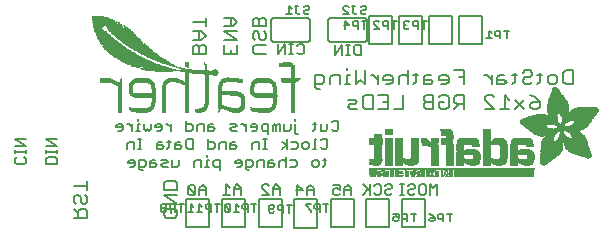
<source format=gbr>
G04 EAGLE Gerber RS-274X export*
G75*
%MOMM*%
%FSLAX34Y34*%
%LPD*%
%INSilkscreen Bottom*%
%IPPOS*%
%AMOC8*
5,1,8,0,0,1.08239X$1,22.5*%
G01*
%ADD10C,0.127000*%
%ADD11C,0.152400*%
%ADD12C,0.203200*%
%ADD13R,6.839700X0.016800*%
%ADD14R,0.268300X0.016800*%
%ADD15R,0.268200X0.016800*%
%ADD16R,0.251500X0.016800*%
%ADD17R,0.301800X0.016800*%
%ADD18R,0.251400X0.016800*%
%ADD19R,0.285000X0.016800*%
%ADD20R,0.301700X0.016800*%
%ADD21R,0.419100X0.016800*%
%ADD22R,0.318500X0.016800*%
%ADD23R,0.586700X0.016800*%
%ADD24R,0.586800X0.016800*%
%ADD25R,6.839700X0.016700*%
%ADD26R,0.268300X0.016700*%
%ADD27R,0.251400X0.016700*%
%ADD28R,0.251500X0.016700*%
%ADD29R,0.301800X0.016700*%
%ADD30R,0.285000X0.016700*%
%ADD31R,0.301700X0.016700*%
%ADD32R,0.419100X0.016700*%
%ADD33R,0.318500X0.016700*%
%ADD34R,0.586700X0.016700*%
%ADD35R,0.586800X0.016700*%
%ADD36R,0.318600X0.016800*%
%ADD37R,0.569900X0.016800*%
%ADD38R,0.335300X0.016800*%
%ADD39R,0.234700X0.016800*%
%ADD40R,0.234700X0.016700*%
%ADD41R,0.016700X0.016700*%
%ADD42R,0.318600X0.016700*%
%ADD43R,0.569900X0.016700*%
%ADD44R,0.335300X0.016700*%
%ADD45R,0.217900X0.016800*%
%ADD46R,0.033500X0.016800*%
%ADD47R,0.570000X0.016800*%
%ADD48R,0.201100X0.016700*%
%ADD49R,0.050300X0.016700*%
%ADD50R,0.670500X0.016700*%
%ADD51R,1.005800X0.016700*%
%ADD52R,0.570000X0.016700*%
%ADD53R,0.201100X0.016800*%
%ADD54R,0.067000X0.016800*%
%ADD55R,0.670500X0.016800*%
%ADD56R,1.005800X0.016800*%
%ADD57R,0.184400X0.016800*%
%ADD58R,0.989000X0.016800*%
%ADD59R,0.184400X0.016700*%
%ADD60R,0.067000X0.016700*%
%ADD61R,0.989000X0.016700*%
%ADD62R,0.167600X0.016800*%
%ADD63R,0.083800X0.016800*%
%ADD64R,0.637000X0.016800*%
%ADD65R,0.955500X0.016800*%
%ADD66R,0.150800X0.016800*%
%ADD67R,0.100600X0.016800*%
%ADD68R,0.536400X0.016800*%
%ADD69R,0.854900X0.016800*%
%ADD70R,0.150800X0.016700*%
%ADD71R,0.100600X0.016700*%
%ADD72R,0.352000X0.016700*%
%ADD73R,0.435900X0.016700*%
%ADD74R,0.402400X0.016700*%
%ADD75R,0.368800X0.016700*%
%ADD76R,0.134100X0.016800*%
%ADD77R,0.117300X0.016800*%
%ADD78R,0.435900X0.016800*%
%ADD79R,0.368900X0.016800*%
%ADD80R,0.603500X0.016800*%
%ADD81R,0.134100X0.016700*%
%ADD82R,0.117300X0.016700*%
%ADD83R,0.452600X0.016700*%
%ADD84R,0.620300X0.016700*%
%ADD85R,0.284900X0.016800*%
%ADD86R,0.486200X0.016800*%
%ADD87R,0.653800X0.016800*%
%ADD88R,0.804700X0.016800*%
%ADD89R,0.150900X0.016700*%
%ADD90R,0.268200X0.016700*%
%ADD91R,0.737600X0.016700*%
%ADD92R,0.603500X0.016700*%
%ADD93R,0.922000X0.016700*%
%ADD94R,0.150900X0.016800*%
%ADD95R,0.821400X0.016800*%
%ADD96R,0.972300X0.016800*%
%ADD97R,0.989100X0.016800*%
%ADD98R,0.083800X0.016700*%
%ADD99R,0.167600X0.016700*%
%ADD100R,0.821400X0.016700*%
%ADD101R,0.989100X0.016700*%
%ADD102R,0.201200X0.016700*%
%ADD103R,0.050300X0.016800*%
%ADD104R,0.201200X0.016800*%
%ADD105R,0.217900X0.016700*%
%ADD106R,0.284900X0.016700*%
%ADD107R,0.352100X0.016800*%
%ADD108R,0.620300X0.016800*%
%ADD109R,0.385600X0.016800*%
%ADD110R,0.335200X0.016800*%
%ADD111R,0.385600X0.016700*%
%ADD112R,0.687400X0.016700*%
%ADD113R,13.998000X0.016800*%
%ADD114R,13.998000X0.016700*%
%ADD115R,0.637000X0.016700*%
%ADD116R,0.486100X0.016700*%
%ADD117R,0.637100X0.016700*%
%ADD118R,0.519700X0.016700*%
%ADD119R,0.536500X0.016700*%
%ADD120R,0.787900X0.016800*%
%ADD121R,0.687400X0.016800*%
%ADD122R,0.771200X0.016800*%
%ADD123R,0.637100X0.016800*%
%ADD124R,0.720800X0.016800*%
%ADD125R,0.704100X0.016800*%
%ADD126R,0.754400X0.016800*%
%ADD127R,0.838200X0.016700*%
%ADD128R,0.871800X0.016700*%
%ADD129R,0.871700X0.016700*%
%ADD130R,0.402400X0.016800*%
%ADD131R,0.922100X0.016800*%
%ADD132R,0.938800X0.016800*%
%ADD133R,0.938800X0.016700*%
%ADD134R,1.022600X0.016700*%
%ADD135R,0.972400X0.016700*%
%ADD136R,0.972300X0.016700*%
%ADD137R,0.469400X0.016800*%
%ADD138R,1.072900X0.016800*%
%ADD139R,1.022600X0.016800*%
%ADD140R,1.005900X0.016800*%
%ADD141R,0.502900X0.016800*%
%ADD142R,1.123200X0.016800*%
%ADD143R,1.056200X0.016800*%
%ADD144R,1.123100X0.016800*%
%ADD145R,1.139900X0.016700*%
%ADD146R,1.089600X0.016700*%
%ADD147R,0.553200X0.016800*%
%ADD148R,1.190200X0.016800*%
%ADD149R,1.190300X0.016800*%
%ADD150R,1.039400X0.016800*%
%ADD151R,1.223700X0.016800*%
%ADD152R,1.173500X0.016800*%
%ADD153R,1.223800X0.016800*%
%ADD154R,1.240500X0.016700*%
%ADD155R,1.173500X0.016700*%
%ADD156R,1.240600X0.016700*%
%ADD157R,1.190300X0.016700*%
%ADD158R,1.056200X0.016700*%
%ADD159R,1.274100X0.016800*%
%ADD160R,1.274000X0.016800*%
%ADD161R,1.307600X0.016800*%
%ADD162R,1.257300X0.016800*%
%ADD163R,1.324400X0.016800*%
%ADD164R,0.687300X0.016700*%
%ADD165R,1.324400X0.016700*%
%ADD166R,1.307500X0.016700*%
%ADD167R,1.274100X0.016700*%
%ADD168R,1.072900X0.016700*%
%ADD169R,2.011600X0.016800*%
%ADD170R,1.324300X0.016800*%
%ADD171R,1.978100X0.016800*%
%ADD172R,2.011600X0.016700*%
%ADD173R,1.357900X0.016700*%
%ADD174R,1.994900X0.016700*%
%ADD175R,1.341200X0.016700*%
%ADD176R,1.089700X0.016700*%
%ADD177R,0.754300X0.016800*%
%ADD178R,1.994900X0.016800*%
%ADD179R,1.995000X0.016800*%
%ADD180R,1.089700X0.016800*%
%ADD181R,0.787900X0.016700*%
%ADD182R,1.995000X0.016700*%
%ADD183R,2.028400X0.016800*%
%ADD184R,2.011700X0.016800*%
%ADD185R,1.106500X0.016800*%
%ADD186R,2.028400X0.016700*%
%ADD187R,2.011700X0.016700*%
%ADD188R,1.106500X0.016700*%
%ADD189R,0.888400X0.016800*%
%ADD190R,0.922000X0.016800*%
%ADD191R,0.938700X0.016700*%
%ADD192R,2.045200X0.016800*%
%ADD193R,0.938700X0.016800*%
%ADD194R,0.670600X0.016700*%
%ADD195R,0.888500X0.016700*%
%ADD196R,2.045200X0.016700*%
%ADD197R,0.888400X0.016700*%
%ADD198R,0.804600X0.016800*%
%ADD199R,2.028500X0.016800*%
%ADD200R,1.056100X0.016700*%
%ADD201R,0.771100X0.016700*%
%ADD202R,0.754300X0.016700*%
%ADD203R,2.028500X0.016700*%
%ADD204R,0.737700X0.016700*%
%ADD205R,1.072800X0.016800*%
%ADD206R,0.871700X0.016800*%
%ADD207R,0.737600X0.016800*%
%ADD208R,0.871800X0.016800*%
%ADD209R,1.089600X0.016800*%
%ADD210R,0.704000X0.016800*%
%ADD211R,0.687300X0.016800*%
%ADD212R,0.670600X0.016800*%
%ADD213R,1.123100X0.016700*%
%ADD214R,0.720800X0.016700*%
%ADD215R,0.653700X0.016700*%
%ADD216R,0.653800X0.016700*%
%ADD217R,1.139900X0.016800*%
%ADD218R,1.173400X0.016800*%
%ADD219R,1.190200X0.016700*%
%ADD220R,1.207000X0.016800*%
%ADD221R,1.240500X0.016800*%
%ADD222R,0.469400X0.016700*%
%ADD223R,1.274000X0.016700*%
%ADD224R,0.519600X0.016800*%
%ADD225R,1.341100X0.016800*%
%ADD226R,0.771200X0.016700*%
%ADD227R,1.374600X0.016700*%
%ADD228R,0.838200X0.016800*%
%ADD229R,1.391400X0.016800*%
%ADD230R,1.424900X0.016800*%
%ADD231R,1.441700X0.016700*%
%ADD232R,1.475200X0.016800*%
%ADD233R,1.491900X0.016700*%
%ADD234R,1.525500X0.016800*%
%ADD235R,1.559000X0.016700*%
%ADD236R,1.575800X0.016800*%
%ADD237R,1.307600X0.016700*%
%ADD238R,1.592500X0.016700*%
%ADD239R,1.374700X0.016800*%
%ADD240R,1.609300X0.016800*%
%ADD241R,1.408200X0.016800*%
%ADD242R,1.626100X0.016800*%
%ADD243R,1.626100X0.016700*%
%ADD244R,1.508800X0.016800*%
%ADD245R,1.659600X0.016800*%
%ADD246R,1.559000X0.016800*%
%ADD247R,1.676400X0.016800*%
%ADD248R,1.575800X0.016700*%
%ADD249R,1.676400X0.016700*%
%ADD250R,1.978100X0.016700*%
%ADD251R,1.693100X0.016800*%
%ADD252R,1.642800X0.016800*%
%ADD253R,1.709900X0.016800*%
%ADD254R,1.961300X0.016800*%
%ADD255R,1.726600X0.016700*%
%ADD256R,1.961300X0.016700*%
%ADD257R,1.693200X0.016800*%
%ADD258R,1.726600X0.016800*%
%ADD259R,1.944600X0.016800*%
%ADD260R,1.726700X0.016700*%
%ADD261R,1.743400X0.016700*%
%ADD262R,1.944600X0.016700*%
%ADD263R,1.726700X0.016800*%
%ADD264R,1.760200X0.016800*%
%ADD265R,1.927800X0.016800*%
%ADD266R,1.911000X0.016800*%
%ADD267R,1.793700X0.016700*%
%ADD268R,1.776900X0.016700*%
%ADD269R,1.911100X0.016700*%
%ADD270R,1.894300X0.016700*%
%ADD271R,1.793800X0.016800*%
%ADD272R,1.776900X0.016800*%
%ADD273R,1.911100X0.016800*%
%ADD274R,1.894300X0.016800*%
%ADD275R,1.827300X0.016800*%
%ADD276R,1.810500X0.016800*%
%ADD277R,1.877500X0.016800*%
%ADD278R,1.844100X0.016700*%
%ADD279R,1.810500X0.016700*%
%ADD280R,1.860800X0.016700*%
%ADD281R,1.844000X0.016700*%
%ADD282R,1.860900X0.016800*%
%ADD283R,1.844000X0.016800*%
%ADD284R,1.827200X0.016800*%
%ADD285R,1.860800X0.016800*%
%ADD286R,1.793700X0.016800*%
%ADD287R,1.877600X0.016700*%
%ADD288R,1.827200X0.016700*%
%ADD289R,1.927800X0.016700*%
%ADD290R,1.927900X0.016800*%
%ADD291R,1.944700X0.016700*%
%ADD292R,1.877500X0.016700*%
%ADD293R,1.961400X0.016800*%
%ADD294R,1.961400X0.016700*%
%ADD295R,1.978200X0.016800*%
%ADD296R,1.911000X0.016700*%
%ADD297R,0.620200X0.016800*%
%ADD298R,1.425000X0.016800*%
%ADD299R,0.620200X0.016700*%
%ADD300R,1.425000X0.016700*%
%ADD301R,0.653700X0.016800*%
%ADD302R,0.704100X0.016700*%
%ADD303R,0.804700X0.016700*%
%ADD304R,0.905200X0.016800*%
%ADD305R,1.894400X0.016800*%
%ADD306R,1.927900X0.016700*%
%ADD307R,1.877600X0.016800*%
%ADD308R,3.889300X0.016800*%
%ADD309R,3.872500X0.016700*%
%ADD310R,3.872500X0.016800*%
%ADD311R,3.855700X0.016700*%
%ADD312R,0.754400X0.016700*%
%ADD313R,3.855700X0.016800*%
%ADD314R,3.839000X0.016800*%
%ADD315R,0.720900X0.016800*%
%ADD316R,3.822200X0.016700*%
%ADD317R,2.715700X0.016800*%
%ADD318R,2.632000X0.016800*%
%ADD319R,1.290800X0.016800*%
%ADD320R,2.615200X0.016700*%
%ADD321R,1.257300X0.016700*%
%ADD322R,2.581700X0.016800*%
%ADD323R,1.240600X0.016800*%
%ADD324R,2.564900X0.016800*%
%ADD325R,1.760300X0.016800*%
%ADD326R,2.531400X0.016700*%
%ADD327R,1.156700X0.016700*%
%ADD328R,2.514600X0.016800*%
%ADD329R,0.955600X0.016800*%
%ADD330R,2.497800X0.016800*%
%ADD331R,1.659700X0.016800*%
%ADD332R,2.464300X0.016700*%
%ADD333R,1.039300X0.016700*%
%ADD334R,2.447500X0.016800*%
%ADD335R,1.592500X0.016800*%
%ADD336R,0.536500X0.016800*%
%ADD337R,2.430800X0.016700*%
%ADD338R,1.559100X0.016700*%
%ADD339R,1.542300X0.016700*%
%ADD340R,0.502900X0.016700*%
%ADD341R,2.414000X0.016800*%
%ADD342R,0.905300X0.016800*%
%ADD343R,1.508700X0.016800*%
%ADD344R,0.888500X0.016800*%
%ADD345R,2.397300X0.016800*%
%ADD346R,1.441700X0.016800*%
%ADD347R,0.452700X0.016800*%
%ADD348R,1.290900X0.016700*%
%ADD349R,1.156700X0.016800*%
%ADD350R,0.855000X0.016800*%
%ADD351R,1.123200X0.016700*%
%ADD352R,0.720900X0.016700*%
%ADD353R,1.106400X0.016800*%
%ADD354R,1.106400X0.016700*%
%ADD355R,0.771100X0.016800*%
%ADD356R,0.435800X0.016700*%
%ADD357R,1.592600X0.016700*%
%ADD358R,0.435800X0.016800*%
%ADD359R,1.642900X0.016800*%
%ADD360R,0.402300X0.016800*%
%ADD361R,1.793800X0.016700*%
%ADD362R,0.368800X0.016800*%
%ADD363R,1.056100X0.016800*%
%ADD364R,1.039400X0.016700*%
%ADD365R,2.078800X0.016800*%
%ADD366R,0.335200X0.016700*%
%ADD367R,2.145800X0.016700*%
%ADD368R,2.162600X0.016800*%
%ADD369R,0.352000X0.016800*%
%ADD370R,2.212800X0.016800*%
%ADD371R,2.279900X0.016700*%
%ADD372R,2.330200X0.016800*%
%ADD373R,2.799500X0.016800*%
%ADD374R,2.816300X0.016700*%
%ADD375R,0.955500X0.016700*%
%ADD376R,2.849900X0.016800*%
%ADD377R,2.916900X0.016800*%
%ADD378R,4.224500X0.016700*%
%ADD379R,4.291600X0.016800*%
%ADD380R,4.409000X0.016800*%
%ADD381R,4.509500X0.016700*%
%ADD382R,4.526300X0.016800*%
%ADD383R,4.626800X0.016700*%
%ADD384R,4.693900X0.016800*%
%ADD385R,4.727400X0.016800*%
%ADD386R,2.548200X0.016700*%
%ADD387R,2.179300X0.016700*%
%ADD388R,2.430800X0.016800*%
%ADD389R,2.414000X0.016700*%
%ADD390R,2.414100X0.016800*%
%ADD391R,2.430700X0.016700*%
%ADD392R,2.447600X0.016700*%
%ADD393R,1.559100X0.016800*%
%ADD394R,1.525500X0.016700*%
%ADD395R,1.492000X0.016800*%
%ADD396R,1.491900X0.016800*%
%ADD397R,1.458500X0.016700*%
%ADD398R,2.061900X0.016800*%
%ADD399R,1.408100X0.016700*%
%ADD400R,0.905200X0.016700*%
%ADD401R,2.112300X0.016700*%
%ADD402R,2.179300X0.016800*%
%ADD403R,1.408200X0.016700*%
%ADD404R,2.212900X0.016700*%
%ADD405R,1.140000X0.016800*%
%ADD406R,3.319300X0.016800*%
%ADD407R,1.374700X0.016700*%
%ADD408R,0.402300X0.016700*%
%ADD409R,3.302500X0.016700*%
%ADD410R,3.285700X0.016800*%
%ADD411R,1.357900X0.016800*%
%ADD412R,3.269000X0.016800*%
%ADD413R,3.285800X0.016700*%
%ADD414R,3.268900X0.016800*%
%ADD415R,0.452700X0.016700*%
%ADD416R,3.268900X0.016700*%
%ADD417R,1.391400X0.016700*%
%ADD418R,3.269000X0.016700*%
%ADD419R,1.374600X0.016800*%
%ADD420R,0.519700X0.016800*%
%ADD421R,3.252200X0.016800*%
%ADD422R,3.235400X0.016800*%
%ADD423R,3.235400X0.016700*%
%ADD424R,3.218600X0.016800*%
%ADD425R,3.201900X0.016800*%
%ADD426R,3.201900X0.016700*%
%ADD427R,1.458500X0.016800*%
%ADD428R,1.525600X0.016800*%
%ADD429R,3.185100X0.016800*%
%ADD430R,2.531300X0.016700*%
%ADD431R,3.168400X0.016700*%
%ADD432R,2.531300X0.016800*%
%ADD433R,3.151600X0.016800*%
%ADD434R,2.548100X0.016800*%
%ADD435R,3.134900X0.016800*%
%ADD436R,2.564900X0.016700*%
%ADD437R,3.118100X0.016700*%
%ADD438R,2.581600X0.016800*%
%ADD439R,3.101400X0.016800*%
%ADD440R,2.598400X0.016700*%
%ADD441R,3.067900X0.016700*%
%ADD442R,2.598400X0.016800*%
%ADD443R,3.034300X0.016800*%
%ADD444R,2.615100X0.016800*%
%ADD445R,3.000800X0.016800*%
%ADD446R,2.631900X0.016700*%
%ADD447R,2.950500X0.016700*%
%ADD448R,2.648700X0.016800*%
%ADD449R,2.900200X0.016800*%
%ADD450R,2.665500X0.016800*%
%ADD451R,2.682200X0.016700*%
%ADD452R,2.799600X0.016700*%
%ADD453R,2.699000X0.016800*%
%ADD454R,2.732500X0.016800*%
%ADD455R,2.749300X0.016700*%
%ADD456R,2.632000X0.016700*%
%ADD457R,2.749300X0.016800*%
%ADD458R,2.766100X0.016700*%
%ADD459R,2.766100X0.016800*%
%ADD460R,2.481100X0.016800*%
%ADD461R,2.782900X0.016800*%
%ADD462R,2.380500X0.016700*%
%ADD463R,2.833100X0.016800*%
%ADD464R,1.592600X0.016800*%
%ADD465R,2.849900X0.016700*%
%ADD466R,2.883400X0.016800*%
%ADD467R,2.917000X0.016700*%
%ADD468R,2.933700X0.016800*%
%ADD469R,2.967200X0.016800*%
%ADD470R,2.967200X0.016700*%
%ADD471R,3.017500X0.016700*%
%ADD472R,3.051000X0.016800*%
%ADD473R,0.788000X0.016800*%
%ADD474R,3.084600X0.016800*%
%ADD475R,2.397300X0.016700*%
%ADD476R,2.397200X0.016800*%
%ADD477R,1.760200X0.016700*%
%ADD478R,2.397200X0.016700*%
%ADD479R,1.827300X0.016700*%
%ADD480R,2.380500X0.016800*%
%ADD481R,2.363700X0.016800*%
%ADD482R,2.363700X0.016700*%
%ADD483R,2.346900X0.016800*%
%ADD484R,2.296600X0.016700*%
%ADD485R,2.279900X0.016800*%
%ADD486R,2.246300X0.016800*%
%ADD487R,2.229600X0.016700*%
%ADD488R,2.129100X0.016800*%
%ADD489R,2.112300X0.016800*%
%ADD490R,1.609300X0.016700*%
%ADD491R,1.743400X0.016800*%
%ADD492R,1.693100X0.016700*%
%ADD493R,1.659700X0.016700*%
%ADD494R,1.575900X0.016800*%
%ADD495R,1.575900X0.016700*%
%ADD496R,1.475200X0.016700*%
%ADD497R,1.324300X0.016700*%
%ADD498R,1.290800X0.016700*%
%ADD499R,1.207000X0.016700*%
%ADD500R,0.854900X0.016700*%
%ADD501R,0.821500X0.016700*%
%ADD502R,0.821500X0.016800*%
%ADD503R,0.218000X0.016800*%
%ADD504R,0.182878X0.020319*%
%ADD505R,0.792478X0.020322*%
%ADD506R,0.447041X0.020322*%
%ADD507R,0.792481X0.020322*%
%ADD508R,0.325122X0.020319*%
%ADD509R,1.097278X0.020319*%
%ADD510R,0.629919X0.020319*%
%ADD511R,0.020319X0.020319*%
%ADD512R,0.568963X0.020319*%
%ADD513R,0.325119X0.020319*%
%ADD514R,1.097281X0.020319*%
%ADD515R,0.325122X0.020322*%
%ADD516R,1.300478X0.020322*%
%ADD517R,0.751841X0.020322*%
%ADD518R,0.040641X0.020322*%
%ADD519R,0.670563X0.020322*%
%ADD520R,0.325119X0.020322*%
%ADD521R,1.300481X0.020322*%
%ADD522R,1.442719X0.020319*%
%ADD523R,0.873759X0.020319*%
%ADD524R,0.060959X0.020319*%
%ADD525R,0.731522X0.020319*%
%ADD526R,1.442722X0.020319*%
%ADD527R,1.605278X0.020319*%
%ADD528R,0.975359X0.020319*%
%ADD529R,0.081278X0.020319*%
%ADD530R,0.772163X0.020319*%
%ADD531R,1.584963X0.020319*%
%ADD532R,1.706881X0.020322*%
%ADD533R,1.056641X0.020322*%
%ADD534R,0.101600X0.020322*%
%ADD535R,1.706878X0.020322*%
%ADD536R,1.828800X0.020319*%
%ADD537R,1.158241X0.020319*%
%ADD538R,0.121919X0.020319*%
%ADD539R,0.833122X0.020319*%
%ADD540R,1.889759X0.020322*%
%ADD541R,1.239519X0.020322*%
%ADD542R,0.121919X0.020322*%
%ADD543R,0.853441X0.020322*%
%ADD544R,1.889763X0.020322*%
%ADD545R,1.910078X0.020319*%
%ADD546R,1.300481X0.020319*%
%ADD547R,0.142241X0.020319*%
%ADD548R,0.873762X0.020319*%
%ADD549R,1.910081X0.020319*%
%ADD550R,1.930400X0.020319*%
%ADD551R,1.381759X0.020319*%
%ADD552R,0.162559X0.020319*%
%ADD553R,0.894081X0.020319*%
%ADD554R,1.950719X0.020322*%
%ADD555R,1.463041X0.020322*%
%ADD556R,0.182878X0.020322*%
%ADD557R,0.914400X0.020322*%
%ADD558R,1.950722X0.020322*%
%ADD559R,1.971041X0.020319*%
%ADD560R,1.524000X0.020319*%
%ADD561R,0.203200X0.020319*%
%ADD562R,0.934722X0.020319*%
%ADD563R,1.991359X0.020322*%
%ADD564R,1.584959X0.020322*%
%ADD565R,0.223519X0.020322*%
%ADD566R,0.934719X0.020322*%
%ADD567R,1.991363X0.020322*%
%ADD568R,2.011678X0.020319*%
%ADD569R,1.625600X0.020319*%
%ADD570R,0.243841X0.020319*%
%ADD571R,0.853441X0.020319*%
%ADD572R,2.011681X0.020319*%
%ADD573R,2.032000X0.020319*%
%ADD574R,1.706881X0.020319*%
%ADD575R,0.264159X0.020319*%
%ADD576R,0.751841X0.020319*%
%ADD577R,2.032000X0.020322*%
%ADD578R,0.568959X0.020322*%
%ADD579R,1.036322X0.020322*%
%ADD580R,0.284478X0.020322*%
%ADD581R,0.690881X0.020322*%
%ADD582R,0.548641X0.020319*%
%ADD583R,0.528319X0.020319*%
%ADD584R,0.487678X0.020319*%
%ADD585R,0.914400X0.020319*%
%ADD586R,0.284478X0.020319*%
%ADD587R,0.589281X0.020319*%
%ADD588R,0.528322X0.020319*%
%ADD589R,0.487678X0.020322*%
%ADD590R,1.158241X0.020322*%
%ADD591R,0.528319X0.020322*%
%ADD592R,0.487681X0.020322*%
%ADD593R,0.284481X0.020322*%
%ADD594R,0.467363X0.020319*%
%ADD595R,0.101600X0.020319*%
%ADD596R,0.426722X0.020319*%
%ADD597R,1.056641X0.020319*%
%ADD598R,0.467359X0.020319*%
%ADD599R,0.406400X0.020319*%
%ADD600R,0.447041X0.020319*%
%ADD601R,0.426719X0.020319*%
%ADD602R,0.406400X0.020322*%
%ADD603R,0.386081X0.020322*%
%ADD604R,0.894078X0.020322*%
%ADD605R,0.386081X0.020319*%
%ADD606R,0.365759X0.020319*%
%ADD607R,0.812800X0.020319*%
%ADD608R,0.386078X0.020322*%
%ADD609R,0.365759X0.020322*%
%ADD610R,0.670559X0.020319*%
%ADD611R,0.345438X0.020319*%
%ADD612R,0.609600X0.020319*%
%ADD613R,0.345438X0.020322*%
%ADD614R,0.548641X0.020322*%
%ADD615R,0.365762X0.020322*%
%ADD616R,0.345441X0.020319*%
%ADD617R,0.345441X0.020322*%
%ADD618R,0.426719X0.020322*%
%ADD619R,0.304800X0.020319*%
%ADD620R,0.304800X0.020322*%
%ADD621R,1.727200X0.020322*%
%ADD622R,1.849122X0.020319*%
%ADD623R,1.849119X0.020319*%
%ADD624R,1.971041X0.020322*%
%ADD625R,1.971037X0.020322*%
%ADD626R,2.052322X0.020322*%
%ADD627R,0.467363X0.020322*%
%ADD628R,2.052319X0.020322*%
%ADD629R,2.092959X0.020319*%
%ADD630R,2.113281X0.020319*%
%ADD631R,0.589278X0.020319*%
%ADD632R,2.113278X0.020319*%
%ADD633R,2.133600X0.020322*%
%ADD634R,2.153922X0.020319*%
%ADD635R,1.198881X0.020319*%
%ADD636R,2.153919X0.020319*%
%ADD637R,2.174241X0.020322*%
%ADD638R,1.503678X0.020322*%
%ADD639R,2.174238X0.020322*%
%ADD640R,2.194559X0.020319*%
%ADD641R,2.214881X0.020322*%
%ADD642R,2.072641X0.020322*%
%ADD643R,2.214878X0.020322*%
%ADD644R,2.214881X0.020319*%
%ADD645R,2.052319X0.020319*%
%ADD646R,2.214878X0.020319*%
%ADD647R,2.235200X0.020322*%
%ADD648R,0.508000X0.020319*%
%ADD649R,0.426722X0.020322*%
%ADD650R,1.869441X0.020322*%
%ADD651R,1.808478X0.020319*%
%ADD652R,1.747519X0.020319*%
%ADD653R,1.625600X0.020322*%
%ADD654R,0.487681X0.020319*%
%ADD655R,0.467359X0.020322*%
%ADD656R,0.365762X0.020319*%
%ADD657R,0.629919X0.020322*%
%ADD658R,0.386078X0.020319*%
%ADD659R,0.711200X0.020319*%
%ADD660R,0.670559X0.020322*%
%ADD661R,0.772159X0.020322*%
%ADD662R,0.731519X0.020319*%
%ADD663R,0.447038X0.020322*%
%ADD664R,0.873759X0.020322*%
%ADD665R,0.955041X0.020319*%
%ADD666R,0.568959X0.020319*%
%ADD667R,0.548638X0.020319*%
%ADD668R,1.178559X0.020322*%
%ADD669R,0.650241X0.020322*%
%ADD670R,0.995678X0.020322*%
%ADD671R,0.508000X0.020322*%
%ADD672R,1.219200X0.020319*%
%ADD673R,1.402081X0.020319*%
%ADD674R,1.910078X0.020322*%
%ADD675R,1.910081X0.020322*%
%ADD676R,0.243841X0.020322*%
%ADD677R,1.361441X0.020322*%
%ADD678R,1.280159X0.020319*%
%ADD679R,1.869441X0.020319*%
%ADD680R,1.645922X0.020319*%
%ADD681R,0.223519X0.020319*%
%ADD682R,1.341122X0.020319*%
%ADD683R,1.320800X0.020319*%
%ADD684R,1.584959X0.020319*%
%ADD685R,1.341119X0.020322*%
%ADD686R,1.808478X0.020322*%
%ADD687R,1.524000X0.020322*%
%ADD688R,1.808481X0.020322*%
%ADD689R,0.203200X0.020322*%
%ADD690R,1.259841X0.020322*%
%ADD691R,1.767841X0.020319*%
%ADD692R,1.483359X0.020319*%
%ADD693R,1.767838X0.020319*%
%ADD694R,0.182881X0.020319*%
%ADD695R,1.402081X0.020322*%
%ADD696R,1.849119X0.020322*%
%ADD697R,1.422400X0.020322*%
%ADD698R,0.162559X0.020322*%
%ADD699R,1.178562X0.020322*%
%ADD700R,1.686559X0.020319*%
%ADD701R,1.361441X0.020319*%
%ADD702R,1.686563X0.020319*%
%ADD703R,1.137922X0.020319*%
%ADD704R,1.300478X0.020319*%
%ADD705R,1.605281X0.020319*%
%ADD706R,1.503681X0.020322*%
%ADD707R,1.564641X0.020322*%
%ADD708R,1.788159X0.020322*%
%ADD709R,1.219200X0.020322*%
%ADD710R,1.564638X0.020322*%
%ADD711R,1.544319X0.020319*%
%ADD712R,1.137919X0.020319*%
%ADD713R,1.483363X0.020319*%
%ADD714R,0.081281X0.020319*%
%ADD715R,1.016000X0.020319*%
%ADD716R,1.402078X0.020322*%
%ADD717R,1.666241X0.020322*%
%ADD718R,1.381759X0.020322*%
%ADD719R,0.081281X0.020322*%
%ADD720R,0.955041X0.020322*%
%ADD721R,1.564638X0.020319*%
%ADD722R,1.645919X0.020319*%
%ADD723R,1.178559X0.020319*%
%ADD724R,0.040641X0.020319*%
%ADD725R,0.975359X0.020322*%
%ADD726R,1.239522X0.020322*%
%ADD727R,0.020319X0.020322*%
%ADD728R,0.772163X0.020322*%
%ADD729R,0.670563X0.020319*%
%ADD730R,1.036322X0.020319*%
%ADD731R,0.182881X0.020322*%
%ADD732R,1.117600X0.020319*%
%ADD733R,2.336800X0.020319*%
%ADD734R,2.479038X0.020322*%
%ADD735R,2.824478X0.020319*%
%ADD736R,2.824478X0.020322*%
%ADD737R,2.824481X0.020319*%
%ADD738R,2.946400X0.020319*%
%ADD739R,3.048000X0.020322*%
%ADD740R,0.264159X0.020322*%
%ADD741R,3.149600X0.020319*%
%ADD742R,2.438400X0.020322*%
%ADD743R,0.284481X0.020319*%
%ADD744R,3.962400X0.020319*%
%ADD745R,1.564641X0.020319*%
%ADD746R,1.950719X0.020319*%
%ADD747R,0.264163X0.020322*%
%ADD748R,1.076959X0.020322*%
%ADD749R,0.589281X0.020322*%
%ADD750R,0.264163X0.020319*%
%ADD751R,0.792478X0.020319*%
%ADD752R,1.666241X0.020319*%
%ADD753R,0.833119X0.020319*%
%ADD754R,1.544322X0.020322*%
%ADD755R,1.036319X0.020322*%
%ADD756R,1.239519X0.020319*%
%ADD757R,1.259838X0.020319*%
%ADD758R,1.422400X0.020319*%
%ADD759R,0.223522X0.020322*%
%ADD760R,2.722881X0.020322*%
%ADD761R,0.223522X0.020319*%
%ADD762R,2.702559X0.020319*%
%ADD763R,2.580641X0.020322*%
%ADD764R,2.438400X0.020319*%
%ADD765R,2.275841X0.020319*%
%ADD766R,0.142241X0.020322*%
%ADD767R,2.153922X0.020322*%
%ADD768R,0.142238X0.020322*%
%ADD769R,0.162562X0.020319*%
%ADD770R,0.792481X0.020319*%
%ADD771R,1.544319X0.020322*%
%ADD772R,0.975363X0.020322*%
%ADD773R,1.341122X0.020322*%
%ADD774R,1.280159X0.020322*%
%ADD775R,0.121922X0.020319*%
%ADD776R,1.239522X0.020319*%
%ADD777R,1.361438X0.020319*%
%ADD778R,0.121922X0.020322*%
%ADD779R,2.397759X0.020322*%
%ADD780R,2.255519X0.020319*%
%ADD781R,1.991359X0.020319*%
%ADD782R,2.600959X0.020319*%
%ADD783R,1.198878X0.020322*%
%ADD784R,0.060963X0.020319*%
%ADD785R,1.158238X0.020322*%
%ADD786R,0.060963X0.020322*%
%ADD787R,0.589278X0.020322*%
%ADD788R,2.580641X0.020319*%
%ADD789R,0.650241X0.020319*%
%ADD790R,2.560322X0.020319*%
%ADD791R,2.560322X0.020322*%
%ADD792R,0.020322X0.020319*%
%ADD793R,0.690881X0.020319*%
%ADD794R,2.540000X0.020319*%
%ADD795R,0.020322X0.020322*%
%ADD796R,0.731519X0.020322*%
%ADD797R,2.540000X0.020322*%
%ADD798R,0.751838X0.020319*%
%ADD799R,2.519681X0.020319*%
%ADD800R,2.499359X0.020322*%
%ADD801R,2.479041X0.020319*%
%ADD802R,0.812800X0.020322*%
%ADD803R,2.479041X0.020322*%
%ADD804R,0.853438X0.020319*%
%ADD805R,2.458719X0.020319*%
%ADD806R,0.873762X0.020322*%
%ADD807R,2.458719X0.020322*%
%ADD808R,0.894078X0.020319*%
%ADD809R,0.934719X0.020319*%
%ADD810R,2.397763X0.020319*%
%ADD811R,2.397759X0.020319*%
%ADD812R,1.016000X0.020322*%
%ADD813R,2.377441X0.020322*%
%ADD814R,1.036319X0.020319*%
%ADD815R,2.072641X0.020319*%
%ADD816R,1.930400X0.020322*%
%ADD817R,1.808481X0.020319*%
%ADD818R,1.686559X0.020322*%
%ADD819R,1.137919X0.020322*%
%ADD820R,1.076959X0.020319*%
%ADD821R,1.056638X0.020319*%
%ADD822R,1.198878X0.020319*%
%ADD823R,1.137922X0.020322*%
%ADD824R,2.255522X0.020322*%
%ADD825R,1.158238X0.020319*%
%ADD826R,2.235200X0.020319*%
%ADD827R,1.076963X0.020322*%
%ADD828R,2.194559X0.020322*%
%ADD829R,2.174238X0.020319*%
%ADD830R,0.060959X0.020322*%
%ADD831R,1.280163X0.020319*%
%ADD832R,1.320800X0.020322*%
%ADD833R,2.113278X0.020322*%
%ADD834R,2.092963X0.020319*%
%ADD835R,1.361438X0.020322*%
%ADD836R,1.402078X0.020319*%
%ADD837R,2.072637X0.020319*%
%ADD838R,2.052322X0.020319*%
%ADD839R,1.442719X0.020322*%
%ADD840R,2.011681X0.020322*%
%ADD841R,1.463041X0.020319*%
%ADD842R,1.483359X0.020322*%
%ADD843R,1.463037X0.020319*%
%ADD844R,1.503678X0.020319*%
%ADD845R,1.117600X0.020322*%
%ADD846R,1.889759X0.020319*%
%ADD847R,1.869438X0.020319*%
%ADD848R,1.849122X0.020322*%
%ADD849R,1.280163X0.020322*%
%ADD850R,1.788159X0.020319*%
%ADD851R,1.767841X0.020322*%
%ADD852R,0.142238X0.020319*%
%ADD853R,1.463037X0.020322*%
%ADD854R,0.995681X0.020319*%
%ADD855R,0.081278X0.020322*%
%ADD856R,1.503681X0.020319*%
%ADD857R,1.544322X0.020319*%
%ADD858R,1.645919X0.020322*%
%ADD859R,1.605281X0.020322*%
%ADD860R,1.727200X0.020319*%
%ADD861R,0.162562X0.020322*%
%ADD862R,1.584963X0.020322*%
%ADD863R,1.605278X0.020322*%
%ADD864R,1.381763X0.020319*%
%ADD865R,1.666238X0.020319*%
%ADD866R,1.341119X0.020319*%
%ADD867R,1.828800X0.020322*%
%ADD868R,1.198881X0.020322*%
%ADD869R,1.056638X0.020322*%
%ADD870R,0.772159X0.020319*%
%ADD871R,1.097281X0.020322*%
%ADD872R,1.076963X0.020319*%
%ADD873R,1.259841X0.020319*%
%ADD874R,0.609600X0.020322*%
%ADD875R,0.731522X0.020322*%
%ADD876R,0.711200X0.020322*%
%ADD877R,0.690878X0.020319*%
%ADD878R,0.690878X0.020322*%
%ADD879R,0.243838X0.020319*%
%ADD880R,0.934722X0.020322*%
%ADD881R,2.133600X0.020319*%
%ADD882R,2.113281X0.020322*%
%ADD883R,2.072637X0.020322*%
%ADD884R,2.011678X0.020322*%
%ADD885R,1.950722X0.020319*%
%ADD886R,1.706878X0.020319*%
%ADD887R,1.483363X0.020322*%
%ADD888R,0.528322X0.020322*%


D10*
X170010Y48895D02*
X170010Y54827D01*
X167044Y57793D01*
X164078Y54827D01*
X164078Y48895D01*
X164078Y53344D02*
X170010Y53344D01*
X160655Y50378D02*
X160655Y56310D01*
X159172Y57793D01*
X156206Y57793D01*
X154723Y56310D01*
X154723Y50378D01*
X156206Y48895D01*
X159172Y48895D01*
X160655Y50378D01*
X154723Y56310D01*
X199220Y55462D02*
X199220Y49530D01*
X199220Y55462D02*
X196254Y58428D01*
X193288Y55462D01*
X193288Y49530D01*
X193288Y53979D02*
X199220Y53979D01*
X189865Y55462D02*
X186899Y58428D01*
X186899Y49530D01*
X189865Y49530D02*
X183933Y49530D01*
X232240Y49530D02*
X232240Y55462D01*
X229274Y58428D01*
X226308Y55462D01*
X226308Y49530D01*
X226308Y53979D02*
X232240Y53979D01*
X222885Y49530D02*
X216953Y49530D01*
X222885Y49530D02*
X216953Y55462D01*
X216953Y56945D01*
X218436Y58428D01*
X221402Y58428D01*
X222885Y56945D01*
X260815Y54827D02*
X260815Y48895D01*
X260815Y54827D02*
X257849Y57793D01*
X254883Y54827D01*
X254883Y48895D01*
X254883Y53344D02*
X260815Y53344D01*
X247011Y48895D02*
X247011Y57793D01*
X251460Y53344D01*
X245528Y53344D01*
X292565Y54827D02*
X292565Y48895D01*
X292565Y54827D02*
X289599Y57793D01*
X286633Y54827D01*
X286633Y48895D01*
X286633Y53344D02*
X292565Y53344D01*
X283210Y57793D02*
X277278Y57793D01*
X283210Y57793D02*
X283210Y53344D01*
X280244Y54827D01*
X278761Y54827D01*
X277278Y53344D01*
X277278Y50378D01*
X278761Y48895D01*
X281727Y48895D01*
X283210Y50378D01*
X321156Y56945D02*
X322639Y58428D01*
X325605Y58428D01*
X327088Y56945D01*
X327088Y55462D01*
X325605Y53979D01*
X322639Y53979D01*
X321156Y52496D01*
X321156Y51013D01*
X322639Y49530D01*
X325605Y49530D01*
X327088Y51013D01*
X313284Y58428D02*
X311801Y56945D01*
X313284Y58428D02*
X316250Y58428D01*
X317733Y56945D01*
X317733Y51013D01*
X316250Y49530D01*
X313284Y49530D01*
X311801Y51013D01*
X308377Y49530D02*
X308377Y58428D01*
X302446Y58428D02*
X308377Y52496D01*
X306895Y53979D02*
X302446Y49530D01*
X365131Y49530D02*
X365131Y58428D01*
X362165Y55462D01*
X359199Y58428D01*
X359199Y49530D01*
X354293Y58428D02*
X351327Y58428D01*
X354293Y58428D02*
X355776Y56945D01*
X355776Y51013D01*
X354293Y49530D01*
X351327Y49530D01*
X349844Y51013D01*
X349844Y56945D01*
X351327Y58428D01*
X341972Y58428D02*
X340489Y56945D01*
X341972Y58428D02*
X344938Y58428D01*
X346421Y56945D01*
X346421Y55462D01*
X344938Y53979D01*
X341972Y53979D01*
X340489Y52496D01*
X340489Y51013D01*
X341972Y49530D01*
X344938Y49530D01*
X346421Y51013D01*
X337066Y49530D02*
X334100Y49530D01*
X335583Y49530D02*
X335583Y58428D01*
X337066Y58428D02*
X334100Y58428D01*
X246572Y175690D02*
X248055Y177173D01*
X251021Y177173D01*
X252504Y175690D01*
X252504Y169758D01*
X251021Y168275D01*
X248055Y168275D01*
X246572Y169758D01*
X243148Y168275D02*
X240183Y168275D01*
X241666Y168275D02*
X241666Y177173D01*
X243148Y177173D02*
X240183Y177173D01*
X236912Y177173D02*
X236912Y168275D01*
X230980Y168275D02*
X236912Y177173D01*
X230980Y177173D02*
X230980Y168275D01*
X300764Y167640D02*
X300764Y176538D01*
X300764Y167640D02*
X296315Y167640D01*
X294832Y169123D01*
X294832Y175055D01*
X296315Y176538D01*
X300764Y176538D01*
X291408Y167640D02*
X288443Y167640D01*
X289926Y167640D02*
X289926Y176538D01*
X291408Y176538D02*
X288443Y176538D01*
X285172Y176538D02*
X285172Y167640D01*
X279240Y167640D02*
X285172Y176538D01*
X279240Y176538D02*
X279240Y167640D01*
D11*
X145298Y35804D02*
X143433Y37668D01*
X145298Y35804D02*
X145298Y32075D01*
X143433Y30211D01*
X135976Y30211D01*
X134112Y32075D01*
X134112Y35804D01*
X135976Y37668D01*
X139705Y37668D01*
X139705Y33940D01*
X134112Y41905D02*
X145298Y41905D01*
X134112Y49362D01*
X145298Y49362D01*
X145298Y53599D02*
X134112Y53599D01*
X134112Y59192D01*
X135976Y61056D01*
X143433Y61056D01*
X145298Y59192D01*
X145298Y53599D01*
X69098Y30211D02*
X57912Y30211D01*
X69098Y30211D02*
X69098Y35804D01*
X67233Y37668D01*
X63505Y37668D01*
X61641Y35804D01*
X61641Y30211D01*
X61641Y33940D02*
X57912Y37668D01*
X69098Y47498D02*
X67233Y49362D01*
X69098Y47498D02*
X69098Y43769D01*
X67233Y41905D01*
X65369Y41905D01*
X63505Y43769D01*
X63505Y47498D01*
X61641Y49362D01*
X59776Y49362D01*
X57912Y47498D01*
X57912Y43769D01*
X59776Y41905D01*
X57912Y57327D02*
X69098Y57327D01*
X69098Y53599D02*
X69098Y61056D01*
X158242Y168641D02*
X169428Y168641D01*
X169428Y174234D01*
X167563Y176098D01*
X165699Y176098D01*
X163835Y174234D01*
X161971Y176098D01*
X160106Y176098D01*
X158242Y174234D01*
X158242Y168641D01*
X163835Y168641D02*
X163835Y174234D01*
X165699Y180335D02*
X158242Y180335D01*
X165699Y180335D02*
X169428Y184063D01*
X165699Y187792D01*
X158242Y187792D01*
X163835Y187792D02*
X163835Y180335D01*
X158242Y195757D02*
X169428Y195757D01*
X169428Y192029D02*
X169428Y199486D01*
X210906Y168641D02*
X220228Y168641D01*
X210906Y168641D02*
X209042Y170505D01*
X209042Y174234D01*
X210906Y176098D01*
X220228Y176098D01*
X220228Y185928D02*
X218363Y187792D01*
X220228Y185928D02*
X220228Y182199D01*
X218363Y180335D01*
X216499Y180335D01*
X214635Y182199D01*
X214635Y185928D01*
X212771Y187792D01*
X210906Y187792D01*
X209042Y185928D01*
X209042Y182199D01*
X210906Y180335D01*
X209042Y192029D02*
X220228Y192029D01*
X220228Y197622D01*
X218363Y199486D01*
X216499Y199486D01*
X214635Y197622D01*
X212771Y199486D01*
X210906Y199486D01*
X209042Y197622D01*
X209042Y192029D01*
X214635Y192029D02*
X214635Y197622D01*
X196098Y176098D02*
X196098Y168641D01*
X184912Y168641D01*
X184912Y176098D01*
X190505Y172370D02*
X190505Y168641D01*
X184912Y180335D02*
X196098Y180335D01*
X184912Y187792D01*
X196098Y187792D01*
X192369Y192029D02*
X184912Y192029D01*
X192369Y192029D02*
X196098Y195757D01*
X192369Y199486D01*
X184912Y199486D01*
X190505Y199486D02*
X190505Y192029D01*
D10*
X43188Y75156D02*
X34290Y75156D01*
X34290Y79605D01*
X35773Y81088D01*
X41705Y81088D01*
X43188Y79605D01*
X43188Y75156D01*
X34290Y84512D02*
X34290Y87477D01*
X34290Y85995D02*
X43188Y85995D01*
X43188Y87477D02*
X43188Y84512D01*
X43188Y90748D02*
X34290Y90748D01*
X34290Y96680D02*
X43188Y90748D01*
X43188Y96680D02*
X34290Y96680D01*
X17153Y79605D02*
X15670Y81088D01*
X17153Y79605D02*
X17153Y76639D01*
X15670Y75156D01*
X9738Y75156D01*
X8255Y76639D01*
X8255Y79605D01*
X9738Y81088D01*
X8255Y84512D02*
X8255Y87477D01*
X8255Y85995D02*
X17153Y85995D01*
X17153Y87477D02*
X17153Y84512D01*
X17153Y90748D02*
X8255Y90748D01*
X8255Y96680D02*
X17153Y90748D01*
X17153Y96680D02*
X8255Y96680D01*
D12*
X480037Y142939D02*
X480037Y154887D01*
X480037Y142939D02*
X474063Y142939D01*
X472071Y144930D01*
X472071Y152895D01*
X474063Y154887D01*
X480037Y154887D01*
X465182Y142939D02*
X461199Y142939D01*
X459208Y144930D01*
X459208Y148913D01*
X461199Y150904D01*
X465182Y150904D01*
X467173Y148913D01*
X467173Y144930D01*
X465182Y142939D01*
X452319Y144930D02*
X452319Y152895D01*
X452319Y144930D02*
X450327Y142939D01*
X450327Y150904D02*
X454310Y150904D01*
X439760Y154887D02*
X437769Y152895D01*
X439760Y154887D02*
X443743Y154887D01*
X445734Y152895D01*
X445734Y150904D01*
X443743Y148913D01*
X439760Y148913D01*
X437769Y146921D01*
X437769Y144930D01*
X439760Y142939D01*
X443743Y142939D01*
X445734Y144930D01*
X430880Y144930D02*
X430880Y152895D01*
X430880Y144930D02*
X428888Y142939D01*
X428888Y150904D02*
X432871Y150904D01*
X422304Y150904D02*
X418321Y150904D01*
X416330Y148913D01*
X416330Y142939D01*
X422304Y142939D01*
X424295Y144930D01*
X422304Y146921D01*
X416330Y146921D01*
X411432Y142939D02*
X411432Y150904D01*
X411432Y146921D02*
X407449Y150904D01*
X405458Y150904D01*
X387849Y154887D02*
X387849Y142939D01*
X387849Y154887D02*
X379884Y154887D01*
X383867Y148913D02*
X387849Y148913D01*
X372995Y142939D02*
X369012Y142939D01*
X372995Y142939D02*
X374986Y144930D01*
X374986Y148913D01*
X372995Y150904D01*
X369012Y150904D01*
X367020Y148913D01*
X367020Y146921D01*
X374986Y146921D01*
X360131Y150904D02*
X356148Y150904D01*
X354157Y148913D01*
X354157Y142939D01*
X360131Y142939D01*
X362122Y144930D01*
X360131Y146921D01*
X354157Y146921D01*
X347268Y144930D02*
X347268Y152895D01*
X347268Y144930D02*
X345276Y142939D01*
X345276Y150904D02*
X349259Y150904D01*
X340684Y154887D02*
X340684Y142939D01*
X340684Y148913D02*
X338692Y150904D01*
X334709Y150904D01*
X332718Y148913D01*
X332718Y142939D01*
X325829Y142939D02*
X321846Y142939D01*
X325829Y142939D02*
X327820Y144930D01*
X327820Y148913D01*
X325829Y150904D01*
X321846Y150904D01*
X319855Y148913D01*
X319855Y146921D01*
X327820Y146921D01*
X314957Y142939D02*
X314957Y150904D01*
X314957Y146921D02*
X310974Y150904D01*
X308983Y150904D01*
X304237Y154887D02*
X304237Y142939D01*
X300255Y146921D01*
X296272Y142939D01*
X296272Y154887D01*
X291374Y150904D02*
X289383Y150904D01*
X289383Y142939D01*
X291374Y142939D02*
X287391Y142939D01*
X289383Y154887D02*
X289383Y156878D01*
X282798Y150904D02*
X282798Y142939D01*
X282798Y150904D02*
X276824Y150904D01*
X274833Y148913D01*
X274833Y142939D01*
X265952Y138956D02*
X263961Y138956D01*
X261969Y140947D01*
X261969Y150904D01*
X267944Y150904D01*
X269935Y148913D01*
X269935Y144930D01*
X267944Y142939D01*
X261969Y142939D01*
X444201Y133932D02*
X448183Y131940D01*
X452166Y127958D01*
X452166Y123975D01*
X450175Y121984D01*
X446192Y121984D01*
X444201Y123975D01*
X444201Y125966D01*
X446192Y127958D01*
X452166Y127958D01*
X439303Y129949D02*
X431337Y121984D01*
X431337Y129949D02*
X439303Y121984D01*
X426439Y129949D02*
X422457Y133932D01*
X422457Y121984D01*
X426439Y121984D02*
X418474Y121984D01*
X413576Y121984D02*
X405610Y121984D01*
X405610Y129949D02*
X413576Y121984D01*
X405610Y129949D02*
X405610Y131940D01*
X407602Y133932D01*
X411585Y133932D01*
X413576Y131940D01*
X387849Y133932D02*
X387849Y121984D01*
X387849Y133932D02*
X381875Y133932D01*
X379884Y131940D01*
X379884Y127958D01*
X381875Y125966D01*
X387849Y125966D01*
X383866Y125966D02*
X379884Y121984D01*
X369012Y133932D02*
X367020Y131940D01*
X369012Y133932D02*
X372994Y133932D01*
X374986Y131940D01*
X374986Y123975D01*
X372994Y121984D01*
X369012Y121984D01*
X367020Y123975D01*
X367020Y127958D01*
X371003Y127958D01*
X362122Y121984D02*
X362122Y133932D01*
X356148Y133932D01*
X354157Y131940D01*
X354157Y129949D01*
X356148Y127958D01*
X354157Y125966D01*
X354157Y123975D01*
X356148Y121984D01*
X362122Y121984D01*
X362122Y127958D02*
X356148Y127958D01*
X336396Y133932D02*
X336396Y121984D01*
X328430Y121984D01*
X323532Y133932D02*
X315567Y133932D01*
X323532Y133932D02*
X323532Y121984D01*
X315567Y121984D01*
X319550Y127958D02*
X323532Y127958D01*
X310669Y133932D02*
X310669Y121984D01*
X304695Y121984D01*
X302703Y123975D01*
X302703Y131940D01*
X304695Y133932D01*
X310669Y133932D01*
X297806Y121984D02*
X291831Y121984D01*
X289840Y123975D01*
X291831Y125966D01*
X295814Y125966D01*
X297806Y127958D01*
X295814Y129949D01*
X289840Y129949D01*
D11*
X277497Y112275D02*
X276057Y110835D01*
X277497Y112275D02*
X280378Y112275D01*
X281819Y110835D01*
X281819Y105073D01*
X280378Y103632D01*
X277497Y103632D01*
X276057Y105073D01*
X272464Y105073D02*
X272464Y109394D01*
X272464Y105073D02*
X271023Y103632D01*
X266701Y103632D01*
X266701Y109394D01*
X261668Y110835D02*
X261668Y105073D01*
X260227Y103632D01*
X260227Y109394D02*
X263108Y109394D01*
X247516Y100751D02*
X246076Y100751D01*
X244635Y102191D01*
X244635Y109394D01*
X244635Y112275D02*
X244635Y113716D01*
X241280Y109394D02*
X241280Y105073D01*
X239839Y103632D01*
X235517Y103632D01*
X235517Y109394D01*
X231924Y109394D02*
X231924Y103632D01*
X231924Y109394D02*
X230484Y109394D01*
X229043Y107954D01*
X229043Y103632D01*
X229043Y107954D02*
X227603Y109394D01*
X226162Y107954D01*
X226162Y103632D01*
X222569Y100751D02*
X222569Y109394D01*
X218248Y109394D01*
X216807Y107954D01*
X216807Y105073D01*
X218248Y103632D01*
X222569Y103632D01*
X211774Y103632D02*
X208892Y103632D01*
X211774Y103632D02*
X213214Y105073D01*
X213214Y107954D01*
X211774Y109394D01*
X208892Y109394D01*
X207452Y107954D01*
X207452Y106513D01*
X213214Y106513D01*
X203859Y103632D02*
X203859Y109394D01*
X203859Y106513D02*
X200978Y109394D01*
X199537Y109394D01*
X196063Y103632D02*
X191741Y103632D01*
X190301Y105073D01*
X191741Y106513D01*
X194622Y106513D01*
X196063Y107954D01*
X194622Y109394D01*
X190301Y109394D01*
X175912Y109394D02*
X173031Y109394D01*
X171590Y107954D01*
X171590Y103632D01*
X175912Y103632D01*
X177353Y105073D01*
X175912Y106513D01*
X171590Y106513D01*
X167997Y103632D02*
X167997Y109394D01*
X163676Y109394D01*
X162235Y107954D01*
X162235Y103632D01*
X152880Y103632D02*
X152880Y112275D01*
X152880Y103632D02*
X157202Y103632D01*
X158642Y105073D01*
X158642Y107954D01*
X157202Y109394D01*
X152880Y109394D01*
X139932Y109394D02*
X139932Y103632D01*
X139932Y106513D02*
X137051Y109394D01*
X135610Y109394D01*
X130695Y103632D02*
X127814Y103632D01*
X130695Y103632D02*
X132136Y105073D01*
X132136Y107954D01*
X130695Y109394D01*
X127814Y109394D01*
X126374Y107954D01*
X126374Y106513D01*
X132136Y106513D01*
X122781Y105073D02*
X122781Y109394D01*
X122781Y105073D02*
X121340Y103632D01*
X119900Y105073D01*
X118459Y103632D01*
X117018Y105073D01*
X117018Y109394D01*
X113425Y109394D02*
X111985Y109394D01*
X111985Y103632D01*
X113425Y103632D02*
X110544Y103632D01*
X111985Y112275D02*
X111985Y113716D01*
X107189Y109394D02*
X107189Y103632D01*
X107189Y106513D02*
X104308Y109394D01*
X102867Y109394D01*
X97952Y103632D02*
X95071Y103632D01*
X97952Y103632D02*
X99393Y105073D01*
X99393Y107954D01*
X97952Y109394D01*
X95071Y109394D01*
X93630Y107954D01*
X93630Y106513D01*
X99393Y106513D01*
X266701Y95595D02*
X268142Y97035D01*
X271023Y97035D01*
X272464Y95595D01*
X272464Y89833D01*
X271023Y88392D01*
X268142Y88392D01*
X266701Y89833D01*
X263108Y97035D02*
X261668Y97035D01*
X261668Y88392D01*
X263108Y88392D02*
X260227Y88392D01*
X255431Y88392D02*
X252550Y88392D01*
X251109Y89833D01*
X251109Y92714D01*
X252550Y94154D01*
X255431Y94154D01*
X256872Y92714D01*
X256872Y89833D01*
X255431Y88392D01*
X246076Y94154D02*
X241754Y94154D01*
X246076Y94154D02*
X247516Y92714D01*
X247516Y89833D01*
X246076Y88392D01*
X241754Y88392D01*
X238161Y88392D02*
X238161Y97035D01*
X238161Y91273D02*
X233840Y88392D01*
X238161Y91273D02*
X233840Y94154D01*
X221010Y88392D02*
X218129Y88392D01*
X219570Y88392D02*
X219570Y97035D01*
X221010Y97035D02*
X218129Y97035D01*
X214773Y94154D02*
X214773Y88392D01*
X214773Y94154D02*
X210452Y94154D01*
X209011Y92714D01*
X209011Y88392D01*
X194622Y94154D02*
X191741Y94154D01*
X190301Y92714D01*
X190301Y88392D01*
X194622Y88392D01*
X196063Y89833D01*
X194622Y91273D01*
X190301Y91273D01*
X186708Y88392D02*
X186708Y94154D01*
X182386Y94154D01*
X180945Y92714D01*
X180945Y88392D01*
X171590Y88392D02*
X171590Y97035D01*
X171590Y88392D02*
X175912Y88392D01*
X177353Y89833D01*
X177353Y92714D01*
X175912Y94154D01*
X171590Y94154D01*
X158642Y97035D02*
X158642Y88392D01*
X154320Y88392D01*
X152880Y89833D01*
X152880Y95595D01*
X154320Y97035D01*
X158642Y97035D01*
X147846Y94154D02*
X144965Y94154D01*
X143525Y92714D01*
X143525Y88392D01*
X147846Y88392D01*
X149287Y89833D01*
X147846Y91273D01*
X143525Y91273D01*
X138491Y89833D02*
X138491Y95595D01*
X138491Y89833D02*
X137051Y88392D01*
X137051Y94154D02*
X139932Y94154D01*
X132254Y94154D02*
X129373Y94154D01*
X127933Y92714D01*
X127933Y88392D01*
X132254Y88392D01*
X133695Y89833D01*
X132254Y91273D01*
X127933Y91273D01*
X114985Y88392D02*
X112104Y88392D01*
X113544Y88392D02*
X113544Y97035D01*
X112104Y97035D02*
X114985Y97035D01*
X108748Y94154D02*
X108748Y88392D01*
X108748Y94154D02*
X104426Y94154D01*
X102986Y92714D01*
X102986Y88392D01*
X270243Y80355D02*
X270243Y74593D01*
X268803Y73152D01*
X268803Y78914D02*
X271684Y78914D01*
X264007Y73152D02*
X261126Y73152D01*
X259685Y74593D01*
X259685Y77474D01*
X261126Y78914D01*
X264007Y78914D01*
X265447Y77474D01*
X265447Y74593D01*
X264007Y73152D01*
X245296Y78914D02*
X240975Y78914D01*
X245296Y78914D02*
X246737Y77474D01*
X246737Y74593D01*
X245296Y73152D01*
X240975Y73152D01*
X237382Y73152D02*
X237382Y81795D01*
X235941Y78914D02*
X237382Y77474D01*
X235941Y78914D02*
X233060Y78914D01*
X231619Y77474D01*
X231619Y73152D01*
X226586Y78914D02*
X223705Y78914D01*
X222264Y77474D01*
X222264Y73152D01*
X226586Y73152D01*
X228026Y74593D01*
X226586Y76033D01*
X222264Y76033D01*
X218671Y73152D02*
X218671Y78914D01*
X214350Y78914D01*
X212909Y77474D01*
X212909Y73152D01*
X206435Y70271D02*
X204994Y70271D01*
X203554Y71711D01*
X203554Y78914D01*
X207876Y78914D01*
X209316Y77474D01*
X209316Y74593D01*
X207876Y73152D01*
X203554Y73152D01*
X198520Y73152D02*
X195639Y73152D01*
X198520Y73152D02*
X199961Y74593D01*
X199961Y77474D01*
X198520Y78914D01*
X195639Y78914D01*
X194199Y77474D01*
X194199Y76033D01*
X199961Y76033D01*
X181251Y78914D02*
X181251Y70271D01*
X181251Y78914D02*
X176929Y78914D01*
X175488Y77474D01*
X175488Y74593D01*
X176929Y73152D01*
X181251Y73152D01*
X171895Y78914D02*
X170455Y78914D01*
X170455Y73152D01*
X171895Y73152D02*
X169014Y73152D01*
X170455Y81795D02*
X170455Y83236D01*
X165659Y78914D02*
X165659Y73152D01*
X165659Y78914D02*
X161337Y78914D01*
X159896Y77474D01*
X159896Y73152D01*
X146948Y74593D02*
X146948Y78914D01*
X146948Y74593D02*
X145508Y73152D01*
X141186Y73152D01*
X141186Y78914D01*
X137593Y73152D02*
X133271Y73152D01*
X131831Y74593D01*
X133271Y76033D01*
X136152Y76033D01*
X137593Y77474D01*
X136152Y78914D01*
X131831Y78914D01*
X126797Y78914D02*
X123916Y78914D01*
X122476Y77474D01*
X122476Y73152D01*
X126797Y73152D01*
X128238Y74593D01*
X126797Y76033D01*
X122476Y76033D01*
X116001Y70271D02*
X114561Y70271D01*
X113120Y71711D01*
X113120Y78914D01*
X117442Y78914D01*
X118883Y77474D01*
X118883Y74593D01*
X117442Y73152D01*
X113120Y73152D01*
X108087Y73152D02*
X105206Y73152D01*
X108087Y73152D02*
X109527Y74593D01*
X109527Y77474D01*
X108087Y78914D01*
X105206Y78914D01*
X103765Y77474D01*
X103765Y76033D01*
X109527Y76033D01*
D13*
X413617Y64135D03*
D14*
X377071Y64135D03*
D15*
X373550Y64135D03*
D16*
X369108Y64135D03*
D14*
X365504Y64135D03*
D17*
X361480Y64135D03*
D18*
X357373Y64135D03*
D19*
X353517Y64135D03*
D20*
X349578Y64135D03*
D21*
X344968Y64135D03*
X339771Y64135D03*
D22*
X335077Y64135D03*
D19*
X331053Y64135D03*
X327198Y64135D03*
D23*
X321666Y64135D03*
D20*
X316218Y64135D03*
D24*
X310769Y64135D03*
D25*
X413617Y64303D03*
D26*
X377071Y64303D03*
D27*
X373634Y64303D03*
D28*
X369108Y64303D03*
D29*
X365336Y64303D03*
D30*
X361396Y64303D03*
D31*
X357457Y64303D03*
D30*
X353517Y64303D03*
D31*
X349578Y64303D03*
D32*
X344968Y64303D03*
X339771Y64303D03*
D33*
X335077Y64303D03*
D30*
X331053Y64303D03*
X327198Y64303D03*
D34*
X321666Y64303D03*
D33*
X316302Y64303D03*
D35*
X310769Y64303D03*
D13*
X413617Y64470D03*
D14*
X377071Y64470D03*
D18*
X373634Y64470D03*
D16*
X369108Y64470D03*
D36*
X365252Y64470D03*
D14*
X361313Y64470D03*
D22*
X357373Y64470D03*
D19*
X353517Y64470D03*
D22*
X349662Y64470D03*
D21*
X344968Y64470D03*
X339771Y64470D03*
D22*
X335077Y64470D03*
D19*
X331053Y64470D03*
X327198Y64470D03*
D37*
X321750Y64470D03*
D38*
X316218Y64470D03*
D24*
X310769Y64470D03*
D13*
X413617Y64638D03*
D14*
X377071Y64638D03*
D39*
X373718Y64638D03*
D16*
X369108Y64638D03*
D36*
X365252Y64638D03*
D14*
X361313Y64638D03*
D22*
X357373Y64638D03*
D18*
X353517Y64638D03*
D22*
X349662Y64638D03*
D21*
X344968Y64638D03*
X339771Y64638D03*
D22*
X335077Y64638D03*
D19*
X331053Y64638D03*
X327198Y64638D03*
D37*
X321750Y64638D03*
D38*
X316218Y64638D03*
D24*
X310769Y64638D03*
D25*
X413617Y64806D03*
D26*
X377071Y64806D03*
D40*
X373718Y64806D03*
D41*
X371455Y64806D03*
D28*
X369108Y64806D03*
D42*
X365252Y64806D03*
D26*
X361313Y64806D03*
D33*
X357373Y64806D03*
D27*
X353517Y64806D03*
D33*
X349662Y64806D03*
D32*
X344968Y64806D03*
X339771Y64806D03*
D33*
X335077Y64806D03*
D30*
X331053Y64806D03*
X327198Y64806D03*
D43*
X321750Y64806D03*
D44*
X316218Y64806D03*
D35*
X310769Y64806D03*
D13*
X413617Y64973D03*
D14*
X377071Y64973D03*
D45*
X373802Y64973D03*
D46*
X371539Y64973D03*
D16*
X369108Y64973D03*
D36*
X365252Y64973D03*
D14*
X361313Y64973D03*
D22*
X357373Y64973D03*
D18*
X353517Y64973D03*
D22*
X349662Y64973D03*
D21*
X344968Y64973D03*
X339771Y64973D03*
D20*
X335161Y64973D03*
D19*
X331053Y64973D03*
X327198Y64973D03*
D37*
X321750Y64973D03*
D38*
X316218Y64973D03*
D47*
X310685Y64973D03*
D13*
X413617Y65141D03*
D14*
X377071Y65141D03*
D45*
X373802Y65141D03*
D46*
X371539Y65141D03*
D16*
X369108Y65141D03*
D36*
X365252Y65141D03*
D14*
X361313Y65141D03*
D22*
X357373Y65141D03*
D18*
X353517Y65141D03*
D22*
X349662Y65141D03*
D21*
X344968Y65141D03*
X339771Y65141D03*
D20*
X335161Y65141D03*
D19*
X331053Y65141D03*
X327198Y65141D03*
D37*
X321750Y65141D03*
D38*
X316218Y65141D03*
D47*
X310685Y65141D03*
D25*
X413617Y65309D03*
D26*
X377071Y65309D03*
D48*
X373886Y65309D03*
D49*
X371623Y65309D03*
D28*
X369108Y65309D03*
D42*
X365252Y65309D03*
D26*
X361313Y65309D03*
D33*
X357373Y65309D03*
D50*
X351422Y65309D03*
D32*
X344968Y65309D03*
X339771Y65309D03*
D31*
X335161Y65309D03*
D29*
X331137Y65309D03*
D30*
X327198Y65309D03*
D51*
X319570Y65309D03*
D52*
X310685Y65309D03*
D13*
X413617Y65476D03*
D14*
X377071Y65476D03*
D53*
X373886Y65476D03*
D54*
X371706Y65476D03*
D16*
X369108Y65476D03*
D36*
X365252Y65476D03*
D16*
X361229Y65476D03*
D22*
X357373Y65476D03*
D55*
X351422Y65476D03*
D21*
X344968Y65476D03*
X339771Y65476D03*
D20*
X335161Y65476D03*
D17*
X331137Y65476D03*
D19*
X327198Y65476D03*
D56*
X319570Y65476D03*
D24*
X310769Y65476D03*
D13*
X413617Y65644D03*
D14*
X377071Y65644D03*
D57*
X373969Y65644D03*
D54*
X371706Y65644D03*
D16*
X369108Y65644D03*
D38*
X365169Y65644D03*
D16*
X361229Y65644D03*
D22*
X357373Y65644D03*
D55*
X351422Y65644D03*
D21*
X344968Y65644D03*
X339771Y65644D03*
D20*
X335161Y65644D03*
D17*
X331137Y65644D03*
D19*
X327198Y65644D03*
D58*
X319654Y65644D03*
D24*
X310769Y65644D03*
D25*
X413617Y65812D03*
D26*
X377071Y65812D03*
D59*
X373969Y65812D03*
D60*
X371706Y65812D03*
D28*
X369108Y65812D03*
D44*
X365169Y65812D03*
D28*
X361229Y65812D03*
D33*
X357373Y65812D03*
D50*
X351422Y65812D03*
D32*
X344968Y65812D03*
X339771Y65812D03*
D30*
X335244Y65812D03*
D42*
X331221Y65812D03*
D30*
X327198Y65812D03*
D61*
X319654Y65812D03*
D35*
X310769Y65812D03*
D13*
X413617Y65979D03*
D14*
X377071Y65979D03*
D62*
X374053Y65979D03*
D63*
X371790Y65979D03*
D16*
X369108Y65979D03*
D38*
X365169Y65979D03*
D16*
X361229Y65979D03*
D22*
X357373Y65979D03*
D64*
X351589Y65979D03*
D21*
X344968Y65979D03*
X339771Y65979D03*
D36*
X331221Y65979D03*
D19*
X327198Y65979D03*
D65*
X319822Y65979D03*
D24*
X310769Y65979D03*
D13*
X413617Y66147D03*
D14*
X377071Y66147D03*
D66*
X374137Y66147D03*
D67*
X371874Y66147D03*
D16*
X369108Y66147D03*
D38*
X365169Y66147D03*
D16*
X361229Y66147D03*
D22*
X357373Y66147D03*
D68*
X352092Y66147D03*
D21*
X344968Y66147D03*
X339771Y66147D03*
D38*
X331305Y66147D03*
D19*
X327198Y66147D03*
D69*
X320325Y66147D03*
D24*
X310769Y66147D03*
D25*
X413617Y66315D03*
D26*
X377071Y66315D03*
D70*
X374137Y66315D03*
D71*
X371874Y66315D03*
D28*
X369108Y66315D03*
D44*
X365169Y66315D03*
D28*
X361229Y66315D03*
D33*
X357373Y66315D03*
D72*
X353014Y66315D03*
D73*
X345052Y66315D03*
D32*
X339771Y66315D03*
D74*
X331640Y66315D03*
D30*
X327198Y66315D03*
D75*
X319738Y66315D03*
D35*
X310769Y66315D03*
D13*
X413617Y66482D03*
D14*
X377071Y66482D03*
D76*
X374221Y66482D03*
D77*
X371958Y66482D03*
D16*
X369108Y66482D03*
D38*
X365169Y66482D03*
D16*
X361229Y66482D03*
D22*
X357373Y66482D03*
D20*
X353266Y66482D03*
D78*
X345052Y66482D03*
D21*
X339771Y66482D03*
D79*
X331473Y66482D03*
D19*
X327198Y66482D03*
D22*
X319990Y66482D03*
D80*
X310853Y66482D03*
D25*
X413617Y66650D03*
D26*
X377071Y66650D03*
D81*
X374221Y66650D03*
D82*
X371958Y66650D03*
D28*
X369108Y66650D03*
D44*
X365169Y66650D03*
D28*
X361229Y66650D03*
D33*
X357373Y66650D03*
D31*
X353266Y66650D03*
D83*
X345135Y66650D03*
D32*
X339771Y66650D03*
D44*
X331305Y66650D03*
D30*
X327198Y66650D03*
D33*
X319990Y66650D03*
D84*
X310937Y66650D03*
D13*
X413617Y66817D03*
D14*
X377071Y66817D03*
D77*
X374305Y66817D03*
X371958Y66817D03*
D16*
X369108Y66817D03*
D38*
X365169Y66817D03*
D16*
X361229Y66817D03*
D22*
X357373Y66817D03*
D85*
X353350Y66817D03*
D86*
X345303Y66817D03*
D21*
X339771Y66817D03*
D15*
X335328Y66817D03*
D36*
X331221Y66817D03*
D19*
X327198Y66817D03*
D17*
X320073Y66817D03*
D87*
X311104Y66817D03*
D13*
X413617Y66985D03*
D14*
X377071Y66985D03*
D77*
X374305Y66985D03*
D76*
X372042Y66985D03*
D16*
X369108Y66985D03*
D38*
X365169Y66985D03*
D16*
X361229Y66985D03*
D22*
X357373Y66985D03*
D15*
X353433Y66985D03*
D64*
X346057Y66985D03*
D21*
X339771Y66985D03*
D20*
X335161Y66985D03*
D17*
X331137Y66985D03*
D19*
X327198Y66985D03*
D17*
X320073Y66985D03*
D88*
X311859Y66985D03*
D25*
X413617Y67153D03*
D26*
X377071Y67153D03*
D71*
X374388Y67153D03*
D89*
X372126Y67153D03*
D28*
X369108Y67153D03*
D44*
X365169Y67153D03*
D28*
X361229Y67153D03*
D33*
X357373Y67153D03*
D90*
X353433Y67153D03*
D91*
X346560Y67153D03*
D32*
X339771Y67153D03*
D31*
X335161Y67153D03*
D29*
X331137Y67153D03*
D30*
X327198Y67153D03*
D92*
X321582Y67153D03*
D93*
X312445Y67153D03*
D13*
X413617Y67320D03*
D14*
X377071Y67320D03*
D67*
X374388Y67320D03*
D94*
X372126Y67320D03*
D16*
X369108Y67320D03*
D38*
X365169Y67320D03*
D16*
X361229Y67320D03*
D22*
X357373Y67320D03*
D15*
X353433Y67320D03*
D95*
X346979Y67320D03*
D21*
X339771Y67320D03*
D22*
X335077Y67320D03*
D19*
X331053Y67320D03*
X327198Y67320D03*
D23*
X321666Y67320D03*
D96*
X312697Y67320D03*
D13*
X413617Y67488D03*
D14*
X377071Y67488D03*
D63*
X374472Y67488D03*
D62*
X372209Y67488D03*
D16*
X369108Y67488D03*
D36*
X365252Y67488D03*
D16*
X361229Y67488D03*
D22*
X357373Y67488D03*
D15*
X353433Y67488D03*
D95*
X346979Y67488D03*
D21*
X339771Y67488D03*
D22*
X335077Y67488D03*
D19*
X331053Y67488D03*
X327198Y67488D03*
D23*
X321666Y67488D03*
D97*
X312781Y67488D03*
D25*
X413617Y67656D03*
D26*
X377071Y67656D03*
D98*
X374472Y67656D03*
D99*
X372209Y67656D03*
D28*
X369108Y67656D03*
D42*
X365252Y67656D03*
D28*
X361229Y67656D03*
D33*
X357373Y67656D03*
D90*
X353433Y67656D03*
D100*
X346979Y67656D03*
D32*
X339771Y67656D03*
D33*
X335077Y67656D03*
D30*
X331053Y67656D03*
X327198Y67656D03*
D34*
X321666Y67656D03*
D101*
X312781Y67656D03*
D13*
X413617Y67823D03*
D14*
X377071Y67823D03*
D54*
X374556Y67823D03*
D57*
X372293Y67823D03*
D16*
X369108Y67823D03*
D36*
X365252Y67823D03*
D14*
X361313Y67823D03*
D22*
X357373Y67823D03*
D15*
X353433Y67823D03*
D95*
X346979Y67823D03*
D21*
X339771Y67823D03*
D22*
X335077Y67823D03*
D19*
X331053Y67823D03*
X327198Y67823D03*
D23*
X321666Y67823D03*
D97*
X312781Y67823D03*
D13*
X413617Y67991D03*
D14*
X377071Y67991D03*
D54*
X374556Y67991D03*
D57*
X372293Y67991D03*
D16*
X369108Y67991D03*
D36*
X365252Y67991D03*
D14*
X361313Y67991D03*
D22*
X357373Y67991D03*
D15*
X353433Y67991D03*
D95*
X346979Y67991D03*
D21*
X339771Y67991D03*
D22*
X335077Y67991D03*
D19*
X331053Y67991D03*
X327198Y67991D03*
D23*
X321666Y67991D03*
D97*
X312781Y67991D03*
D25*
X413617Y68159D03*
D26*
X377071Y68159D03*
D49*
X374640Y68159D03*
D102*
X372377Y68159D03*
D28*
X369108Y68159D03*
D42*
X365252Y68159D03*
D26*
X361313Y68159D03*
D33*
X357373Y68159D03*
D90*
X353433Y68159D03*
D31*
X349578Y68159D03*
D73*
X345052Y68159D03*
D32*
X339771Y68159D03*
D33*
X335077Y68159D03*
D30*
X331053Y68159D03*
X327198Y68159D03*
D34*
X321666Y68159D03*
D31*
X316218Y68159D03*
D35*
X310769Y68159D03*
D13*
X413617Y68326D03*
D14*
X377071Y68326D03*
D103*
X374640Y68326D03*
D104*
X372377Y68326D03*
D16*
X369108Y68326D03*
D36*
X365252Y68326D03*
D14*
X361313Y68326D03*
D22*
X357373Y68326D03*
D15*
X353433Y68326D03*
D85*
X349662Y68326D03*
D78*
X345052Y68326D03*
D21*
X339771Y68326D03*
D22*
X335077Y68326D03*
D19*
X331053Y68326D03*
X327198Y68326D03*
D23*
X321666Y68326D03*
D20*
X316218Y68326D03*
D24*
X310769Y68326D03*
D25*
X413617Y68494D03*
D26*
X377071Y68494D03*
D49*
X374640Y68494D03*
D105*
X372461Y68494D03*
D28*
X369108Y68494D03*
D42*
X365252Y68494D03*
D26*
X361313Y68494D03*
D33*
X357373Y68494D03*
D90*
X353433Y68494D03*
D106*
X349662Y68494D03*
D73*
X345052Y68494D03*
D32*
X339771Y68494D03*
D33*
X335077Y68494D03*
D30*
X331053Y68494D03*
X327198Y68494D03*
D34*
X321666Y68494D03*
D31*
X316218Y68494D03*
D35*
X310769Y68494D03*
D13*
X413617Y68661D03*
D14*
X377071Y68661D03*
D39*
X372545Y68661D03*
D16*
X369108Y68661D03*
D36*
X365252Y68661D03*
D14*
X361313Y68661D03*
D22*
X357373Y68661D03*
D15*
X353433Y68661D03*
D85*
X349662Y68661D03*
D78*
X345052Y68661D03*
D21*
X339771Y68661D03*
D22*
X335077Y68661D03*
D19*
X331053Y68661D03*
X327198Y68661D03*
D23*
X321666Y68661D03*
D20*
X316218Y68661D03*
D24*
X310769Y68661D03*
D13*
X413617Y68829D03*
D14*
X377071Y68829D03*
D39*
X372545Y68829D03*
D16*
X369108Y68829D03*
D17*
X365336Y68829D03*
D19*
X361396Y68829D03*
D22*
X357373Y68829D03*
D15*
X353433Y68829D03*
D85*
X349662Y68829D03*
D78*
X345052Y68829D03*
D21*
X339771Y68829D03*
D20*
X335161Y68829D03*
D19*
X331053Y68829D03*
X327198Y68829D03*
D23*
X321666Y68829D03*
D20*
X316218Y68829D03*
D24*
X310769Y68829D03*
D25*
X413617Y68997D03*
D26*
X377071Y68997D03*
D40*
X372545Y68997D03*
D28*
X369108Y68997D03*
D30*
X365420Y68997D03*
X361396Y68997D03*
D33*
X357373Y68997D03*
D90*
X353433Y68997D03*
D106*
X349662Y68997D03*
D73*
X345052Y68997D03*
D32*
X339771Y68997D03*
D31*
X335161Y68997D03*
D30*
X331053Y68997D03*
X327198Y68997D03*
D92*
X321582Y68997D03*
D31*
X316218Y68997D03*
D35*
X310769Y68997D03*
D13*
X413617Y69164D03*
D14*
X377071Y69164D03*
D18*
X372628Y69164D03*
D16*
X369108Y69164D03*
D17*
X361480Y69164D03*
D22*
X357373Y69164D03*
D15*
X353433Y69164D03*
D104*
X346225Y69164D03*
X338681Y69164D03*
D17*
X331137Y69164D03*
D19*
X327198Y69164D03*
D16*
X319822Y69164D03*
D80*
X310853Y69164D03*
D13*
X413617Y69332D03*
D14*
X377071Y69332D03*
D15*
X372712Y69332D03*
D16*
X369108Y69332D03*
D17*
X361480Y69332D03*
D22*
X357373Y69332D03*
D85*
X353350Y69332D03*
D104*
X346225Y69332D03*
X338681Y69332D03*
D36*
X331221Y69332D03*
D19*
X327198Y69332D03*
D16*
X319822Y69332D03*
D80*
X310853Y69332D03*
D25*
X413617Y69500D03*
D26*
X377071Y69500D03*
D90*
X372712Y69500D03*
D28*
X369108Y69500D03*
D33*
X361564Y69500D03*
X357373Y69500D03*
D106*
X353350Y69500D03*
D105*
X346309Y69500D03*
D102*
X338681Y69500D03*
D42*
X331221Y69500D03*
D30*
X327198Y69500D03*
D28*
X319822Y69500D03*
D84*
X310937Y69500D03*
D13*
X413617Y69667D03*
D14*
X377071Y69667D03*
D19*
X372796Y69667D03*
D16*
X369108Y69667D03*
D107*
X361732Y69667D03*
D22*
X357373Y69667D03*
D20*
X353266Y69667D03*
D39*
X346393Y69667D03*
D104*
X338681Y69667D03*
D38*
X331305Y69667D03*
D19*
X327198Y69667D03*
D15*
X319738Y69667D03*
D108*
X310937Y69667D03*
D13*
X413617Y69835D03*
D14*
X377071Y69835D03*
D19*
X372796Y69835D03*
D16*
X369108Y69835D03*
D109*
X361899Y69835D03*
D22*
X357373Y69835D03*
D110*
X353098Y69835D03*
D16*
X346477Y69835D03*
D104*
X338681Y69835D03*
D107*
X331389Y69835D03*
D19*
X327198Y69835D03*
D17*
X319570Y69835D03*
D87*
X311104Y69835D03*
D25*
X413617Y70003D03*
D26*
X377071Y70003D03*
D31*
X372880Y70003D03*
D28*
X369108Y70003D03*
D73*
X362151Y70003D03*
D33*
X357373Y70003D03*
D75*
X352930Y70003D03*
D30*
X346644Y70003D03*
D102*
X338681Y70003D03*
D111*
X331556Y70003D03*
D30*
X327198Y70003D03*
D44*
X319403Y70003D03*
D112*
X311272Y70003D03*
D113*
X377825Y70170D03*
X377825Y70338D03*
D114*
X377825Y70506D03*
D113*
X377825Y70673D03*
D114*
X377825Y70841D03*
D113*
X377825Y71008D03*
D103*
X455610Y74026D03*
D104*
X313703Y74026D03*
D102*
X455526Y74194D03*
D35*
X441193Y74194D03*
D115*
X430548Y74194D03*
D116*
X417724Y74194D03*
D84*
X407498Y74194D03*
D35*
X395427Y74194D03*
D115*
X384950Y74194D03*
D117*
X376233Y74194D03*
X363157Y74194D03*
D118*
X343292Y74194D03*
D117*
X332814Y74194D03*
D115*
X324264Y74194D03*
D119*
X313368Y74194D03*
D15*
X455526Y74361D03*
D120*
X441193Y74361D03*
D64*
X430548Y74361D03*
D121*
X417891Y74361D03*
D108*
X407498Y74361D03*
D122*
X395511Y74361D03*
D64*
X384950Y74361D03*
D123*
X376233Y74361D03*
X363157Y74361D03*
D124*
X343291Y74361D03*
D123*
X332814Y74361D03*
D64*
X324264Y74361D03*
D125*
X313033Y74361D03*
D17*
X455526Y74529D03*
D95*
X441193Y74529D03*
D64*
X430548Y74529D03*
D126*
X417891Y74529D03*
D108*
X407498Y74529D03*
D95*
X395427Y74529D03*
D64*
X384950Y74529D03*
D123*
X376233Y74529D03*
X363157Y74529D03*
D122*
X343375Y74529D03*
D123*
X332814Y74529D03*
D64*
X324264Y74529D03*
D122*
X313032Y74529D03*
D72*
X455610Y74697D03*
D93*
X441193Y74697D03*
D115*
X430548Y74697D03*
D127*
X417975Y74697D03*
D84*
X407498Y74697D03*
D93*
X395427Y74697D03*
D115*
X384950Y74697D03*
D117*
X376233Y74697D03*
X363157Y74697D03*
D128*
X343375Y74697D03*
D117*
X332814Y74697D03*
D115*
X324264Y74697D03*
D129*
X312865Y74697D03*
D130*
X455526Y74864D03*
D58*
X441193Y74864D03*
D64*
X430548Y74864D03*
D131*
X418059Y74864D03*
D108*
X407498Y74864D03*
D97*
X395428Y74864D03*
D64*
X384950Y74864D03*
D123*
X376233Y74864D03*
X363157Y74864D03*
D132*
X343375Y74864D03*
D123*
X332814Y74864D03*
D64*
X324264Y74864D03*
D96*
X312697Y74864D03*
D73*
X455694Y75032D03*
D51*
X441109Y75032D03*
D115*
X430548Y75032D03*
D133*
X417975Y75032D03*
D84*
X407498Y75032D03*
D134*
X395427Y75032D03*
D115*
X384950Y75032D03*
D117*
X376233Y75032D03*
X363157Y75032D03*
D135*
X343375Y75032D03*
D117*
X332814Y75032D03*
D115*
X324264Y75032D03*
D136*
X312697Y75032D03*
D137*
X455694Y75199D03*
D138*
X441110Y75199D03*
D64*
X430548Y75199D03*
D56*
X417975Y75199D03*
D108*
X407498Y75199D03*
D138*
X395344Y75199D03*
D64*
X384950Y75199D03*
D123*
X376233Y75199D03*
X363157Y75199D03*
D139*
X343291Y75199D03*
D123*
X332814Y75199D03*
D64*
X324264Y75199D03*
D140*
X312865Y75199D03*
D141*
X455862Y75367D03*
D142*
X441025Y75367D03*
D64*
X430548Y75367D03*
D143*
X417891Y75367D03*
D108*
X407498Y75367D03*
D144*
X395260Y75367D03*
D64*
X384950Y75367D03*
D123*
X376233Y75367D03*
X363157Y75367D03*
D143*
X343291Y75367D03*
D123*
X332814Y75367D03*
D64*
X324264Y75367D03*
D139*
X312948Y75367D03*
D119*
X455862Y75535D03*
D145*
X440942Y75535D03*
D115*
X430548Y75535D03*
D146*
X417891Y75535D03*
D84*
X407498Y75535D03*
D145*
X395344Y75535D03*
D115*
X384950Y75535D03*
D117*
X376233Y75535D03*
X363157Y75535D03*
D146*
X343291Y75535D03*
D117*
X332814Y75535D03*
D115*
X324264Y75535D03*
D134*
X312948Y75535D03*
D147*
X455945Y75702D03*
D148*
X441025Y75702D03*
D64*
X430548Y75702D03*
D142*
X417891Y75702D03*
D108*
X407498Y75702D03*
D149*
X395260Y75702D03*
D64*
X384950Y75702D03*
D123*
X376233Y75702D03*
X363157Y75702D03*
D142*
X343291Y75702D03*
D123*
X332814Y75702D03*
D64*
X324264Y75702D03*
D150*
X313032Y75702D03*
D80*
X456030Y75870D03*
D151*
X440858Y75870D03*
D64*
X430548Y75870D03*
D152*
X417808Y75870D03*
D108*
X407498Y75870D03*
D153*
X395092Y75870D03*
D64*
X384950Y75870D03*
D123*
X376233Y75870D03*
X363157Y75870D03*
D152*
X343208Y75870D03*
D123*
X332814Y75870D03*
D64*
X324264Y75870D03*
D143*
X313116Y75870D03*
D92*
X456030Y76038D03*
D154*
X440774Y76038D03*
D115*
X430548Y76038D03*
D155*
X417808Y76038D03*
D84*
X407498Y76038D03*
D156*
X395008Y76038D03*
D115*
X384950Y76038D03*
D117*
X376233Y76038D03*
X363157Y76038D03*
D157*
X343124Y76038D03*
D117*
X332814Y76038D03*
D115*
X324264Y76038D03*
D158*
X313116Y76038D03*
D64*
X456197Y76205D03*
D159*
X440774Y76205D03*
D64*
X430548Y76205D03*
D153*
X417723Y76205D03*
D108*
X407498Y76205D03*
D160*
X395008Y76205D03*
D64*
X384950Y76205D03*
D123*
X376233Y76205D03*
X363157Y76205D03*
D151*
X343124Y76205D03*
D123*
X332814Y76205D03*
D64*
X324264Y76205D03*
D138*
X313200Y76205D03*
D55*
X456365Y76373D03*
D161*
X440606Y76373D03*
D64*
X430548Y76373D03*
D162*
X417724Y76373D03*
D108*
X407498Y76373D03*
D163*
X394924Y76373D03*
D64*
X384950Y76373D03*
D123*
X376233Y76373D03*
X363157Y76373D03*
D162*
X342956Y76373D03*
D123*
X332814Y76373D03*
D64*
X324264Y76373D03*
D138*
X313200Y76373D03*
D164*
X456449Y76541D03*
D165*
X440690Y76541D03*
D115*
X430548Y76541D03*
D166*
X417640Y76541D03*
D84*
X407498Y76541D03*
D165*
X394924Y76541D03*
D115*
X384950Y76541D03*
D117*
X376233Y76541D03*
X363157Y76541D03*
D167*
X343040Y76541D03*
D117*
X332814Y76541D03*
D115*
X324264Y76541D03*
D168*
X313200Y76541D03*
D124*
X456616Y76708D03*
D169*
X437421Y76708D03*
D170*
X417556Y76708D03*
D108*
X407498Y76708D03*
D171*
X391656Y76708D03*
D123*
X376233Y76708D03*
X363157Y76708D03*
D161*
X342872Y76708D03*
D123*
X332814Y76708D03*
D64*
X324264Y76708D03*
D138*
X313200Y76708D03*
D91*
X456700Y76876D03*
D172*
X437421Y76876D03*
D173*
X417556Y76876D03*
D84*
X407498Y76876D03*
D174*
X391740Y76876D03*
D117*
X376233Y76876D03*
X363157Y76876D03*
D175*
X342872Y76876D03*
D117*
X332814Y76876D03*
D115*
X324264Y76876D03*
D176*
X313284Y76876D03*
D177*
X456784Y77043D03*
D169*
X437421Y77043D03*
D178*
X414371Y77043D03*
X391740Y77043D03*
D123*
X376233Y77043D03*
X363157Y77043D03*
D179*
X339603Y77043D03*
D64*
X324264Y77043D03*
D180*
X313284Y77043D03*
D120*
X456952Y77211D03*
D169*
X437421Y77211D03*
D178*
X414371Y77211D03*
X391740Y77211D03*
D123*
X376233Y77211D03*
X363157Y77211D03*
D179*
X339603Y77211D03*
D64*
X324264Y77211D03*
D180*
X313284Y77211D03*
D181*
X456952Y77379D03*
D172*
X437421Y77379D03*
D174*
X414371Y77379D03*
X391740Y77379D03*
D117*
X376233Y77379D03*
X363157Y77379D03*
D182*
X339603Y77379D03*
D115*
X324264Y77379D03*
D176*
X313284Y77379D03*
D95*
X457119Y77546D03*
D183*
X437505Y77546D03*
D184*
X414455Y77546D03*
D169*
X391823Y77546D03*
D123*
X376233Y77546D03*
X363157Y77546D03*
D184*
X339687Y77546D03*
D64*
X324264Y77546D03*
D180*
X313284Y77546D03*
D69*
X457287Y77714D03*
D183*
X437505Y77714D03*
X414538Y77714D03*
D169*
X391823Y77714D03*
D123*
X376233Y77714D03*
X363157Y77714D03*
D184*
X339687Y77714D03*
D64*
X324264Y77714D03*
D185*
X313368Y77714D03*
D129*
X457371Y77882D03*
D186*
X437505Y77882D03*
X414538Y77882D03*
D172*
X391823Y77882D03*
D117*
X376233Y77882D03*
X363157Y77882D03*
D187*
X339687Y77882D03*
D115*
X324264Y77882D03*
D188*
X313368Y77882D03*
D189*
X457454Y78049D03*
D183*
X437505Y78049D03*
X414538Y78049D03*
D169*
X391823Y78049D03*
D123*
X376233Y78049D03*
X363157Y78049D03*
D184*
X339687Y78049D03*
D64*
X324264Y78049D03*
D185*
X313368Y78049D03*
D190*
X457622Y78217D03*
D183*
X437505Y78217D03*
X414538Y78217D03*
X391907Y78217D03*
D123*
X376233Y78217D03*
X363157Y78217D03*
D184*
X339687Y78217D03*
D64*
X324264Y78217D03*
D185*
X313368Y78217D03*
D191*
X457706Y78385D03*
D186*
X437505Y78385D03*
X414538Y78385D03*
X391907Y78385D03*
D117*
X376233Y78385D03*
X363157Y78385D03*
D187*
X339687Y78385D03*
D115*
X324264Y78385D03*
D188*
X313368Y78385D03*
D65*
X457790Y78552D03*
D183*
X437505Y78552D03*
D192*
X414622Y78552D03*
D183*
X391907Y78552D03*
D123*
X376233Y78552D03*
X363157Y78552D03*
D184*
X339687Y78552D03*
D64*
X324264Y78552D03*
D185*
X313368Y78552D03*
D58*
X457957Y78720D03*
D125*
X444127Y78720D03*
D65*
X432141Y78720D03*
D192*
X414622Y78720D03*
D125*
X398529Y78720D03*
D193*
X386459Y78720D03*
D123*
X376233Y78720D03*
X363157Y78720D03*
D184*
X339687Y78720D03*
D64*
X324264Y78720D03*
D185*
X313368Y78720D03*
D51*
X458041Y78888D03*
D194*
X444294Y78888D03*
D195*
X431806Y78888D03*
D196*
X414622Y78888D03*
D164*
X398613Y78888D03*
D197*
X386207Y78888D03*
D117*
X376233Y78888D03*
X363157Y78888D03*
D187*
X339687Y78888D03*
D115*
X324264Y78888D03*
D188*
X313368Y78888D03*
D139*
X458125Y79055D03*
D87*
X444546Y79055D03*
D95*
X431470Y79055D03*
D192*
X414622Y79055D03*
D87*
X398780Y79055D03*
D198*
X385788Y79055D03*
D123*
X376233Y79055D03*
X363157Y79055D03*
D199*
X339771Y79055D03*
D64*
X324264Y79055D03*
D185*
X313368Y79055D03*
D200*
X458293Y79223D03*
D117*
X444630Y79223D03*
D201*
X431219Y79223D03*
D196*
X414622Y79223D03*
D115*
X398864Y79223D03*
D202*
X385537Y79223D03*
D117*
X376233Y79223D03*
X363157Y79223D03*
D203*
X339771Y79223D03*
D115*
X324264Y79223D03*
D204*
X315212Y79223D03*
D205*
X458376Y79390D03*
D123*
X444630Y79390D03*
D177*
X431135Y79390D03*
D126*
X421076Y79390D03*
D206*
X408755Y79390D03*
D64*
X398864Y79390D03*
D207*
X385453Y79390D03*
D123*
X376233Y79390D03*
X363157Y79390D03*
D126*
X346141Y79390D03*
D208*
X333987Y79390D03*
D64*
X324264Y79390D03*
D121*
X315463Y79390D03*
D209*
X458460Y79558D03*
D108*
X444714Y79558D03*
D210*
X430883Y79558D03*
D211*
X421412Y79558D03*
D120*
X408336Y79558D03*
D108*
X398948Y79558D03*
D211*
X385202Y79558D03*
D123*
X376233Y79558D03*
X363157Y79558D03*
D125*
X346393Y79558D03*
D88*
X333652Y79558D03*
D64*
X324264Y79558D03*
D212*
X315547Y79558D03*
D213*
X458628Y79726D03*
D84*
X444714Y79726D03*
D50*
X430716Y79726D03*
D194*
X421495Y79726D03*
D214*
X408000Y79726D03*
D84*
X398948Y79726D03*
D215*
X385034Y79726D03*
D117*
X376233Y79726D03*
X363157Y79726D03*
D164*
X346477Y79726D03*
D204*
X333317Y79726D03*
D115*
X324264Y79726D03*
D216*
X315631Y79726D03*
D217*
X458712Y79893D03*
D108*
X444714Y79893D03*
D64*
X430548Y79893D03*
D212*
X421663Y79893D03*
D125*
X407917Y79893D03*
D108*
X398948Y79893D03*
D64*
X384950Y79893D03*
D123*
X376233Y79893D03*
X363157Y79893D03*
D212*
X346560Y79893D03*
D125*
X333149Y79893D03*
D64*
X324264Y79893D03*
D87*
X315631Y79893D03*
D77*
X493497Y80061D03*
D218*
X458879Y80061D03*
D108*
X444714Y80061D03*
D64*
X430548Y80061D03*
D212*
X421663Y80061D03*
D87*
X407665Y80061D03*
D80*
X399032Y80061D03*
D64*
X384950Y80061D03*
D123*
X376233Y80061D03*
X363157Y80061D03*
D212*
X346560Y80061D03*
D87*
X332897Y80061D03*
D64*
X324264Y80061D03*
D87*
X315631Y80061D03*
D27*
X493329Y80229D03*
D219*
X458963Y80229D03*
D84*
X444714Y80229D03*
D115*
X430548Y80229D03*
D216*
X421747Y80229D03*
D84*
X407498Y80229D03*
D92*
X399032Y80229D03*
D115*
X384950Y80229D03*
D117*
X376233Y80229D03*
X363157Y80229D03*
D216*
X346644Y80229D03*
D117*
X332814Y80229D03*
D115*
X324264Y80229D03*
D117*
X315715Y80229D03*
D17*
X493413Y80396D03*
D220*
X459047Y80396D03*
D108*
X444714Y80396D03*
D64*
X430548Y80396D03*
D87*
X421747Y80396D03*
D108*
X407498Y80396D03*
D80*
X399032Y80396D03*
D64*
X384950Y80396D03*
D123*
X376233Y80396D03*
X363157Y80396D03*
D87*
X346644Y80396D03*
D123*
X332814Y80396D03*
D64*
X324264Y80396D03*
D123*
X315715Y80396D03*
D109*
X493161Y80564D03*
D221*
X459215Y80564D03*
D108*
X444714Y80564D03*
D64*
X430548Y80564D03*
D87*
X421747Y80564D03*
D108*
X407498Y80564D03*
D80*
X399032Y80564D03*
D64*
X384950Y80564D03*
D123*
X376233Y80564D03*
X363157Y80564D03*
D87*
X346644Y80564D03*
D123*
X332814Y80564D03*
D64*
X324264Y80564D03*
D123*
X315715Y80564D03*
D222*
X492910Y80732D03*
D223*
X459382Y80732D03*
D84*
X444714Y80732D03*
D115*
X430548Y80732D03*
D117*
X421831Y80732D03*
D84*
X407498Y80732D03*
D92*
X399032Y80732D03*
D115*
X384950Y80732D03*
D117*
X376233Y80732D03*
X363157Y80732D03*
D216*
X346644Y80732D03*
D117*
X332814Y80732D03*
D115*
X324264Y80732D03*
D117*
X315715Y80732D03*
D224*
X492826Y80899D03*
D160*
X459382Y80899D03*
D108*
X444714Y80899D03*
D64*
X430548Y80899D03*
D123*
X421831Y80899D03*
D108*
X407498Y80899D03*
D80*
X399032Y80899D03*
D64*
X384950Y80899D03*
D123*
X376233Y80899D03*
X363157Y80899D03*
D87*
X346644Y80899D03*
D123*
X332814Y80899D03*
D64*
X324264Y80899D03*
D123*
X315715Y80899D03*
D92*
X492575Y81067D03*
D166*
X459550Y81067D03*
D84*
X444714Y81067D03*
D115*
X430548Y81067D03*
X421998Y81067D03*
D84*
X407498Y81067D03*
D92*
X399032Y81067D03*
D115*
X384950Y81067D03*
D117*
X376233Y81067D03*
X363157Y81067D03*
D115*
X346728Y81067D03*
D117*
X332814Y81067D03*
D115*
X324264Y81067D03*
D117*
X315715Y81067D03*
D87*
X492323Y81234D03*
D170*
X459634Y81234D03*
D108*
X444714Y81234D03*
D64*
X430548Y81234D03*
X421998Y81234D03*
D108*
X407498Y81234D03*
D80*
X399032Y81234D03*
D64*
X384950Y81234D03*
D123*
X376233Y81234D03*
X363157Y81234D03*
D64*
X346728Y81234D03*
D123*
X332814Y81234D03*
D64*
X324264Y81234D03*
D123*
X315715Y81234D03*
D125*
X492240Y81402D03*
D225*
X459718Y81402D03*
D108*
X444714Y81402D03*
D64*
X430548Y81402D03*
X421998Y81402D03*
D108*
X407498Y81402D03*
D80*
X399032Y81402D03*
D64*
X384950Y81402D03*
D123*
X376233Y81402D03*
X363157Y81402D03*
D64*
X346728Y81402D03*
D123*
X332814Y81402D03*
D64*
X324264Y81402D03*
D123*
X315715Y81402D03*
D226*
X491904Y81570D03*
D227*
X459885Y81570D03*
D84*
X444714Y81570D03*
D115*
X430548Y81570D03*
X421998Y81570D03*
D84*
X407498Y81570D03*
D92*
X399032Y81570D03*
D115*
X384950Y81570D03*
D117*
X376233Y81570D03*
X363157Y81570D03*
D115*
X346728Y81570D03*
D117*
X332814Y81570D03*
D115*
X324264Y81570D03*
D117*
X315715Y81570D03*
D228*
X491736Y81737D03*
D229*
X459969Y81737D03*
D80*
X444630Y81737D03*
D64*
X430548Y81737D03*
X421998Y81737D03*
D108*
X407498Y81737D03*
D80*
X399032Y81737D03*
D64*
X384950Y81737D03*
D123*
X376233Y81737D03*
X363157Y81737D03*
D64*
X346728Y81737D03*
D123*
X332814Y81737D03*
D64*
X324264Y81737D03*
D123*
X315715Y81737D03*
D206*
X491569Y81905D03*
D230*
X460137Y81905D03*
D80*
X444630Y81905D03*
D64*
X430548Y81905D03*
X421998Y81905D03*
D108*
X407498Y81905D03*
D80*
X399032Y81905D03*
D64*
X384950Y81905D03*
D123*
X376233Y81905D03*
X363157Y81905D03*
D64*
X346728Y81905D03*
D123*
X332814Y81905D03*
D64*
X324264Y81905D03*
D123*
X315715Y81905D03*
D191*
X491234Y82073D03*
D231*
X460221Y82073D03*
D92*
X444630Y82073D03*
D115*
X430548Y82073D03*
X421998Y82073D03*
D84*
X407498Y82073D03*
X398948Y82073D03*
D115*
X384950Y82073D03*
D117*
X376233Y82073D03*
X363157Y82073D03*
D115*
X346728Y82073D03*
D117*
X332814Y82073D03*
D115*
X324264Y82073D03*
D117*
X315715Y82073D03*
D58*
X490982Y82240D03*
D232*
X460388Y82240D03*
D80*
X444630Y82240D03*
D64*
X430548Y82240D03*
X421998Y82240D03*
D108*
X407498Y82240D03*
X398948Y82240D03*
D64*
X384950Y82240D03*
D123*
X376233Y82240D03*
X363157Y82240D03*
D64*
X346728Y82240D03*
D123*
X332814Y82240D03*
D64*
X324264Y82240D03*
D123*
X315715Y82240D03*
D139*
X490814Y82408D03*
D232*
X460388Y82408D03*
D80*
X444630Y82408D03*
D64*
X430548Y82408D03*
X421998Y82408D03*
D108*
X407498Y82408D03*
X398948Y82408D03*
D64*
X384950Y82408D03*
D123*
X376233Y82408D03*
X363157Y82408D03*
D64*
X346728Y82408D03*
D123*
X332814Y82408D03*
D64*
X324264Y82408D03*
D123*
X315715Y82408D03*
D146*
X490479Y82576D03*
D233*
X460472Y82576D03*
D84*
X444546Y82576D03*
D115*
X430548Y82576D03*
X421998Y82576D03*
D84*
X407498Y82576D03*
D115*
X398864Y82576D03*
X384950Y82576D03*
D117*
X376233Y82576D03*
X363157Y82576D03*
D115*
X346728Y82576D03*
D117*
X332814Y82576D03*
D115*
X324264Y82576D03*
D117*
X315715Y82576D03*
D217*
X490228Y82743D03*
D234*
X460640Y82743D03*
D108*
X444546Y82743D03*
D64*
X430548Y82743D03*
X421998Y82743D03*
D108*
X407498Y82743D03*
D64*
X398864Y82743D03*
X384950Y82743D03*
D123*
X376233Y82743D03*
X363157Y82743D03*
D64*
X346728Y82743D03*
D123*
X332814Y82743D03*
D64*
X324264Y82743D03*
D123*
X315715Y82743D03*
D218*
X490060Y82911D03*
D234*
X460640Y82911D03*
D64*
X444462Y82911D03*
X430548Y82911D03*
X421998Y82911D03*
D108*
X407498Y82911D03*
D64*
X398696Y82911D03*
X384950Y82911D03*
D123*
X376233Y82911D03*
X363157Y82911D03*
D64*
X346728Y82911D03*
D123*
X332814Y82911D03*
D64*
X324264Y82911D03*
D123*
X315715Y82911D03*
D154*
X489725Y83079D03*
D235*
X460807Y83079D03*
D216*
X444378Y83079D03*
D115*
X430548Y83079D03*
X421998Y83079D03*
D84*
X407498Y83079D03*
D216*
X398612Y83079D03*
D115*
X384950Y83079D03*
D117*
X376233Y83079D03*
X363157Y83079D03*
D115*
X346728Y83079D03*
D117*
X332814Y83079D03*
D115*
X324264Y83079D03*
D117*
X315715Y83079D03*
D159*
X489390Y83246D03*
D236*
X460891Y83246D03*
D125*
X444127Y83246D03*
D64*
X430548Y83246D03*
X421998Y83246D03*
D108*
X407498Y83246D03*
D211*
X398445Y83246D03*
D64*
X384950Y83246D03*
D123*
X376233Y83246D03*
X363157Y83246D03*
D64*
X346728Y83246D03*
D123*
X332814Y83246D03*
D64*
X324264Y83246D03*
D123*
X315715Y83246D03*
D237*
X489222Y83414D03*
D238*
X460975Y83414D03*
D91*
X443959Y83414D03*
D115*
X430548Y83414D03*
X421998Y83414D03*
D84*
X407498Y83414D03*
D91*
X398193Y83414D03*
D115*
X384950Y83414D03*
D117*
X376233Y83414D03*
X363157Y83414D03*
D115*
X346728Y83414D03*
D117*
X332814Y83414D03*
D115*
X324264Y83414D03*
D117*
X315715Y83414D03*
D239*
X488887Y83581D03*
D240*
X461059Y83581D03*
D169*
X437421Y83581D03*
D64*
X421998Y83581D03*
D108*
X407498Y83581D03*
D178*
X391740Y83581D03*
D123*
X376233Y83581D03*
X363157Y83581D03*
D64*
X346728Y83581D03*
D123*
X332814Y83581D03*
D64*
X324264Y83581D03*
D123*
X315715Y83581D03*
D241*
X488551Y83749D03*
D242*
X461143Y83749D03*
D169*
X437421Y83749D03*
D64*
X421998Y83749D03*
D108*
X407498Y83749D03*
D178*
X391740Y83749D03*
D123*
X376233Y83749D03*
X363157Y83749D03*
D64*
X346728Y83749D03*
D123*
X332814Y83749D03*
D64*
X324264Y83749D03*
D123*
X315715Y83749D03*
D231*
X488384Y83917D03*
D243*
X461143Y83917D03*
D172*
X437421Y83917D03*
D115*
X421998Y83917D03*
D84*
X407498Y83917D03*
D174*
X391740Y83917D03*
D117*
X376233Y83917D03*
X363157Y83917D03*
D115*
X346728Y83917D03*
D117*
X332814Y83917D03*
D115*
X324264Y83917D03*
D117*
X315715Y83917D03*
D244*
X488048Y84084D03*
D245*
X461310Y84084D03*
D169*
X437421Y84084D03*
D64*
X421998Y84084D03*
D108*
X407498Y84084D03*
D178*
X391740Y84084D03*
D123*
X376233Y84084D03*
X363157Y84084D03*
D64*
X346728Y84084D03*
D123*
X332814Y84084D03*
D64*
X324264Y84084D03*
D123*
X315715Y84084D03*
D246*
X487797Y84252D03*
D247*
X461394Y84252D03*
D178*
X437338Y84252D03*
D64*
X421998Y84252D03*
D108*
X407498Y84252D03*
D171*
X391656Y84252D03*
D123*
X376233Y84252D03*
X363157Y84252D03*
D64*
X346728Y84252D03*
D123*
X332814Y84252D03*
D64*
X324264Y84252D03*
D123*
X315715Y84252D03*
D248*
X487545Y84420D03*
D249*
X461394Y84420D03*
D174*
X437338Y84420D03*
D115*
X421998Y84420D03*
D84*
X407498Y84420D03*
D250*
X391656Y84420D03*
D117*
X376233Y84420D03*
X363157Y84420D03*
D115*
X346728Y84420D03*
D117*
X332814Y84420D03*
D115*
X324264Y84420D03*
D117*
X315715Y84420D03*
D240*
X487378Y84587D03*
D251*
X461478Y84587D03*
D171*
X437254Y84587D03*
D64*
X421998Y84587D03*
D108*
X407498Y84587D03*
D171*
X391656Y84587D03*
D123*
X376233Y84587D03*
X363157Y84587D03*
D64*
X346728Y84587D03*
D123*
X332814Y84587D03*
D64*
X324264Y84587D03*
D123*
X315715Y84587D03*
D252*
X487210Y84755D03*
D253*
X461562Y84755D03*
D171*
X437254Y84755D03*
D64*
X421998Y84755D03*
D108*
X407498Y84755D03*
D254*
X391572Y84755D03*
D123*
X376233Y84755D03*
X363157Y84755D03*
D64*
X346728Y84755D03*
D123*
X332814Y84755D03*
D64*
X324264Y84755D03*
D123*
X315715Y84755D03*
D249*
X487042Y84923D03*
D255*
X461645Y84923D03*
D250*
X437254Y84923D03*
D115*
X421998Y84923D03*
D84*
X407498Y84923D03*
D256*
X391572Y84923D03*
D117*
X376233Y84923D03*
X363157Y84923D03*
D115*
X346728Y84923D03*
D117*
X332814Y84923D03*
D115*
X324264Y84923D03*
D117*
X315715Y84923D03*
D257*
X486791Y85090D03*
D258*
X461645Y85090D03*
D254*
X437170Y85090D03*
D64*
X421998Y85090D03*
D108*
X407498Y85090D03*
D259*
X391488Y85090D03*
D123*
X376233Y85090D03*
X363157Y85090D03*
D64*
X346728Y85090D03*
D123*
X332814Y85090D03*
D64*
X324264Y85090D03*
D123*
X315715Y85090D03*
D260*
X486456Y85258D03*
D261*
X461729Y85258D03*
D256*
X437170Y85258D03*
D115*
X421998Y85258D03*
D84*
X407498Y85258D03*
D262*
X391488Y85258D03*
D117*
X376233Y85258D03*
X363157Y85258D03*
D115*
X346728Y85258D03*
D117*
X332814Y85258D03*
D115*
X324264Y85258D03*
D117*
X315715Y85258D03*
D263*
X486456Y85425D03*
D264*
X461813Y85425D03*
D259*
X437086Y85425D03*
D64*
X421998Y85425D03*
D108*
X407498Y85425D03*
D265*
X391404Y85425D03*
D123*
X376233Y85425D03*
X363157Y85425D03*
D64*
X346728Y85425D03*
D123*
X332814Y85425D03*
D64*
X324264Y85425D03*
D123*
X315715Y85425D03*
D264*
X486288Y85593D03*
X461813Y85593D03*
D265*
X437002Y85593D03*
D64*
X421998Y85593D03*
D108*
X407498Y85593D03*
D266*
X391320Y85593D03*
D123*
X376233Y85593D03*
X363157Y85593D03*
D64*
X346728Y85593D03*
D123*
X332814Y85593D03*
D64*
X324264Y85593D03*
D123*
X315715Y85593D03*
D267*
X486121Y85761D03*
D268*
X461897Y85761D03*
D269*
X436919Y85761D03*
D115*
X421998Y85761D03*
D84*
X407498Y85761D03*
D270*
X391237Y85761D03*
D117*
X376233Y85761D03*
X363157Y85761D03*
D115*
X346728Y85761D03*
D117*
X332814Y85761D03*
D115*
X324264Y85761D03*
D117*
X315715Y85761D03*
D271*
X485953Y85928D03*
D272*
X461897Y85928D03*
D273*
X436919Y85928D03*
D64*
X421998Y85928D03*
D108*
X407498Y85928D03*
D274*
X391237Y85928D03*
D123*
X376233Y85928D03*
X363157Y85928D03*
D64*
X346728Y85928D03*
D123*
X332814Y85928D03*
D64*
X324264Y85928D03*
D123*
X315715Y85928D03*
D275*
X485786Y86096D03*
D276*
X462065Y86096D03*
D277*
X436751Y86096D03*
D64*
X421998Y86096D03*
D108*
X407498Y86096D03*
D277*
X391153Y86096D03*
D123*
X376233Y86096D03*
X363157Y86096D03*
D64*
X346728Y86096D03*
D123*
X332814Y86096D03*
D64*
X324264Y86096D03*
D123*
X315715Y86096D03*
D278*
X485702Y86264D03*
D279*
X462065Y86264D03*
D280*
X436667Y86264D03*
D115*
X421998Y86264D03*
D84*
X407498Y86264D03*
D281*
X390985Y86264D03*
D117*
X376233Y86264D03*
X363157Y86264D03*
D115*
X346728Y86264D03*
D117*
X332814Y86264D03*
D115*
X324264Y86264D03*
D117*
X315715Y86264D03*
D282*
X485618Y86431D03*
D276*
X462065Y86431D03*
D283*
X436583Y86431D03*
D64*
X421998Y86431D03*
D108*
X407498Y86431D03*
D284*
X390901Y86431D03*
D123*
X376233Y86431D03*
X363157Y86431D03*
D64*
X346728Y86431D03*
D123*
X332814Y86431D03*
D64*
X324264Y86431D03*
D123*
X315715Y86431D03*
D285*
X485450Y86599D03*
D284*
X462148Y86599D03*
D276*
X436416Y86599D03*
D64*
X421998Y86599D03*
D108*
X407498Y86599D03*
D286*
X390734Y86599D03*
D123*
X376233Y86599D03*
X363157Y86599D03*
D64*
X346728Y86599D03*
D123*
X332814Y86599D03*
D64*
X324264Y86599D03*
D123*
X315715Y86599D03*
D287*
X485366Y86767D03*
D288*
X462148Y86767D03*
D268*
X436248Y86767D03*
D115*
X421998Y86767D03*
D84*
X407498Y86767D03*
D268*
X390650Y86767D03*
D117*
X376233Y86767D03*
X363157Y86767D03*
D115*
X346728Y86767D03*
D117*
X332814Y86767D03*
D115*
X324264Y86767D03*
D117*
X315715Y86767D03*
D274*
X485115Y86934D03*
D283*
X462232Y86934D03*
D140*
X439601Y86934D03*
D64*
X430548Y86934D03*
X421998Y86934D03*
D108*
X407498Y86934D03*
D139*
X393918Y86934D03*
D64*
X384950Y86934D03*
D123*
X376233Y86934D03*
X363157Y86934D03*
D64*
X346728Y86934D03*
D123*
X332814Y86934D03*
D64*
X324264Y86934D03*
D123*
X315715Y86934D03*
D273*
X485031Y87102D03*
D285*
X462316Y87102D03*
D88*
X439936Y87102D03*
D64*
X430548Y87102D03*
X421998Y87102D03*
D108*
X407498Y87102D03*
D198*
X394170Y87102D03*
D64*
X384950Y87102D03*
D123*
X376233Y87102D03*
X363157Y87102D03*
D64*
X346728Y87102D03*
D123*
X332814Y87102D03*
D64*
X324264Y87102D03*
D123*
X315715Y87102D03*
D289*
X484947Y87270D03*
D280*
X462316Y87270D03*
D216*
X440019Y87270D03*
D115*
X430548Y87270D03*
X421998Y87270D03*
D84*
X407498Y87270D03*
D117*
X394338Y87270D03*
D115*
X384950Y87270D03*
D117*
X376233Y87270D03*
X363157Y87270D03*
D115*
X346728Y87270D03*
D117*
X332814Y87270D03*
D115*
X324264Y87270D03*
D117*
X315715Y87270D03*
D290*
X484780Y87437D03*
D285*
X462316Y87437D03*
D64*
X430548Y87437D03*
X421998Y87437D03*
D108*
X407498Y87437D03*
D64*
X384950Y87437D03*
D123*
X376233Y87437D03*
X363157Y87437D03*
D64*
X346728Y87437D03*
D123*
X332814Y87437D03*
D64*
X324264Y87437D03*
D123*
X315715Y87437D03*
D291*
X484696Y87605D03*
D292*
X462400Y87605D03*
D115*
X430548Y87605D03*
X421998Y87605D03*
D84*
X407498Y87605D03*
D115*
X384950Y87605D03*
D117*
X376233Y87605D03*
X363157Y87605D03*
D115*
X346728Y87605D03*
D117*
X332814Y87605D03*
D115*
X324264Y87605D03*
D117*
X315715Y87605D03*
D293*
X484612Y87772D03*
D277*
X462400Y87772D03*
D64*
X430548Y87772D03*
X421998Y87772D03*
D108*
X407498Y87772D03*
D64*
X384950Y87772D03*
D123*
X376233Y87772D03*
X363157Y87772D03*
D64*
X346728Y87772D03*
D123*
X332814Y87772D03*
D64*
X324264Y87772D03*
D123*
X315715Y87772D03*
D293*
X484612Y87940D03*
D277*
X462400Y87940D03*
D64*
X430548Y87940D03*
X421998Y87940D03*
D108*
X407498Y87940D03*
D64*
X384950Y87940D03*
D123*
X376233Y87940D03*
X363157Y87940D03*
D64*
X346728Y87940D03*
D123*
X332814Y87940D03*
D64*
X324264Y87940D03*
D123*
X315715Y87940D03*
D294*
X484444Y88108D03*
D270*
X462484Y88108D03*
D115*
X430548Y88108D03*
X421998Y88108D03*
D84*
X407498Y88108D03*
D115*
X384950Y88108D03*
D117*
X376233Y88108D03*
X363157Y88108D03*
D115*
X346728Y88108D03*
D117*
X332814Y88108D03*
D115*
X324264Y88108D03*
D117*
X315715Y88108D03*
D295*
X484360Y88275D03*
D274*
X462484Y88275D03*
D64*
X430548Y88275D03*
X421998Y88275D03*
D108*
X407498Y88275D03*
D64*
X384950Y88275D03*
D123*
X376233Y88275D03*
X363157Y88275D03*
D64*
X346728Y88275D03*
D123*
X332814Y88275D03*
D64*
X324264Y88275D03*
D123*
X315715Y88275D03*
D171*
X484193Y88443D03*
D266*
X462567Y88443D03*
D64*
X430548Y88443D03*
X421998Y88443D03*
D108*
X407498Y88443D03*
D64*
X384950Y88443D03*
D123*
X376233Y88443D03*
X363157Y88443D03*
D64*
X346728Y88443D03*
D123*
X332814Y88443D03*
D64*
X324264Y88443D03*
D123*
X315715Y88443D03*
D174*
X484109Y88611D03*
D296*
X462567Y88611D03*
D115*
X430548Y88611D03*
X421998Y88611D03*
D84*
X407498Y88611D03*
D115*
X384950Y88611D03*
D117*
X376233Y88611D03*
X363157Y88611D03*
D115*
X346728Y88611D03*
D117*
X332814Y88611D03*
D115*
X324264Y88611D03*
D117*
X315715Y88611D03*
D178*
X484109Y88778D03*
D266*
X462567Y88778D03*
D64*
X430548Y88778D03*
X421998Y88778D03*
D108*
X407498Y88778D03*
D64*
X384950Y88778D03*
D123*
X376233Y88778D03*
X363157Y88778D03*
D64*
X346728Y88778D03*
D123*
X332814Y88778D03*
D64*
X324264Y88778D03*
D123*
X315715Y88778D03*
D178*
X483942Y88946D03*
D266*
X462567Y88946D03*
D64*
X430548Y88946D03*
X421998Y88946D03*
D108*
X407498Y88946D03*
D64*
X384950Y88946D03*
D123*
X376233Y88946D03*
X363157Y88946D03*
D64*
X346728Y88946D03*
D123*
X332814Y88946D03*
D64*
X324264Y88946D03*
D123*
X315715Y88946D03*
D187*
X483858Y89114D03*
D289*
X462651Y89114D03*
D115*
X430548Y89114D03*
X421998Y89114D03*
D84*
X407498Y89114D03*
D115*
X384950Y89114D03*
D117*
X376233Y89114D03*
X363157Y89114D03*
D115*
X346728Y89114D03*
D117*
X332814Y89114D03*
D115*
X324264Y89114D03*
D117*
X315715Y89114D03*
D184*
X483858Y89281D03*
D265*
X462651Y89281D03*
D64*
X430548Y89281D03*
X421998Y89281D03*
D108*
X407498Y89281D03*
D64*
X384950Y89281D03*
D123*
X376233Y89281D03*
X363157Y89281D03*
D64*
X346728Y89281D03*
D123*
X332814Y89281D03*
D64*
X324264Y89281D03*
D123*
X315715Y89281D03*
D203*
X483774Y89449D03*
D289*
X462651Y89449D03*
D115*
X430548Y89449D03*
X421998Y89449D03*
D84*
X407498Y89449D03*
D115*
X384950Y89449D03*
D117*
X376233Y89449D03*
X363157Y89449D03*
D115*
X346728Y89449D03*
D117*
X332814Y89449D03*
D115*
X324264Y89449D03*
D117*
X315715Y89449D03*
D184*
X483690Y89616D03*
D265*
X462651Y89616D03*
D80*
X443959Y89616D03*
D64*
X430548Y89616D03*
X421998Y89616D03*
D108*
X407498Y89616D03*
D80*
X398194Y89616D03*
D64*
X384950Y89616D03*
D123*
X376233Y89616D03*
D87*
X363073Y89616D03*
D64*
X346728Y89616D03*
D123*
X332814Y89616D03*
D64*
X324264Y89616D03*
D123*
X315715Y89616D03*
D183*
X483606Y89784D03*
D265*
X462651Y89784D03*
D80*
X443959Y89784D03*
D64*
X430548Y89784D03*
X421998Y89784D03*
D108*
X407498Y89784D03*
D80*
X398194Y89784D03*
D64*
X384950Y89784D03*
D123*
X376233Y89784D03*
D212*
X362989Y89784D03*
D64*
X346728Y89784D03*
D123*
X332814Y89784D03*
D64*
X324264Y89784D03*
D123*
X315715Y89784D03*
D186*
X483438Y89952D03*
D289*
X462651Y89952D03*
D92*
X443959Y89952D03*
D115*
X430548Y89952D03*
D117*
X421831Y89952D03*
D84*
X407498Y89952D03*
D92*
X398194Y89952D03*
D115*
X384950Y89952D03*
D117*
X376233Y89952D03*
D204*
X362654Y89952D03*
D115*
X346728Y89952D03*
D117*
X332814Y89952D03*
D115*
X324264Y89952D03*
D117*
X315715Y89952D03*
D183*
X483438Y90119D03*
D273*
X462735Y90119D03*
D80*
X443959Y90119D03*
D64*
X430548Y90119D03*
D123*
X421831Y90119D03*
D108*
X407498Y90119D03*
D80*
X398194Y90119D03*
D64*
X384950Y90119D03*
D123*
X376233Y90119D03*
D88*
X362319Y90119D03*
D64*
X346728Y90119D03*
D123*
X332814Y90119D03*
D64*
X324264Y90119D03*
D123*
X315715Y90119D03*
D183*
X483438Y90287D03*
D273*
X462735Y90287D03*
D80*
X443959Y90287D03*
D64*
X430548Y90287D03*
D123*
X421831Y90287D03*
D108*
X407498Y90287D03*
D80*
X398194Y90287D03*
D64*
X384950Y90287D03*
D123*
X376233Y90287D03*
D228*
X362151Y90287D03*
D64*
X346728Y90287D03*
D123*
X332814Y90287D03*
D64*
X324264Y90287D03*
D123*
X315715Y90287D03*
D203*
X483271Y90455D03*
D269*
X462735Y90455D03*
D92*
X443959Y90455D03*
D216*
X430632Y90455D03*
X421747Y90455D03*
D84*
X407498Y90455D03*
D92*
X398194Y90455D03*
D115*
X384950Y90455D03*
D117*
X376233Y90455D03*
D136*
X361481Y90455D03*
D115*
X346728Y90455D03*
D117*
X332814Y90455D03*
D115*
X324264Y90455D03*
D117*
X315715Y90455D03*
D199*
X483271Y90622D03*
D290*
X462819Y90622D03*
D297*
X443875Y90622D03*
D87*
X430632Y90622D03*
X421747Y90622D03*
D108*
X407498Y90622D03*
X398110Y90622D03*
D64*
X384950Y90622D03*
D123*
X376233Y90622D03*
D298*
X359217Y90622D03*
D64*
X346728Y90622D03*
D123*
X332814Y90622D03*
D64*
X324264Y90622D03*
D123*
X315715Y90622D03*
D199*
X483271Y90790D03*
D290*
X462819Y90790D03*
D297*
X443875Y90790D03*
D87*
X430632Y90790D03*
X421747Y90790D03*
D108*
X407498Y90790D03*
X398110Y90790D03*
D64*
X384950Y90790D03*
D123*
X376233Y90790D03*
D298*
X359217Y90790D03*
D64*
X346728Y90790D03*
D123*
X332814Y90790D03*
D64*
X324264Y90790D03*
D123*
X315715Y90790D03*
D196*
X483187Y90958D03*
D269*
X462903Y90958D03*
D299*
X443875Y90958D03*
D216*
X430632Y90958D03*
X421579Y90958D03*
D194*
X407749Y90958D03*
D84*
X398110Y90958D03*
D115*
X384950Y90958D03*
D117*
X376233Y90958D03*
D300*
X359217Y90958D03*
D115*
X346728Y90958D03*
D117*
X332814Y90958D03*
D115*
X324264Y90958D03*
D117*
X315715Y90958D03*
D192*
X483019Y91125D03*
D273*
X462903Y91125D03*
D64*
X443791Y91125D03*
D55*
X430716Y91125D03*
D212*
X421495Y91125D03*
D125*
X407917Y91125D03*
D108*
X398110Y91125D03*
D301*
X385034Y91125D03*
D123*
X376233Y91125D03*
D298*
X359217Y91125D03*
D64*
X346728Y91125D03*
D123*
X332814Y91125D03*
D64*
X324264Y91125D03*
D123*
X315715Y91125D03*
D192*
X483019Y91293D03*
D273*
X462903Y91293D03*
D108*
X443708Y91293D03*
D55*
X430716Y91293D03*
D211*
X421412Y91293D03*
D207*
X408084Y91293D03*
D80*
X398026Y91293D03*
D301*
X385034Y91293D03*
D123*
X376233Y91293D03*
D298*
X359217Y91293D03*
D64*
X346728Y91293D03*
D123*
X332814Y91293D03*
D64*
X324264Y91293D03*
D123*
X315715Y91293D03*
D186*
X482935Y91461D03*
D269*
X462903Y91461D03*
D84*
X443708Y91461D03*
D216*
X430799Y91461D03*
D302*
X421328Y91461D03*
D303*
X408420Y91461D03*
D84*
X397942Y91461D03*
D215*
X385034Y91461D03*
D117*
X376233Y91461D03*
D300*
X359217Y91461D03*
D115*
X346728Y91461D03*
D117*
X332814Y91461D03*
D115*
X324264Y91461D03*
D117*
X315715Y91461D03*
D183*
X482935Y91628D03*
D273*
X462903Y91628D03*
D87*
X443540Y91628D03*
D212*
X430883Y91628D03*
D88*
X420825Y91628D03*
D304*
X408922Y91628D03*
D64*
X397858Y91628D03*
D211*
X385202Y91628D03*
D123*
X376233Y91628D03*
D298*
X359217Y91628D03*
D64*
X346728Y91628D03*
D123*
X332814Y91628D03*
D64*
X324264Y91628D03*
D123*
X315715Y91628D03*
D196*
X482851Y91796D03*
D269*
X462903Y91796D03*
D216*
X443540Y91796D03*
D164*
X430967Y91796D03*
D196*
X414622Y91796D03*
D216*
X397774Y91796D03*
D164*
X385202Y91796D03*
D176*
X373970Y91796D03*
D300*
X359217Y91796D03*
D115*
X346728Y91796D03*
D117*
X332814Y91796D03*
D115*
X324264Y91796D03*
D188*
X313368Y91796D03*
D192*
X482851Y91963D03*
D273*
X462903Y91963D03*
D290*
X437170Y91963D03*
D192*
X414622Y91963D03*
D265*
X391404Y91963D03*
D180*
X373970Y91963D03*
D298*
X359217Y91963D03*
D64*
X346728Y91963D03*
D123*
X332814Y91963D03*
D64*
X324264Y91963D03*
D185*
X313368Y91963D03*
D199*
X482768Y92131D03*
D305*
X462986Y92131D03*
D290*
X437170Y92131D03*
D183*
X414538Y92131D03*
D265*
X391404Y92131D03*
D180*
X373970Y92131D03*
D298*
X359217Y92131D03*
D64*
X346728Y92131D03*
D123*
X332814Y92131D03*
D64*
X324264Y92131D03*
D185*
X313368Y92131D03*
D203*
X482768Y92299D03*
D287*
X462902Y92299D03*
D306*
X437170Y92299D03*
D186*
X414538Y92299D03*
D289*
X391404Y92299D03*
D176*
X373970Y92299D03*
D300*
X359217Y92299D03*
D115*
X346728Y92299D03*
D117*
X332814Y92299D03*
D115*
X324264Y92299D03*
D188*
X313368Y92299D03*
D192*
X482684Y92466D03*
D307*
X462902Y92466D03*
D290*
X437170Y92466D03*
D183*
X414538Y92466D03*
D265*
X391404Y92466D03*
D180*
X373970Y92466D03*
D298*
X359217Y92466D03*
D64*
X346728Y92466D03*
D123*
X332814Y92466D03*
D64*
X324264Y92466D03*
D185*
X313368Y92466D03*
D183*
X482600Y92634D03*
D307*
X462902Y92634D03*
D274*
X437170Y92634D03*
D183*
X414538Y92634D03*
D273*
X391488Y92634D03*
D180*
X373970Y92634D03*
D298*
X359217Y92634D03*
D64*
X346728Y92634D03*
D123*
X332814Y92634D03*
D64*
X324264Y92634D03*
D185*
X313368Y92634D03*
D186*
X482600Y92802D03*
D287*
X462902Y92802D03*
D270*
X437170Y92802D03*
D186*
X414538Y92802D03*
D269*
X391488Y92802D03*
D176*
X373970Y92802D03*
D300*
X359217Y92802D03*
D115*
X346728Y92802D03*
D117*
X332814Y92802D03*
D115*
X324264Y92802D03*
D188*
X313368Y92802D03*
D308*
X473129Y92969D03*
D274*
X437170Y92969D03*
D184*
X414455Y92969D03*
D273*
X391488Y92969D03*
D180*
X373970Y92969D03*
D298*
X359217Y92969D03*
D64*
X346728Y92969D03*
D123*
X332814Y92969D03*
D64*
X324264Y92969D03*
D185*
X313368Y92969D03*
D308*
X473129Y93137D03*
D274*
X437170Y93137D03*
D184*
X414455Y93137D03*
D274*
X391404Y93137D03*
D180*
X373970Y93137D03*
D298*
X359217Y93137D03*
D64*
X346728Y93137D03*
D123*
X332814Y93137D03*
D64*
X324264Y93137D03*
D185*
X313368Y93137D03*
D309*
X473213Y93305D03*
D270*
X437170Y93305D03*
D174*
X414371Y93305D03*
D270*
X391404Y93305D03*
D176*
X373970Y93305D03*
D300*
X359217Y93305D03*
D115*
X346728Y93305D03*
D117*
X332814Y93305D03*
D115*
X324264Y93305D03*
D188*
X313368Y93305D03*
D310*
X473213Y93472D03*
D274*
X437170Y93472D03*
D178*
X414371Y93472D03*
D274*
X391404Y93472D03*
D180*
X373970Y93472D03*
D123*
X363157Y93472D03*
D122*
X355948Y93472D03*
D64*
X346728Y93472D03*
D123*
X332814Y93472D03*
D64*
X324264Y93472D03*
D185*
X313368Y93472D03*
D311*
X473129Y93640D03*
D287*
X437086Y93640D03*
D174*
X414371Y93640D03*
D287*
X391320Y93640D03*
D176*
X373970Y93640D03*
D117*
X363157Y93640D03*
D312*
X355864Y93640D03*
D115*
X346728Y93640D03*
D117*
X332814Y93640D03*
D115*
X324264Y93640D03*
D188*
X313368Y93640D03*
D313*
X473129Y93807D03*
D285*
X437170Y93807D03*
D178*
X414371Y93807D03*
D285*
X391404Y93807D03*
D180*
X373970Y93807D03*
D123*
X363157Y93807D03*
D207*
X355780Y93807D03*
D64*
X346728Y93807D03*
D123*
X332814Y93807D03*
D64*
X324264Y93807D03*
D185*
X313368Y93807D03*
D314*
X473212Y93975D03*
D285*
X437170Y93975D03*
D171*
X414287Y93975D03*
D285*
X391404Y93975D03*
D180*
X373970Y93975D03*
D123*
X363157Y93975D03*
D315*
X355697Y93975D03*
D64*
X346728Y93975D03*
D123*
X332814Y93975D03*
D64*
X324264Y93975D03*
D185*
X313368Y93975D03*
D316*
X473128Y94143D03*
D280*
X437170Y94143D03*
D250*
X414287Y94143D03*
D278*
X391488Y94143D03*
D176*
X373970Y94143D03*
D117*
X363157Y94143D03*
D302*
X355613Y94143D03*
D115*
X346728Y94143D03*
D117*
X332814Y94143D03*
D115*
X324264Y94143D03*
D188*
X313368Y94143D03*
D317*
X478661Y94310D03*
D180*
X459466Y94310D03*
D285*
X437170Y94310D03*
D293*
X414203Y94310D03*
D275*
X391404Y94310D03*
D180*
X373970Y94310D03*
D123*
X363157Y94310D03*
D211*
X355529Y94310D03*
D64*
X346728Y94310D03*
D123*
X332814Y94310D03*
D64*
X324264Y94310D03*
D185*
X313368Y94310D03*
D318*
X478912Y94478D03*
D139*
X459298Y94478D03*
D275*
X437170Y94478D03*
D319*
X417388Y94478D03*
D108*
X407498Y94478D03*
D275*
X391404Y94478D03*
D180*
X373970Y94478D03*
D123*
X363157Y94478D03*
D212*
X355445Y94478D03*
D64*
X346728Y94478D03*
D123*
X332814Y94478D03*
D64*
X324264Y94478D03*
D185*
X313368Y94478D03*
D320*
X478996Y94646D03*
D51*
X459382Y94646D03*
D267*
X437170Y94646D03*
D321*
X417389Y94646D03*
D84*
X407498Y94646D03*
D279*
X391488Y94646D03*
D176*
X373970Y94646D03*
D117*
X363157Y94646D03*
D216*
X355361Y94646D03*
D115*
X346728Y94646D03*
D117*
X332814Y94646D03*
D115*
X324264Y94646D03*
D188*
X313368Y94646D03*
D322*
X479164Y94813D03*
D58*
X459298Y94813D03*
D286*
X437170Y94813D03*
D323*
X417472Y94813D03*
D108*
X407498Y94813D03*
D271*
X391404Y94813D03*
D180*
X373970Y94813D03*
D123*
X363157Y94813D03*
X355278Y94813D03*
D64*
X346728Y94813D03*
D123*
X332814Y94813D03*
D64*
X324264Y94813D03*
D185*
X313368Y94813D03*
D324*
X479248Y94981D03*
D58*
X459298Y94981D03*
D325*
X437170Y94981D03*
D149*
X417556Y94981D03*
D108*
X407498Y94981D03*
D264*
X391404Y94981D03*
D180*
X373970Y94981D03*
D123*
X363157Y94981D03*
D108*
X355194Y94981D03*
D64*
X346728Y94981D03*
D123*
X332814Y94981D03*
D64*
X324264Y94981D03*
D185*
X313368Y94981D03*
D326*
X479247Y95149D03*
D136*
X459382Y95149D03*
D260*
X437170Y95149D03*
D327*
X417556Y95149D03*
D84*
X407498Y95149D03*
D260*
X391404Y95149D03*
D176*
X373970Y95149D03*
D117*
X363157Y95149D03*
D92*
X355110Y95149D03*
D115*
X346728Y95149D03*
D117*
X332814Y95149D03*
D115*
X324264Y95149D03*
D188*
X313368Y95149D03*
D328*
X479331Y95316D03*
D329*
X459298Y95316D03*
D251*
X437170Y95316D03*
D217*
X417640Y95316D03*
D108*
X407498Y95316D03*
D253*
X391488Y95316D03*
D180*
X373970Y95316D03*
D123*
X363157Y95316D03*
D24*
X355026Y95316D03*
D64*
X346728Y95316D03*
D123*
X332814Y95316D03*
D64*
X324264Y95316D03*
D185*
X313368Y95316D03*
D330*
X479415Y95484D03*
D132*
X459382Y95484D03*
D331*
X437170Y95484D03*
D138*
X417640Y95484D03*
D108*
X407498Y95484D03*
D245*
X391404Y95484D03*
D180*
X373970Y95484D03*
D123*
X363157Y95484D03*
D147*
X354858Y95484D03*
D64*
X346728Y95484D03*
D123*
X332814Y95484D03*
D64*
X324264Y95484D03*
D185*
X313368Y95484D03*
D332*
X479415Y95652D03*
D93*
X459466Y95652D03*
D243*
X437170Y95652D03*
D333*
X417640Y95652D03*
D84*
X407498Y95652D03*
D243*
X391404Y95652D03*
D176*
X373970Y95652D03*
D117*
X363157Y95652D03*
D119*
X354775Y95652D03*
D115*
X346728Y95652D03*
D117*
X332814Y95652D03*
D115*
X324264Y95652D03*
D188*
X313368Y95652D03*
D334*
X479499Y95819D03*
D190*
X459466Y95819D03*
D335*
X437170Y95819D03*
D97*
X417724Y95819D03*
D108*
X407498Y95819D03*
D240*
X391488Y95819D03*
D180*
X373970Y95819D03*
D123*
X363157Y95819D03*
D336*
X354775Y95819D03*
D64*
X346728Y95819D03*
D123*
X332814Y95819D03*
D64*
X324264Y95819D03*
D185*
X313368Y95819D03*
D337*
X479415Y95987D03*
D93*
X459466Y95987D03*
D338*
X437170Y95987D03*
D191*
X417640Y95987D03*
D84*
X407498Y95987D03*
D339*
X391488Y95987D03*
D176*
X373970Y95987D03*
D117*
X363157Y95987D03*
D340*
X354607Y95987D03*
D115*
X346728Y95987D03*
D117*
X332814Y95987D03*
D115*
X324264Y95987D03*
D188*
X313368Y95987D03*
D341*
X479499Y96154D03*
D342*
X459550Y96154D03*
D343*
X437254Y96154D03*
D344*
X417724Y96154D03*
D108*
X407498Y96154D03*
D343*
X391488Y96154D03*
D180*
X373970Y96154D03*
D123*
X363157Y96154D03*
D86*
X354523Y96154D03*
D64*
X346728Y96154D03*
D123*
X332814Y96154D03*
D64*
X324264Y96154D03*
D185*
X313368Y96154D03*
D345*
X479583Y96322D03*
D342*
X459550Y96322D03*
D346*
X437254Y96322D03*
D95*
X417723Y96322D03*
D108*
X407498Y96322D03*
D346*
X391488Y96322D03*
D180*
X373970Y96322D03*
D123*
X363157Y96322D03*
D347*
X354356Y96322D03*
D64*
X346728Y96322D03*
D123*
X332814Y96322D03*
D64*
X324264Y96322D03*
D185*
X313368Y96322D03*
D154*
X485199Y96490D03*
D134*
X472877Y96490D03*
D195*
X459801Y96490D03*
D237*
X437253Y96490D03*
D302*
X417640Y96490D03*
D84*
X407498Y96490D03*
D348*
X391572Y96490D03*
D176*
X373970Y96490D03*
D117*
X363157Y96490D03*
D74*
X354104Y96490D03*
D115*
X346728Y96490D03*
D117*
X332814Y96490D03*
D115*
X324264Y96490D03*
D188*
X313368Y96490D03*
D153*
X485282Y96657D03*
D97*
X472710Y96657D03*
D344*
X459801Y96657D03*
D220*
X437253Y96657D03*
D123*
X417640Y96657D03*
D108*
X407498Y96657D03*
D149*
X391572Y96657D03*
D180*
X373970Y96657D03*
D123*
X363157Y96657D03*
D109*
X354020Y96657D03*
D64*
X346728Y96657D03*
D123*
X332814Y96657D03*
D64*
X324264Y96657D03*
D185*
X313368Y96657D03*
D218*
X485366Y96825D03*
D131*
X472542Y96825D03*
D206*
X459885Y96825D03*
D108*
X407498Y96825D03*
D123*
X376233Y96825D03*
X315715Y96825D03*
D327*
X485283Y96993D03*
D195*
X472374Y96993D03*
D129*
X459885Y96993D03*
D84*
X407498Y96993D03*
D117*
X376233Y96993D03*
X315715Y96993D03*
D349*
X485283Y97160D03*
D350*
X472374Y97160D03*
D69*
X459969Y97160D03*
D108*
X407498Y97160D03*
D123*
X376233Y97160D03*
X315715Y97160D03*
D349*
X485283Y97328D03*
D198*
X472290Y97328D03*
D350*
X460136Y97328D03*
D108*
X407498Y97328D03*
D123*
X376233Y97328D03*
X315715Y97328D03*
D145*
X485199Y97496D03*
D181*
X472207Y97496D03*
D127*
X460220Y97496D03*
D84*
X407498Y97496D03*
D117*
X376233Y97496D03*
X315715Y97496D03*
D217*
X485199Y97663D03*
D126*
X472039Y97663D03*
D228*
X460220Y97663D03*
D108*
X407498Y97663D03*
D123*
X376233Y97663D03*
X315715Y97663D03*
D351*
X485115Y97831D03*
D352*
X472039Y97831D03*
D303*
X460388Y97831D03*
D84*
X407498Y97831D03*
D117*
X376233Y97831D03*
X315715Y97831D03*
D353*
X485031Y97998D03*
D121*
X471871Y97998D03*
D88*
X460556Y97998D03*
D108*
X407498Y97998D03*
D123*
X376233Y97998D03*
X315715Y97998D03*
D353*
X485031Y98166D03*
D212*
X471955Y98166D03*
D88*
X460556Y98166D03*
D108*
X407498Y98166D03*
D123*
X376233Y98166D03*
X315715Y98166D03*
D354*
X484863Y98334D03*
D115*
X471955Y98334D03*
D181*
X460807Y98334D03*
D84*
X407498Y98334D03*
D117*
X376233Y98334D03*
X315715Y98334D03*
D142*
X484779Y98501D03*
D80*
X471788Y98501D03*
D355*
X460891Y98501D03*
D108*
X407498Y98501D03*
D123*
X376233Y98501D03*
X315715Y98501D03*
D185*
X484696Y98669D03*
D80*
X471788Y98669D03*
D177*
X460975Y98669D03*
D108*
X407498Y98669D03*
D123*
X376233Y98669D03*
X315715Y98669D03*
D176*
X484612Y98837D03*
D52*
X471787Y98837D03*
D91*
X461226Y98837D03*
D106*
X454437Y98837D03*
D84*
X407498Y98837D03*
D117*
X376233Y98837D03*
X315715Y98837D03*
D353*
X484528Y99004D03*
D336*
X471620Y99004D03*
D125*
X461394Y99004D03*
D141*
X454353Y99004D03*
D108*
X407498Y99004D03*
D87*
X376149Y99004D03*
D123*
X315715Y99004D03*
D209*
X484444Y99172D03*
D336*
X471620Y99172D03*
D125*
X461394Y99172D03*
D147*
X454269Y99172D03*
D108*
X407498Y99172D03*
D87*
X376149Y99172D03*
D123*
X315715Y99172D03*
D176*
X484277Y99340D03*
D340*
X471620Y99340D03*
D112*
X461645Y99340D03*
D164*
X454269Y99340D03*
D84*
X407498Y99340D03*
D216*
X376149Y99340D03*
D117*
X315715Y99340D03*
D180*
X484109Y99507D03*
D86*
X471536Y99507D03*
D55*
X461897Y99507D03*
D88*
X454353Y99507D03*
D108*
X407498Y99507D03*
D125*
X375898Y99507D03*
D123*
X315715Y99507D03*
D180*
X484109Y99675D03*
D137*
X471452Y99675D03*
D87*
X461980Y99675D03*
D350*
X454269Y99675D03*
D108*
X407498Y99675D03*
D180*
X373970Y99675D03*
D123*
X315715Y99675D03*
D146*
X483941Y99843D03*
D356*
X471452Y99843D03*
D357*
X457454Y99843D03*
D84*
X407498Y99843D03*
D176*
X373970Y99843D03*
D115*
X324264Y99843D03*
D117*
X315715Y99843D03*
D180*
X483774Y100010D03*
D358*
X471452Y100010D03*
D359*
X457203Y100010D03*
D108*
X407498Y100010D03*
D180*
X373970Y100010D03*
D64*
X324264Y100010D03*
D168*
X483690Y100178D03*
D32*
X471369Y100178D03*
D249*
X457203Y100178D03*
D84*
X407498Y100178D03*
D176*
X373970Y100178D03*
D115*
X324264Y100178D03*
D205*
X483522Y100345D03*
D360*
X471285Y100345D03*
D263*
X457119Y100345D03*
D108*
X407498Y100345D03*
D138*
X373886Y100345D03*
D64*
X324264Y100345D03*
D180*
X483271Y100513D03*
D360*
X471285Y100513D03*
D271*
X456951Y100513D03*
D108*
X407498Y100513D03*
D138*
X373886Y100513D03*
D64*
X324264Y100513D03*
D168*
X483187Y100681D03*
D75*
X471284Y100681D03*
D361*
X456951Y100681D03*
D84*
X407498Y100681D03*
D168*
X373886Y100681D03*
D115*
X324264Y100681D03*
D138*
X483020Y100848D03*
D362*
X471284Y100848D03*
D285*
X456783Y100848D03*
D108*
X407498Y100848D03*
D138*
X373886Y100848D03*
D64*
X324264Y100848D03*
D138*
X482852Y101016D03*
D107*
X471201Y101016D03*
D273*
X456700Y101016D03*
D108*
X407498Y101016D03*
D138*
X373886Y101016D03*
D64*
X324264Y101016D03*
D168*
X482684Y101184D03*
D44*
X471117Y101184D03*
D269*
X456700Y101184D03*
D84*
X407498Y101184D03*
D168*
X373886Y101184D03*
D115*
X324264Y101184D03*
D138*
X482517Y101351D03*
D38*
X471117Y101351D03*
D293*
X456616Y101351D03*
D108*
X407498Y101351D03*
D363*
X373802Y101351D03*
D64*
X324264Y101351D03*
D363*
X482265Y101519D03*
D38*
X471117Y101519D03*
D183*
X456616Y101519D03*
D108*
X407498Y101519D03*
D363*
X373802Y101519D03*
D64*
X324264Y101519D03*
D168*
X482181Y101687D03*
D33*
X471033Y101687D03*
D186*
X456616Y101687D03*
D84*
X407498Y101687D03*
D364*
X373718Y101687D03*
D115*
X324264Y101687D03*
D363*
X481930Y101854D03*
D110*
X470949Y101854D03*
D365*
X456532Y101854D03*
D108*
X407498Y101854D03*
D150*
X373718Y101854D03*
D64*
X324264Y101854D03*
D158*
X481594Y102022D03*
D366*
X470949Y102022D03*
D367*
X456532Y102022D03*
D84*
X407498Y102022D03*
D364*
X373718Y102022D03*
D115*
X324264Y102022D03*
D150*
X481510Y102189D03*
D110*
X470949Y102189D03*
D368*
X456448Y102189D03*
D108*
X407498Y102189D03*
D139*
X373634Y102189D03*
D64*
X324264Y102189D03*
D150*
X481175Y102357D03*
D369*
X470865Y102357D03*
D370*
X456532Y102357D03*
D108*
X407498Y102357D03*
D139*
X373634Y102357D03*
D64*
X324264Y102357D03*
D364*
X480840Y102525D03*
D75*
X470781Y102525D03*
D371*
X456532Y102525D03*
D84*
X407498Y102525D03*
D51*
X373550Y102525D03*
D115*
X324264Y102525D03*
D56*
X480672Y102692D03*
D360*
X470614Y102692D03*
D372*
X456616Y102692D03*
D108*
X407498Y102692D03*
D97*
X373467Y102692D03*
D64*
X324264Y102692D03*
D139*
X480253Y102860D03*
D373*
X458628Y102860D03*
D108*
X407498Y102860D03*
D96*
X373383Y102860D03*
D64*
X324264Y102860D03*
D61*
X479750Y103028D03*
D374*
X458544Y103028D03*
D84*
X407498Y103028D03*
D375*
X373299Y103028D03*
D115*
X324264Y103028D03*
D97*
X479583Y103195D03*
D376*
X458544Y103195D03*
D108*
X407498Y103195D03*
D132*
X373215Y103195D03*
D64*
X324264Y103195D03*
D329*
X478912Y103363D03*
D377*
X458544Y103363D03*
D108*
X407498Y103363D03*
D190*
X373131Y103363D03*
D64*
X324264Y103363D03*
D378*
X464747Y103531D03*
D84*
X407498Y103531D03*
D195*
X372964Y103531D03*
D115*
X324264Y103531D03*
D379*
X465082Y103698D03*
D108*
X407498Y103698D03*
D344*
X372964Y103698D03*
D64*
X324264Y103698D03*
D380*
X465333Y103866D03*
D108*
X407498Y103866D03*
D228*
X372712Y103866D03*
D64*
X324264Y103866D03*
D381*
X465501Y104034D03*
D84*
X407498Y104034D03*
D181*
X372461Y104034D03*
D115*
X324264Y104034D03*
D382*
X465585Y104201D03*
D108*
X407498Y104201D03*
D355*
X372377Y104201D03*
D64*
X324264Y104201D03*
D383*
X465752Y104369D03*
D84*
X407498Y104369D03*
D115*
X371706Y104369D03*
X324264Y104369D03*
D384*
X465753Y104536D03*
D385*
X465752Y104704D03*
D386*
X476984Y104872D03*
D387*
X452844Y104872D03*
D388*
X477906Y105039D03*
D183*
X451754Y105039D03*
D388*
X478074Y105207D03*
D179*
X451419Y105207D03*
D389*
X478493Y105375D03*
D294*
X450916Y105375D03*
D390*
X478661Y105542D03*
D290*
X450749Y105542D03*
D388*
X478912Y105710D03*
D273*
X450330Y105710D03*
D391*
X479080Y105878D03*
D270*
X449911Y105878D03*
D334*
X479164Y106045D03*
D274*
X449743Y106045D03*
D392*
X479331Y106213D03*
D287*
X449491Y106213D03*
D330*
X479415Y106380D03*
D307*
X449156Y106380D03*
D328*
X479499Y106548D03*
D305*
X449072Y106548D03*
D243*
X484109Y106716D03*
D164*
X470363Y106716D03*
D269*
X448821Y106716D03*
D236*
X484528Y106883D03*
D211*
X470195Y106883D03*
D305*
X448569Y106883D03*
D393*
X484780Y107051D03*
D212*
X470111Y107051D03*
D273*
X448486Y107051D03*
D394*
X485115Y107219D03*
D164*
X469860Y107219D03*
D291*
X448318Y107219D03*
D395*
X485450Y107386D03*
D125*
X469776Y107386D03*
D259*
X448150Y107386D03*
D396*
X485618Y107554D03*
D315*
X469692Y107554D03*
D293*
X448066Y107554D03*
D397*
X485953Y107722D03*
D312*
X469524Y107722D03*
D187*
X447983Y107722D03*
D346*
X486205Y107889D03*
D88*
X469273Y107889D03*
D199*
X447899Y107889D03*
D298*
X486288Y108057D03*
D228*
X469273Y108057D03*
D398*
X447899Y108057D03*
D399*
X486540Y108225D03*
D400*
X469105Y108225D03*
D401*
X447815Y108225D03*
D298*
X486791Y108392D03*
D96*
X468770Y108392D03*
D402*
X447983Y108392D03*
D403*
X486875Y108560D03*
D364*
X468602Y108560D03*
D404*
X447983Y108560D03*
D229*
X487126Y108727D03*
D405*
X468099Y108727D03*
D372*
X448234Y108727D03*
D229*
X487294Y108895D03*
D21*
X472039Y108895D03*
D406*
X453012Y108895D03*
D407*
X487378Y109063D03*
D408*
X472123Y109063D03*
D409*
X452761Y109063D03*
D239*
X487546Y109230D03*
D130*
X472290Y109230D03*
D410*
X452509Y109230D03*
D411*
X487797Y109398D03*
D360*
X472626Y109398D03*
D412*
X452425Y109398D03*
D173*
X487797Y109566D03*
D408*
X472626Y109566D03*
D413*
X452341Y109566D03*
D411*
X487965Y109733D03*
D21*
X472710Y109733D03*
D410*
X452174Y109733D03*
D411*
X488133Y109901D03*
D78*
X472961Y109901D03*
D414*
X452090Y109901D03*
D227*
X488216Y110069D03*
D415*
X473045Y110069D03*
D416*
X452090Y110069D03*
D411*
X488300Y110236D03*
D86*
X473212Y110236D03*
D412*
X451922Y110236D03*
D417*
X488467Y110404D03*
D340*
X473464Y110404D03*
D418*
X451922Y110404D03*
D419*
X488551Y110571D03*
D420*
X473548Y110571D03*
D421*
X451838Y110571D03*
D229*
X488635Y110739D03*
D147*
X473715Y110739D03*
D422*
X451754Y110739D03*
D417*
X488635Y110907D03*
D43*
X473967Y110907D03*
D423*
X451754Y110907D03*
D241*
X488719Y111074D03*
D80*
X474135Y111074D03*
D424*
X451838Y111074D03*
D230*
X488803Y111242D03*
D87*
X474386Y111242D03*
D425*
X451755Y111242D03*
D397*
X488803Y111410D03*
D302*
X474638Y111410D03*
D426*
X451755Y111410D03*
D427*
X488803Y111577D03*
D124*
X474721Y111577D03*
D425*
X451755Y111577D03*
D428*
X488635Y111745D03*
D198*
X475140Y111745D03*
D429*
X451671Y111745D03*
D430*
X483774Y111913D03*
D431*
X451754Y111913D03*
D432*
X483774Y112080D03*
D433*
X451838Y112080D03*
D434*
X483858Y112248D03*
D435*
X451755Y112248D03*
D436*
X483942Y112416D03*
D437*
X451839Y112416D03*
D438*
X484025Y112583D03*
D439*
X451922Y112583D03*
D440*
X484109Y112751D03*
D441*
X452090Y112751D03*
D442*
X484109Y112918D03*
D443*
X452258Y112918D03*
D444*
X484193Y113086D03*
D445*
X452257Y113086D03*
D446*
X484277Y113254D03*
D447*
X452509Y113254D03*
D448*
X484361Y113421D03*
D449*
X452760Y113421D03*
D450*
X484277Y113589D03*
D376*
X453012Y113589D03*
D451*
X484360Y113757D03*
D452*
X453263Y113757D03*
D453*
X484444Y113924D03*
D454*
X453599Y113924D03*
D453*
X484444Y114092D03*
X453766Y114092D03*
D455*
X484528Y114260D03*
D456*
X454101Y114260D03*
D457*
X484528Y114427D03*
D324*
X454437Y114427D03*
D458*
X484612Y114595D03*
D326*
X454604Y114595D03*
D459*
X484612Y114762D03*
D460*
X454856Y114762D03*
D461*
X484696Y114930D03*
D80*
X464244Y114930D03*
D275*
X451922Y114930D03*
D374*
X484696Y115098D03*
D462*
X455359Y115098D03*
D463*
X484780Y115265D03*
D64*
X464076Y115265D03*
D252*
X452341Y115265D03*
D463*
X484780Y115433D03*
D87*
X463992Y115433D03*
D464*
X452425Y115433D03*
D465*
X484864Y115601D03*
D194*
X463908Y115601D03*
D394*
X452593Y115601D03*
D466*
X484863Y115768D03*
D211*
X463825Y115768D03*
D298*
X452760Y115768D03*
D466*
X484863Y115936D03*
D211*
X463825Y115936D03*
D419*
X452844Y115936D03*
D467*
X484863Y116104D03*
D302*
X463741Y116104D03*
D167*
X453012Y116104D03*
D468*
X484947Y116271D03*
D315*
X463657Y116271D03*
D149*
X453096Y116271D03*
D469*
X484947Y116439D03*
D315*
X463657Y116439D03*
D405*
X453179Y116439D03*
D470*
X484947Y116607D03*
D312*
X463657Y116607D03*
D364*
X453347Y116607D03*
D445*
X484947Y116774D03*
D122*
X463573Y116774D03*
D190*
X453431Y116774D03*
D471*
X485031Y116942D03*
D226*
X463573Y116942D03*
D129*
X453515Y116942D03*
D472*
X485031Y117109D03*
D473*
X463489Y117109D03*
D126*
X453598Y117109D03*
D474*
X485031Y117277D03*
D95*
X463489Y117277D03*
D47*
X453682Y117277D03*
D475*
X488468Y117445D03*
D50*
X472961Y117445D03*
D127*
X463573Y117445D03*
D222*
X453682Y117445D03*
D476*
X488635Y117612D03*
D124*
X472877Y117612D03*
D228*
X463573Y117612D03*
D341*
X488719Y117780D03*
D207*
X472793Y117780D03*
D206*
X463573Y117780D03*
D475*
X488803Y117948D03*
D226*
X472793Y117948D03*
D195*
X463657Y117948D03*
D390*
X488887Y118115D03*
D264*
X467848Y118115D03*
D476*
X489138Y118283D03*
D264*
X467848Y118283D03*
D389*
X489222Y118451D03*
D477*
X467848Y118451D03*
D345*
X489306Y118618D03*
D286*
X467848Y118618D03*
D478*
X489473Y118786D03*
D267*
X467848Y118786D03*
D476*
X489473Y118953D03*
D286*
X467848Y118953D03*
D476*
X489641Y119121D03*
D276*
X467932Y119121D03*
D475*
X489809Y119289D03*
D479*
X467848Y119289D03*
D480*
X489893Y119456D03*
D275*
X467848Y119456D03*
D481*
X489977Y119624D03*
D285*
X467848Y119624D03*
D482*
X490144Y119792D03*
D280*
X467848Y119792D03*
D483*
X490228Y119959D03*
D285*
X467848Y119959D03*
D372*
X490311Y120127D03*
D285*
X467848Y120127D03*
D484*
X490479Y120295D03*
D280*
X467848Y120295D03*
D485*
X490563Y120462D03*
D285*
X467848Y120462D03*
D486*
X490731Y120630D03*
D285*
X467848Y120630D03*
D487*
X490814Y120798D03*
D287*
X467764Y120798D03*
D370*
X490898Y120965D03*
D307*
X467764Y120965D03*
D387*
X491066Y121133D03*
D270*
X467848Y121133D03*
D488*
X491150Y121300D03*
D274*
X467848Y121300D03*
D489*
X491234Y121468D03*
D274*
X467848Y121468D03*
D196*
X491401Y121636D03*
D270*
X467848Y121636D03*
D171*
X491569Y121803D03*
D274*
X467848Y121803D03*
D259*
X491736Y121971D03*
D274*
X467848Y121971D03*
D287*
X491904Y122139D03*
X467764Y122139D03*
D286*
X492156Y122306D03*
D307*
X467764Y122306D03*
D263*
X492324Y122474D03*
D307*
X467764Y122474D03*
D490*
X492575Y122642D03*
D287*
X467764Y122642D03*
D170*
X493162Y122809D03*
D307*
X467764Y122809D03*
D287*
X467764Y122977D03*
D307*
X467764Y123144D03*
X467764Y123312D03*
D287*
X467764Y123480D03*
D307*
X467764Y123647D03*
D283*
X467764Y123815D03*
D281*
X467764Y123983D03*
D283*
X467764Y124150D03*
D284*
X467680Y124318D03*
D288*
X467680Y124486D03*
D284*
X467680Y124653D03*
X467680Y124821D03*
D279*
X467597Y124989D03*
D271*
X467680Y125156D03*
D361*
X467680Y125324D03*
D271*
X467680Y125491D03*
D264*
X467680Y125659D03*
D477*
X467680Y125827D03*
D491*
X467596Y125994D03*
X467596Y126162D03*
D261*
X467596Y126330D03*
D253*
X467597Y126497D03*
X467597Y126665D03*
D492*
X467513Y126833D03*
D247*
X467429Y127000D03*
D493*
X467513Y127168D03*
D331*
X467513Y127335D03*
D242*
X467513Y127503D03*
D243*
X467513Y127671D03*
D240*
X467429Y127838D03*
D494*
X467429Y128006D03*
D495*
X467429Y128174D03*
D393*
X467345Y128341D03*
X467345Y128509D03*
D394*
X467345Y128677D03*
D244*
X467261Y128844D03*
D395*
X467345Y129012D03*
D496*
X467261Y129180D03*
D232*
X467261Y129347D03*
D231*
X467094Y129515D03*
D298*
X467177Y129682D03*
D241*
X467093Y129850D03*
D417*
X467177Y130018D03*
D411*
X467010Y130185D03*
X467010Y130353D03*
D497*
X467010Y130521D03*
D170*
X467010Y130688D03*
D161*
X466926Y130856D03*
D498*
X466842Y131024D03*
D162*
X466842Y131191D03*
D321*
X466842Y131359D03*
D153*
X466842Y131526D03*
D220*
X466758Y131694D03*
D499*
X466758Y131862D03*
D148*
X466674Y132029D03*
D349*
X466675Y132197D03*
D145*
X466591Y132365D03*
D217*
X466591Y132532D03*
D353*
X466590Y132700D03*
D354*
X466590Y132868D03*
D363*
X466507Y133035D03*
X466507Y133203D03*
D364*
X466423Y133371D03*
D150*
X466423Y133538D03*
D134*
X466339Y133706D03*
D58*
X466339Y133873D03*
D96*
X466256Y134041D03*
D136*
X466256Y134209D03*
D132*
X466255Y134376D03*
D190*
X466171Y134544D03*
D400*
X466255Y134712D03*
D344*
X466172Y134879D03*
D206*
X466088Y135047D03*
D500*
X466004Y135215D03*
D228*
X466087Y135382D03*
D501*
X466004Y135550D03*
D502*
X466004Y135717D03*
D122*
X465920Y135885D03*
D226*
X465920Y136053D03*
D126*
X465836Y136220D03*
D207*
X465920Y136388D03*
D302*
X465753Y136556D03*
D125*
X465753Y136723D03*
D212*
X465752Y136891D03*
D216*
X465668Y137059D03*
D87*
X465668Y137226D03*
D123*
X465585Y137394D03*
D92*
X465585Y137562D03*
D23*
X465501Y137729D03*
D43*
X465585Y137897D03*
D147*
X465501Y138064D03*
X465501Y138232D03*
D340*
X465417Y138400D03*
D141*
X465417Y138567D03*
D86*
X465333Y138735D03*
D222*
X465417Y138903D03*
D21*
X465334Y139070D03*
X465334Y139238D03*
D111*
X465333Y139406D03*
D362*
X465249Y139573D03*
D44*
X465250Y139741D03*
D17*
X465249Y139908D03*
D503*
X465333Y140076D03*
D59*
X465333Y140244D03*
D12*
X255270Y179070D02*
X227330Y179070D01*
X224790Y196850D02*
X224792Y196950D01*
X224798Y197049D01*
X224808Y197149D01*
X224821Y197247D01*
X224839Y197346D01*
X224860Y197443D01*
X224885Y197539D01*
X224914Y197635D01*
X224947Y197729D01*
X224983Y197822D01*
X225023Y197913D01*
X225067Y198003D01*
X225114Y198091D01*
X225164Y198177D01*
X225218Y198261D01*
X225275Y198343D01*
X225335Y198422D01*
X225399Y198500D01*
X225465Y198574D01*
X225534Y198646D01*
X225606Y198715D01*
X225680Y198781D01*
X225758Y198845D01*
X225837Y198905D01*
X225919Y198962D01*
X226003Y199016D01*
X226089Y199066D01*
X226177Y199113D01*
X226267Y199157D01*
X226358Y199197D01*
X226451Y199233D01*
X226545Y199266D01*
X226641Y199295D01*
X226737Y199320D01*
X226834Y199341D01*
X226933Y199359D01*
X227031Y199372D01*
X227131Y199382D01*
X227230Y199388D01*
X227330Y199390D01*
X255270Y199390D02*
X255370Y199388D01*
X255469Y199382D01*
X255569Y199372D01*
X255667Y199359D01*
X255766Y199341D01*
X255863Y199320D01*
X255959Y199295D01*
X256055Y199266D01*
X256149Y199233D01*
X256242Y199197D01*
X256333Y199157D01*
X256423Y199113D01*
X256511Y199066D01*
X256597Y199016D01*
X256681Y198962D01*
X256763Y198905D01*
X256842Y198845D01*
X256920Y198781D01*
X256994Y198715D01*
X257066Y198646D01*
X257135Y198574D01*
X257201Y198500D01*
X257265Y198422D01*
X257325Y198343D01*
X257382Y198261D01*
X257436Y198177D01*
X257486Y198091D01*
X257533Y198003D01*
X257577Y197913D01*
X257617Y197822D01*
X257653Y197729D01*
X257686Y197635D01*
X257715Y197539D01*
X257740Y197443D01*
X257761Y197346D01*
X257779Y197247D01*
X257792Y197149D01*
X257802Y197049D01*
X257808Y196950D01*
X257810Y196850D01*
X257810Y181610D02*
X257808Y181510D01*
X257802Y181411D01*
X257792Y181311D01*
X257779Y181213D01*
X257761Y181114D01*
X257740Y181017D01*
X257715Y180921D01*
X257686Y180825D01*
X257653Y180731D01*
X257617Y180638D01*
X257577Y180547D01*
X257533Y180457D01*
X257486Y180369D01*
X257436Y180283D01*
X257382Y180199D01*
X257325Y180117D01*
X257265Y180038D01*
X257201Y179960D01*
X257135Y179886D01*
X257066Y179814D01*
X256994Y179745D01*
X256920Y179679D01*
X256842Y179615D01*
X256763Y179555D01*
X256681Y179498D01*
X256597Y179444D01*
X256511Y179394D01*
X256423Y179347D01*
X256333Y179303D01*
X256242Y179263D01*
X256149Y179227D01*
X256055Y179194D01*
X255959Y179165D01*
X255863Y179140D01*
X255766Y179119D01*
X255667Y179101D01*
X255569Y179088D01*
X255469Y179078D01*
X255370Y179072D01*
X255270Y179070D01*
X227330Y179070D02*
X227230Y179072D01*
X227131Y179078D01*
X227031Y179088D01*
X226933Y179101D01*
X226834Y179119D01*
X226737Y179140D01*
X226641Y179165D01*
X226545Y179194D01*
X226451Y179227D01*
X226358Y179263D01*
X226267Y179303D01*
X226177Y179347D01*
X226089Y179394D01*
X226003Y179444D01*
X225919Y179498D01*
X225837Y179555D01*
X225758Y179615D01*
X225680Y179679D01*
X225606Y179745D01*
X225534Y179814D01*
X225465Y179886D01*
X225399Y179960D01*
X225335Y180038D01*
X225275Y180117D01*
X225218Y180199D01*
X225164Y180283D01*
X225114Y180369D01*
X225067Y180457D01*
X225023Y180547D01*
X224983Y180638D01*
X224947Y180731D01*
X224914Y180825D01*
X224885Y180921D01*
X224860Y181017D01*
X224839Y181114D01*
X224821Y181213D01*
X224808Y181311D01*
X224798Y181411D01*
X224792Y181510D01*
X224790Y181610D01*
X224790Y196850D01*
X257810Y196850D02*
X257810Y181610D01*
X255270Y199390D02*
X227330Y199390D01*
D11*
X252642Y208200D02*
X253743Y209302D01*
X255946Y209302D01*
X257048Y208200D01*
X257048Y207098D01*
X255946Y205997D01*
X253743Y205997D01*
X252642Y204895D01*
X252642Y203794D01*
X253743Y202692D01*
X255946Y202692D01*
X257048Y203794D01*
X249564Y203794D02*
X248462Y202692D01*
X247361Y202692D01*
X246259Y203794D01*
X246259Y209302D01*
X247361Y209302D02*
X245157Y209302D01*
X242080Y207098D02*
X239877Y209302D01*
X239877Y202692D01*
X242080Y202692D02*
X237673Y202692D01*
D12*
X275590Y179070D02*
X303530Y179070D01*
X275590Y199390D02*
X275490Y199388D01*
X275391Y199382D01*
X275291Y199372D01*
X275193Y199359D01*
X275094Y199341D01*
X274997Y199320D01*
X274901Y199295D01*
X274805Y199266D01*
X274711Y199233D01*
X274618Y199197D01*
X274527Y199157D01*
X274437Y199113D01*
X274349Y199066D01*
X274263Y199016D01*
X274179Y198962D01*
X274097Y198905D01*
X274018Y198845D01*
X273940Y198781D01*
X273866Y198715D01*
X273794Y198646D01*
X273725Y198574D01*
X273659Y198500D01*
X273595Y198422D01*
X273535Y198343D01*
X273478Y198261D01*
X273424Y198177D01*
X273374Y198091D01*
X273327Y198003D01*
X273283Y197913D01*
X273243Y197822D01*
X273207Y197729D01*
X273174Y197635D01*
X273145Y197539D01*
X273120Y197443D01*
X273099Y197346D01*
X273081Y197247D01*
X273068Y197149D01*
X273058Y197049D01*
X273052Y196950D01*
X273050Y196850D01*
X303530Y199390D02*
X303630Y199388D01*
X303729Y199382D01*
X303829Y199372D01*
X303927Y199359D01*
X304026Y199341D01*
X304123Y199320D01*
X304219Y199295D01*
X304315Y199266D01*
X304409Y199233D01*
X304502Y199197D01*
X304593Y199157D01*
X304683Y199113D01*
X304771Y199066D01*
X304857Y199016D01*
X304941Y198962D01*
X305023Y198905D01*
X305102Y198845D01*
X305180Y198781D01*
X305254Y198715D01*
X305326Y198646D01*
X305395Y198574D01*
X305461Y198500D01*
X305525Y198422D01*
X305585Y198343D01*
X305642Y198261D01*
X305696Y198177D01*
X305746Y198091D01*
X305793Y198003D01*
X305837Y197913D01*
X305877Y197822D01*
X305913Y197729D01*
X305946Y197635D01*
X305975Y197539D01*
X306000Y197443D01*
X306021Y197346D01*
X306039Y197247D01*
X306052Y197149D01*
X306062Y197049D01*
X306068Y196950D01*
X306070Y196850D01*
X306070Y181610D02*
X306068Y181510D01*
X306062Y181411D01*
X306052Y181311D01*
X306039Y181213D01*
X306021Y181114D01*
X306000Y181017D01*
X305975Y180921D01*
X305946Y180825D01*
X305913Y180731D01*
X305877Y180638D01*
X305837Y180547D01*
X305793Y180457D01*
X305746Y180369D01*
X305696Y180283D01*
X305642Y180199D01*
X305585Y180117D01*
X305525Y180038D01*
X305461Y179960D01*
X305395Y179886D01*
X305326Y179814D01*
X305254Y179745D01*
X305180Y179679D01*
X305102Y179615D01*
X305023Y179555D01*
X304941Y179498D01*
X304857Y179444D01*
X304771Y179394D01*
X304683Y179347D01*
X304593Y179303D01*
X304502Y179263D01*
X304409Y179227D01*
X304315Y179194D01*
X304219Y179165D01*
X304123Y179140D01*
X304026Y179119D01*
X303927Y179101D01*
X303829Y179088D01*
X303729Y179078D01*
X303630Y179072D01*
X303530Y179070D01*
X275590Y179070D02*
X275490Y179072D01*
X275391Y179078D01*
X275291Y179088D01*
X275193Y179101D01*
X275094Y179119D01*
X274997Y179140D01*
X274901Y179165D01*
X274805Y179194D01*
X274711Y179227D01*
X274618Y179263D01*
X274527Y179303D01*
X274437Y179347D01*
X274349Y179394D01*
X274263Y179444D01*
X274179Y179498D01*
X274097Y179555D01*
X274018Y179615D01*
X273940Y179679D01*
X273866Y179745D01*
X273794Y179814D01*
X273725Y179886D01*
X273659Y179960D01*
X273595Y180038D01*
X273535Y180117D01*
X273478Y180199D01*
X273424Y180283D01*
X273374Y180369D01*
X273327Y180457D01*
X273283Y180547D01*
X273243Y180638D01*
X273207Y180731D01*
X273174Y180825D01*
X273145Y180921D01*
X273120Y181017D01*
X273099Y181114D01*
X273081Y181213D01*
X273068Y181311D01*
X273058Y181411D01*
X273052Y181510D01*
X273050Y181610D01*
X273050Y196850D01*
X306070Y196850D02*
X306070Y181610D01*
X303530Y199390D02*
X275590Y199390D01*
D11*
X300902Y208200D02*
X302003Y209302D01*
X304206Y209302D01*
X305308Y208200D01*
X305308Y207098D01*
X304206Y205997D01*
X302003Y205997D01*
X300902Y204895D01*
X300902Y203794D01*
X302003Y202692D01*
X304206Y202692D01*
X305308Y203794D01*
X297824Y203794D02*
X296722Y202692D01*
X295621Y202692D01*
X294519Y203794D01*
X294519Y209302D01*
X295621Y209302D02*
X293417Y209302D01*
X290340Y202692D02*
X285933Y202692D01*
X285933Y207098D02*
X290340Y202692D01*
X285933Y207098D02*
X285933Y208200D01*
X287035Y209302D01*
X289238Y209302D01*
X290340Y208200D01*
D10*
X384200Y177230D02*
X403200Y177230D01*
X403200Y201230D01*
X384200Y201230D01*
X384200Y177230D01*
D11*
X424187Y181864D02*
X424187Y188474D01*
X426390Y188474D02*
X421984Y188474D01*
X418906Y188474D02*
X418906Y181864D01*
X418906Y188474D02*
X415602Y188474D01*
X414500Y187372D01*
X414500Y185169D01*
X415602Y184067D01*
X418906Y184067D01*
X411422Y186270D02*
X409219Y188474D01*
X409219Y181864D01*
X411422Y181864D02*
X407016Y181864D01*
D10*
X352400Y201230D02*
X333400Y201230D01*
X333400Y177230D01*
X352400Y177230D01*
X352400Y201230D01*
D11*
X328935Y196602D02*
X328935Y189992D01*
X331138Y196602D02*
X326732Y196602D01*
X323654Y196602D02*
X323654Y189992D01*
X323654Y196602D02*
X320349Y196602D01*
X319247Y195500D01*
X319247Y193297D01*
X320349Y192195D01*
X323654Y192195D01*
X316170Y189992D02*
X311763Y189992D01*
X311763Y194398D02*
X316170Y189992D01*
X311763Y194398D02*
X311763Y195500D01*
X312865Y196602D01*
X315068Y196602D01*
X316170Y195500D01*
D10*
X358800Y201230D02*
X377800Y201230D01*
X358800Y201230D02*
X358800Y177230D01*
X377800Y177230D01*
X377800Y201230D01*
D11*
X354335Y196602D02*
X354335Y189992D01*
X356538Y196602D02*
X352132Y196602D01*
X349054Y196602D02*
X349054Y189992D01*
X349054Y196602D02*
X345749Y196602D01*
X344647Y195500D01*
X344647Y193297D01*
X345749Y192195D01*
X349054Y192195D01*
X341570Y195500D02*
X340468Y196602D01*
X338265Y196602D01*
X337163Y195500D01*
X337163Y194398D01*
X338265Y193297D01*
X339367Y193297D01*
X338265Y193297D02*
X337163Y192195D01*
X337163Y191094D01*
X338265Y189992D01*
X340468Y189992D01*
X341570Y191094D01*
D10*
X327000Y201230D02*
X308000Y201230D01*
X308000Y177230D01*
X327000Y177230D01*
X327000Y201230D01*
D11*
X303535Y196602D02*
X303535Y189992D01*
X305738Y196602D02*
X301332Y196602D01*
X298254Y196602D02*
X298254Y189992D01*
X298254Y196602D02*
X294949Y196602D01*
X293847Y195500D01*
X293847Y193297D01*
X294949Y192195D01*
X298254Y192195D01*
X287465Y189992D02*
X287465Y196602D01*
X290770Y193297D01*
X286363Y193297D01*
D10*
X305460Y22290D02*
X324460Y22290D01*
X324460Y46290D01*
X305460Y46290D01*
X305460Y22290D01*
D11*
X345447Y26924D02*
X345447Y33534D01*
X347650Y33534D02*
X343244Y33534D01*
X340166Y33534D02*
X340166Y26924D01*
X340166Y33534D02*
X336862Y33534D01*
X335760Y32432D01*
X335760Y30229D01*
X336862Y29127D01*
X340166Y29127D01*
X332682Y33534D02*
X328276Y33534D01*
X332682Y33534D02*
X332682Y30229D01*
X330479Y31330D01*
X329377Y31330D01*
X328276Y30229D01*
X328276Y28026D01*
X329377Y26924D01*
X331581Y26924D01*
X332682Y28026D01*
D10*
X335940Y22290D02*
X354940Y22290D01*
X354940Y46290D01*
X335940Y46290D01*
X335940Y22290D01*
D11*
X375927Y26924D02*
X375927Y33534D01*
X378130Y33534D02*
X373724Y33534D01*
X370646Y33534D02*
X370646Y26924D01*
X370646Y33534D02*
X367342Y33534D01*
X366240Y32432D01*
X366240Y30229D01*
X367342Y29127D01*
X370646Y29127D01*
X360959Y32432D02*
X358756Y33534D01*
X360959Y32432D02*
X363162Y30229D01*
X363162Y28026D01*
X362061Y26924D01*
X359857Y26924D01*
X358756Y28026D01*
X358756Y29127D01*
X359857Y30229D01*
X363162Y30229D01*
D10*
X294615Y46290D02*
X275615Y46290D01*
X275615Y22290D01*
X294615Y22290D01*
X294615Y46290D01*
D11*
X271150Y41662D02*
X271150Y35052D01*
X273353Y41662D02*
X268947Y41662D01*
X265869Y41662D02*
X265869Y35052D01*
X265869Y41662D02*
X262564Y41662D01*
X261462Y40560D01*
X261462Y38357D01*
X262564Y37255D01*
X265869Y37255D01*
X258385Y41662D02*
X253978Y41662D01*
X253978Y40560D01*
X258385Y36154D01*
X258385Y35052D01*
D10*
X263500Y45655D02*
X244500Y45655D01*
X244500Y21655D01*
X263500Y21655D01*
X263500Y45655D01*
D11*
X240035Y41027D02*
X240035Y34417D01*
X242238Y41027D02*
X237832Y41027D01*
X234754Y41027D02*
X234754Y34417D01*
X234754Y41027D02*
X231449Y41027D01*
X230347Y39925D01*
X230347Y37722D01*
X231449Y36620D01*
X234754Y36620D01*
X227270Y35519D02*
X226168Y34417D01*
X223965Y34417D01*
X222863Y35519D01*
X222863Y39925D01*
X223965Y41027D01*
X226168Y41027D01*
X227270Y39925D01*
X227270Y38823D01*
X226168Y37722D01*
X222863Y37722D01*
D10*
X214655Y46290D02*
X233655Y46290D01*
X214655Y46290D02*
X214655Y22290D01*
X233655Y22290D01*
X233655Y46290D01*
D11*
X210190Y41662D02*
X210190Y35052D01*
X212393Y41662D02*
X207987Y41662D01*
X204909Y41662D02*
X204909Y35052D01*
X204909Y41662D02*
X201604Y41662D01*
X200502Y40560D01*
X200502Y38357D01*
X201604Y37255D01*
X204909Y37255D01*
X197425Y39458D02*
X195222Y41662D01*
X195222Y35052D01*
X197425Y35052D02*
X193018Y35052D01*
X189941Y36154D02*
X189941Y40560D01*
X188839Y41662D01*
X186636Y41662D01*
X185534Y40560D01*
X185534Y36154D01*
X186636Y35052D01*
X188839Y35052D01*
X189941Y36154D01*
X185534Y40560D01*
D10*
X183540Y46290D02*
X202540Y46290D01*
X183540Y46290D02*
X183540Y22290D01*
X202540Y22290D01*
X202540Y46290D01*
D11*
X179075Y41662D02*
X179075Y35052D01*
X181278Y41662D02*
X176872Y41662D01*
X173794Y41662D02*
X173794Y35052D01*
X173794Y41662D02*
X170489Y41662D01*
X169387Y40560D01*
X169387Y38357D01*
X170489Y37255D01*
X173794Y37255D01*
X166310Y39458D02*
X164107Y41662D01*
X164107Y35052D01*
X166310Y35052D02*
X161903Y35052D01*
X158826Y39458D02*
X156622Y41662D01*
X156622Y35052D01*
X154419Y35052D02*
X158826Y35052D01*
D10*
X153060Y46290D02*
X172060Y46290D01*
X153060Y46290D02*
X153060Y22290D01*
X172060Y22290D01*
X172060Y46290D01*
D11*
X148595Y41662D02*
X148595Y35052D01*
X150798Y41662D02*
X146392Y41662D01*
X143314Y41662D02*
X143314Y35052D01*
X143314Y41662D02*
X140009Y41662D01*
X138907Y40560D01*
X138907Y38357D01*
X140009Y37255D01*
X143314Y37255D01*
X135830Y40560D02*
X134728Y41662D01*
X132525Y41662D01*
X131423Y40560D01*
X131423Y39458D01*
X132525Y38357D01*
X131423Y37255D01*
X131423Y36154D01*
X132525Y35052D01*
X134728Y35052D01*
X135830Y36154D01*
X135830Y37255D01*
X134728Y38357D01*
X135830Y39458D01*
X135830Y40560D01*
X134728Y38357D02*
X132525Y38357D01*
D504*
X195377Y118720D03*
D505*
X219151Y118923D03*
D506*
X195275Y118923D03*
D507*
X116332Y118923D03*
D508*
X243637Y119126D03*
D509*
X218643Y119126D03*
D510*
X195174Y119126D03*
D511*
X180340Y119126D03*
D512*
X163576Y119126D03*
D513*
X153416Y119126D03*
D508*
X133909Y119126D03*
D514*
X115824Y119126D03*
D513*
X96926Y119126D03*
D515*
X243637Y119329D03*
D516*
X218237Y119329D03*
D517*
X194970Y119329D03*
D518*
X180442Y119329D03*
D519*
X164084Y119329D03*
D520*
X153416Y119329D03*
D515*
X133909Y119329D03*
D521*
X115418Y119329D03*
D520*
X96926Y119329D03*
D508*
X243637Y119532D03*
D522*
X217932Y119532D03*
D523*
X194767Y119532D03*
D524*
X180543Y119532D03*
D525*
X164389Y119532D03*
D513*
X153416Y119532D03*
D508*
X133909Y119532D03*
D526*
X115113Y119532D03*
D513*
X96926Y119532D03*
D508*
X243637Y119736D03*
D527*
X217729Y119736D03*
D528*
X194666Y119736D03*
D529*
X180645Y119736D03*
D530*
X164592Y119736D03*
D513*
X153416Y119736D03*
D508*
X133909Y119736D03*
D531*
X114808Y119736D03*
D513*
X96926Y119736D03*
D515*
X243637Y119939D03*
D532*
X217424Y119939D03*
D533*
X194462Y119939D03*
D534*
X180746Y119939D03*
D507*
X164694Y119939D03*
D520*
X153416Y119939D03*
D515*
X133909Y119939D03*
D535*
X114605Y119939D03*
D520*
X96926Y119939D03*
D508*
X243637Y120142D03*
D536*
X217221Y120142D03*
D537*
X194361Y120142D03*
D538*
X180848Y120142D03*
D539*
X164897Y120142D03*
D513*
X153416Y120142D03*
D508*
X133909Y120142D03*
D536*
X114402Y120142D03*
D513*
X96926Y120142D03*
D515*
X243637Y120345D03*
D540*
X217119Y120345D03*
D541*
X194158Y120345D03*
D542*
X180848Y120345D03*
D543*
X164998Y120345D03*
D520*
X153416Y120345D03*
D515*
X133909Y120345D03*
D544*
X114300Y120345D03*
D520*
X96926Y120345D03*
D508*
X243637Y120548D03*
D545*
X217221Y120548D03*
D546*
X194056Y120548D03*
D547*
X180950Y120548D03*
D548*
X165100Y120548D03*
D513*
X153416Y120548D03*
D508*
X133909Y120548D03*
D549*
X114402Y120548D03*
D513*
X96926Y120548D03*
D508*
X243637Y120752D03*
D550*
X217322Y120752D03*
D551*
X193853Y120752D03*
D552*
X181051Y120752D03*
D553*
X165202Y120752D03*
D513*
X153416Y120752D03*
D508*
X133909Y120752D03*
D550*
X114503Y120752D03*
D513*
X96926Y120752D03*
D515*
X243637Y120955D03*
D554*
X217424Y120955D03*
D555*
X193650Y120955D03*
D556*
X181153Y120955D03*
D557*
X165303Y120955D03*
D520*
X153416Y120955D03*
D515*
X133909Y120955D03*
D558*
X114605Y120955D03*
D520*
X96926Y120955D03*
D508*
X243637Y121158D03*
D559*
X217526Y121158D03*
D560*
X193548Y121158D03*
D561*
X181254Y121158D03*
D562*
X165405Y121158D03*
D513*
X153416Y121158D03*
D508*
X133909Y121158D03*
D559*
X114706Y121158D03*
D513*
X96926Y121158D03*
D515*
X243637Y121361D03*
D563*
X217627Y121361D03*
D564*
X193446Y121361D03*
D565*
X181356Y121361D03*
D566*
X165608Y121361D03*
D520*
X153416Y121361D03*
D515*
X133909Y121361D03*
D567*
X114808Y121361D03*
D520*
X96926Y121361D03*
D508*
X243637Y121564D03*
D568*
X217729Y121564D03*
D569*
X193243Y121564D03*
D570*
X181458Y121564D03*
D571*
X166218Y121564D03*
D513*
X153416Y121564D03*
D508*
X133909Y121564D03*
D572*
X114910Y121564D03*
D513*
X96926Y121564D03*
D508*
X243637Y121768D03*
D573*
X217830Y121768D03*
D574*
X193040Y121768D03*
D575*
X181559Y121768D03*
D576*
X166726Y121768D03*
D513*
X153416Y121768D03*
D508*
X133909Y121768D03*
D573*
X115011Y121768D03*
D513*
X96926Y121768D03*
D515*
X243637Y121971D03*
D577*
X217830Y121971D03*
D578*
X198933Y121971D03*
D579*
X189281Y121971D03*
D580*
X181661Y121971D03*
D581*
X167234Y121971D03*
D520*
X153416Y121971D03*
D515*
X133909Y121971D03*
D577*
X115011Y121971D03*
D520*
X96926Y121971D03*
D508*
X243637Y122174D03*
D582*
X225450Y122174D03*
D583*
X210312Y122174D03*
D584*
X199339Y122174D03*
D585*
X188265Y122174D03*
D586*
X181661Y122174D03*
D587*
X167742Y122174D03*
D513*
X153416Y122174D03*
D508*
X133909Y122174D03*
D582*
X122631Y122174D03*
D588*
X107493Y122174D03*
D513*
X96926Y122174D03*
D515*
X243637Y122377D03*
D589*
X225755Y122377D03*
D580*
X209093Y122377D03*
D506*
X199746Y122377D03*
D590*
X186030Y122377D03*
D591*
X168250Y122377D03*
D520*
X153416Y122377D03*
D515*
X133909Y122377D03*
D592*
X122936Y122377D03*
D593*
X106274Y122377D03*
D520*
X96926Y122377D03*
D508*
X243637Y122580D03*
D594*
X226060Y122580D03*
D595*
X208178Y122580D03*
D596*
X199847Y122580D03*
D597*
X185522Y122580D03*
D598*
X168554Y122580D03*
D513*
X153416Y122580D03*
D508*
X133909Y122580D03*
D598*
X123241Y122580D03*
D595*
X105359Y122580D03*
D513*
X96926Y122580D03*
D508*
X243637Y122784D03*
D596*
X226263Y122784D03*
D599*
X200152Y122784D03*
D528*
X185115Y122784D03*
D600*
X168859Y122784D03*
D513*
X153416Y122784D03*
D508*
X133909Y122784D03*
D601*
X123444Y122784D03*
D513*
X96926Y122784D03*
D515*
X243637Y122987D03*
D602*
X226568Y122987D03*
D603*
X200254Y122987D03*
D604*
X184709Y122987D03*
D602*
X169062Y122987D03*
D520*
X153416Y122987D03*
D515*
X133909Y122987D03*
D602*
X123749Y122987D03*
D520*
X96926Y122987D03*
D508*
X243637Y123190D03*
D605*
X226670Y123190D03*
D606*
X200355Y123190D03*
D607*
X184302Y123190D03*
D599*
X169266Y123190D03*
D513*
X153416Y123190D03*
D508*
X133909Y123190D03*
D605*
X123850Y123190D03*
D513*
X96926Y123190D03*
D515*
X243637Y123393D03*
D608*
X226873Y123393D03*
D609*
X200558Y123393D03*
D517*
X183998Y123393D03*
D608*
X169367Y123393D03*
D520*
X153416Y123393D03*
D515*
X133909Y123393D03*
D603*
X124054Y123393D03*
D520*
X96926Y123393D03*
D508*
X243637Y123596D03*
D606*
X226974Y123596D03*
X200558Y123596D03*
D610*
X183591Y123596D03*
D606*
X169469Y123596D03*
D513*
X153416Y123596D03*
D508*
X133909Y123596D03*
D606*
X124155Y123596D03*
D513*
X96926Y123596D03*
D508*
X243637Y123800D03*
D606*
X226974Y123800D03*
D611*
X200660Y123800D03*
D612*
X183286Y123800D03*
D605*
X169570Y123800D03*
D513*
X153416Y123800D03*
D508*
X133909Y123800D03*
D606*
X124155Y123800D03*
D513*
X96926Y123800D03*
D515*
X243637Y124003D03*
D609*
X227178Y124003D03*
D613*
X200660Y124003D03*
D614*
X182982Y124003D03*
D615*
X169672Y124003D03*
D520*
X153416Y124003D03*
D515*
X133909Y124003D03*
D609*
X124358Y124003D03*
D520*
X96926Y124003D03*
D508*
X243637Y124206D03*
D616*
X227279Y124206D03*
X200863Y124206D03*
D584*
X182677Y124206D03*
D616*
X169774Y124206D03*
D513*
X153416Y124206D03*
D508*
X133909Y124206D03*
D611*
X124460Y124206D03*
D513*
X96926Y124206D03*
D515*
X243637Y124409D03*
D617*
X227279Y124409D03*
X200863Y124409D03*
D618*
X182372Y124409D03*
D617*
X169774Y124409D03*
D520*
X153416Y124409D03*
D515*
X133909Y124409D03*
D613*
X124460Y124409D03*
D520*
X96926Y124409D03*
D508*
X243637Y124612D03*
D616*
X227482Y124612D03*
X200863Y124612D03*
D606*
X182067Y124612D03*
X169875Y124612D03*
D513*
X153416Y124612D03*
D508*
X133909Y124612D03*
D616*
X124663Y124612D03*
D513*
X96926Y124612D03*
D508*
X243637Y124816D03*
D616*
X227482Y124816D03*
D508*
X200965Y124816D03*
D619*
X181762Y124816D03*
D616*
X169977Y124816D03*
D513*
X153416Y124816D03*
D508*
X133909Y124816D03*
D616*
X124663Y124816D03*
D513*
X96926Y124816D03*
D515*
X243637Y125019D03*
D520*
X227584Y125019D03*
D515*
X200965Y125019D03*
D620*
X181762Y125019D03*
D617*
X169977Y125019D03*
D520*
X153416Y125019D03*
D515*
X133909Y125019D03*
X124765Y125019D03*
D520*
X96926Y125019D03*
D508*
X243637Y125222D03*
D513*
X227584Y125222D03*
D508*
X200965Y125222D03*
D619*
X181762Y125222D03*
D616*
X169977Y125222D03*
D513*
X153416Y125222D03*
D508*
X133909Y125222D03*
X124765Y125222D03*
D513*
X96926Y125222D03*
D515*
X243637Y125425D03*
D617*
X227686Y125425D03*
D515*
X200965Y125425D03*
D620*
X181762Y125425D03*
D520*
X170078Y125425D03*
X153416Y125425D03*
D515*
X133909Y125425D03*
D617*
X124866Y125425D03*
D520*
X96926Y125425D03*
D508*
X243637Y125628D03*
X227787Y125628D03*
X200965Y125628D03*
D619*
X181762Y125628D03*
D611*
X170180Y125628D03*
D513*
X153416Y125628D03*
D508*
X133909Y125628D03*
D513*
X124968Y125628D03*
X96926Y125628D03*
D508*
X243637Y125832D03*
X227787Y125832D03*
X200965Y125832D03*
D619*
X181762Y125832D03*
D611*
X170180Y125832D03*
D513*
X153416Y125832D03*
D508*
X133909Y125832D03*
D513*
X124968Y125832D03*
X96926Y125832D03*
D515*
X243637Y126035D03*
X227787Y126035D03*
X200965Y126035D03*
D620*
X181762Y126035D03*
D613*
X170180Y126035D03*
D520*
X153416Y126035D03*
D515*
X133909Y126035D03*
D520*
X124968Y126035D03*
X96926Y126035D03*
D508*
X243637Y126238D03*
X227787Y126238D03*
X200965Y126238D03*
D619*
X181762Y126238D03*
D513*
X170282Y126238D03*
X153416Y126238D03*
D508*
X133909Y126238D03*
D513*
X124968Y126238D03*
X96926Y126238D03*
D515*
X243637Y126441D03*
D520*
X227990Y126441D03*
D515*
X200965Y126441D03*
D620*
X181762Y126441D03*
D520*
X170282Y126441D03*
X153416Y126441D03*
D515*
X133909Y126441D03*
X125171Y126441D03*
D520*
X96926Y126441D03*
D508*
X243637Y126644D03*
D513*
X227990Y126644D03*
D508*
X200965Y126644D03*
D619*
X181762Y126644D03*
D513*
X170282Y126644D03*
X153416Y126644D03*
D508*
X133909Y126644D03*
X125171Y126644D03*
D513*
X96926Y126644D03*
D508*
X243637Y126848D03*
D513*
X227990Y126848D03*
D508*
X200965Y126848D03*
D619*
X181762Y126848D03*
D513*
X170282Y126848D03*
X153416Y126848D03*
D508*
X133909Y126848D03*
X125171Y126848D03*
D513*
X96926Y126848D03*
D515*
X243637Y127051D03*
D520*
X227990Y127051D03*
D515*
X200965Y127051D03*
D620*
X181762Y127051D03*
D520*
X170282Y127051D03*
X153416Y127051D03*
D515*
X133909Y127051D03*
X125171Y127051D03*
D520*
X96926Y127051D03*
D508*
X243637Y127254D03*
D513*
X227990Y127254D03*
D508*
X200965Y127254D03*
D619*
X181762Y127254D03*
D513*
X170282Y127254D03*
X153416Y127254D03*
D508*
X133909Y127254D03*
X125171Y127254D03*
D513*
X96926Y127254D03*
D515*
X243637Y127457D03*
D620*
X228092Y127457D03*
D515*
X200965Y127457D03*
D620*
X181762Y127457D03*
D520*
X170282Y127457D03*
X153416Y127457D03*
D515*
X133909Y127457D03*
D620*
X125273Y127457D03*
D520*
X96926Y127457D03*
D508*
X243637Y127660D03*
D619*
X228092Y127660D03*
D508*
X200965Y127660D03*
D619*
X181762Y127660D03*
D508*
X170485Y127660D03*
D513*
X153416Y127660D03*
D508*
X133909Y127660D03*
D619*
X125273Y127660D03*
D513*
X96926Y127660D03*
D508*
X243637Y127864D03*
D513*
X228194Y127864D03*
D508*
X200965Y127864D03*
D619*
X181762Y127864D03*
D508*
X170485Y127864D03*
D513*
X153416Y127864D03*
D508*
X133909Y127864D03*
D513*
X125374Y127864D03*
X96926Y127864D03*
D515*
X243637Y128067D03*
D520*
X228194Y128067D03*
D515*
X200965Y128067D03*
D620*
X181762Y128067D03*
D515*
X170485Y128067D03*
D520*
X153416Y128067D03*
D515*
X133909Y128067D03*
D520*
X125374Y128067D03*
X96926Y128067D03*
D508*
X243637Y128270D03*
D513*
X228194Y128270D03*
D508*
X200965Y128270D03*
D619*
X181762Y128270D03*
D508*
X170485Y128270D03*
D513*
X153416Y128270D03*
D508*
X133909Y128270D03*
D513*
X125374Y128270D03*
X96926Y128270D03*
D515*
X243637Y128473D03*
D520*
X228194Y128473D03*
D515*
X200965Y128473D03*
D620*
X181762Y128473D03*
D515*
X170485Y128473D03*
D520*
X153416Y128473D03*
D515*
X133909Y128473D03*
D520*
X125374Y128473D03*
X96926Y128473D03*
D508*
X243637Y128676D03*
D513*
X228194Y128676D03*
D508*
X200965Y128676D03*
D619*
X181762Y128676D03*
D508*
X170485Y128676D03*
D513*
X153416Y128676D03*
D508*
X133909Y128676D03*
D513*
X125374Y128676D03*
X96926Y128676D03*
D508*
X243637Y128880D03*
D513*
X228194Y128880D03*
D508*
X200965Y128880D03*
D619*
X181762Y128880D03*
D508*
X170485Y128880D03*
D513*
X153416Y128880D03*
D508*
X133909Y128880D03*
D513*
X125374Y128880D03*
X96926Y128880D03*
D515*
X243637Y129083D03*
D520*
X228194Y129083D03*
D515*
X200965Y129083D03*
D620*
X181762Y129083D03*
D515*
X170485Y129083D03*
D520*
X153416Y129083D03*
D515*
X133909Y129083D03*
D520*
X125374Y129083D03*
X96926Y129083D03*
D508*
X243637Y129286D03*
D513*
X228194Y129286D03*
D508*
X200965Y129286D03*
D619*
X181762Y129286D03*
D508*
X170485Y129286D03*
D513*
X153416Y129286D03*
D508*
X133909Y129286D03*
D513*
X125374Y129286D03*
X96926Y129286D03*
D515*
X243637Y129489D03*
D620*
X228295Y129489D03*
D515*
X200965Y129489D03*
D620*
X181762Y129489D03*
D515*
X170485Y129489D03*
D520*
X153416Y129489D03*
D515*
X133909Y129489D03*
D620*
X125476Y129489D03*
D520*
X96926Y129489D03*
D508*
X243637Y129692D03*
D619*
X228295Y129692D03*
D508*
X200965Y129692D03*
D619*
X181762Y129692D03*
D508*
X170485Y129692D03*
D513*
X153416Y129692D03*
D508*
X133909Y129692D03*
D619*
X125476Y129692D03*
D513*
X96926Y129692D03*
D508*
X243637Y129896D03*
D619*
X228295Y129896D03*
D508*
X200965Y129896D03*
D619*
X181762Y129896D03*
D508*
X170485Y129896D03*
D513*
X153416Y129896D03*
D508*
X133909Y129896D03*
D619*
X125476Y129896D03*
D513*
X96926Y129896D03*
D515*
X243637Y130099D03*
D620*
X228295Y130099D03*
D515*
X200965Y130099D03*
D620*
X181762Y130099D03*
D515*
X170485Y130099D03*
D520*
X153416Y130099D03*
D515*
X133909Y130099D03*
D620*
X125476Y130099D03*
D520*
X96926Y130099D03*
D508*
X243637Y130302D03*
D619*
X228295Y130302D03*
D616*
X200863Y130302D03*
D619*
X181762Y130302D03*
D508*
X170485Y130302D03*
D513*
X153416Y130302D03*
D508*
X133909Y130302D03*
D619*
X125476Y130302D03*
D513*
X96926Y130302D03*
D515*
X243637Y130505D03*
D620*
X228295Y130505D03*
D617*
X200863Y130505D03*
D620*
X181762Y130505D03*
D515*
X170485Y130505D03*
D520*
X153416Y130505D03*
D515*
X133909Y130505D03*
D620*
X125476Y130505D03*
D520*
X96926Y130505D03*
D508*
X243637Y130708D03*
X228397Y130708D03*
D616*
X200863Y130708D03*
D619*
X181762Y130708D03*
D508*
X170485Y130708D03*
D513*
X153416Y130708D03*
D508*
X133909Y130708D03*
D619*
X125476Y130708D03*
D513*
X96926Y130708D03*
D508*
X243637Y130912D03*
X228397Y130912D03*
D611*
X200660Y130912D03*
D619*
X181762Y130912D03*
D508*
X170485Y130912D03*
D513*
X153416Y130912D03*
D508*
X133909Y130912D03*
D513*
X125578Y130912D03*
X96926Y130912D03*
D515*
X243637Y131115D03*
X228397Y131115D03*
D613*
X200660Y131115D03*
D620*
X181762Y131115D03*
D515*
X170485Y131115D03*
D520*
X153416Y131115D03*
D515*
X133909Y131115D03*
D520*
X125578Y131115D03*
X96926Y131115D03*
D508*
X243637Y131318D03*
X228397Y131318D03*
D606*
X200558Y131318D03*
D619*
X181762Y131318D03*
D508*
X170485Y131318D03*
D513*
X153416Y131318D03*
D508*
X133909Y131318D03*
D513*
X125578Y131318D03*
X96926Y131318D03*
D515*
X243637Y131521D03*
D621*
X221386Y131521D03*
D608*
X200457Y131521D03*
D620*
X181762Y131521D03*
D515*
X170485Y131521D03*
D520*
X153416Y131521D03*
D515*
X133909Y131521D03*
D621*
X118567Y131521D03*
D520*
X96926Y131521D03*
D508*
X243637Y131724D03*
D622*
X220777Y131724D03*
D605*
X200254Y131724D03*
D619*
X181762Y131724D03*
D508*
X170485Y131724D03*
D513*
X153416Y131724D03*
D508*
X133909Y131724D03*
D623*
X117958Y131724D03*
D513*
X96926Y131724D03*
D508*
X243637Y131928D03*
D550*
X220370Y131928D03*
D599*
X200152Y131928D03*
D619*
X181762Y131928D03*
D508*
X170485Y131928D03*
D513*
X153416Y131928D03*
D508*
X133909Y131928D03*
D550*
X117551Y131928D03*
D513*
X96926Y131928D03*
D515*
X243637Y132131D03*
D624*
X220167Y132131D03*
D618*
X200050Y132131D03*
D620*
X181762Y132131D03*
D515*
X170485Y132131D03*
D520*
X153416Y132131D03*
D515*
X133909Y132131D03*
D625*
X117348Y132131D03*
D520*
X96926Y132131D03*
D508*
X243637Y132334D03*
D572*
X219964Y132334D03*
D596*
X199847Y132334D03*
D619*
X181762Y132334D03*
D508*
X170485Y132334D03*
D513*
X153416Y132334D03*
D508*
X133909Y132334D03*
D568*
X117145Y132334D03*
D513*
X96926Y132334D03*
D515*
X243637Y132537D03*
D626*
X219761Y132537D03*
D627*
X199644Y132537D03*
D620*
X181762Y132537D03*
D515*
X170485Y132537D03*
D520*
X153416Y132537D03*
D515*
X133909Y132537D03*
D628*
X116942Y132537D03*
D520*
X96926Y132537D03*
D508*
X243637Y132740D03*
D629*
X219558Y132740D03*
D584*
X199339Y132740D03*
D619*
X181762Y132740D03*
D508*
X170485Y132740D03*
D513*
X153416Y132740D03*
D508*
X133909Y132740D03*
D629*
X116738Y132740D03*
D513*
X96926Y132740D03*
D508*
X243637Y132944D03*
D630*
X219456Y132944D03*
D631*
X198831Y132944D03*
D619*
X181762Y132944D03*
D508*
X170485Y132944D03*
D513*
X153416Y132944D03*
D508*
X133909Y132944D03*
D632*
X116637Y132944D03*
D513*
X96926Y132944D03*
D515*
X243637Y133147D03*
D633*
X219354Y133147D03*
D543*
X197307Y133147D03*
D620*
X181762Y133147D03*
D515*
X170485Y133147D03*
D520*
X153416Y133147D03*
D515*
X133909Y133147D03*
D633*
X116535Y133147D03*
D520*
X96926Y133147D03*
D508*
X243637Y133350D03*
D634*
X219253Y133350D03*
D635*
X195580Y133350D03*
D619*
X181762Y133350D03*
D508*
X170485Y133350D03*
D513*
X153416Y133350D03*
D508*
X133909Y133350D03*
D636*
X116434Y133350D03*
D513*
X96926Y133350D03*
D515*
X243637Y133553D03*
D637*
X219151Y133553D03*
D638*
X193853Y133553D03*
D620*
X181762Y133553D03*
D515*
X170485Y133553D03*
D520*
X153416Y133553D03*
D515*
X133909Y133553D03*
D639*
X116332Y133553D03*
D520*
X96926Y133553D03*
D508*
X243637Y133756D03*
D640*
X219050Y133756D03*
D629*
X190703Y133756D03*
D508*
X170485Y133756D03*
D513*
X153416Y133756D03*
D508*
X133909Y133756D03*
D640*
X116230Y133756D03*
D513*
X96926Y133756D03*
D508*
X243637Y133960D03*
D640*
X219050Y133960D03*
D629*
X190703Y133960D03*
D508*
X170485Y133960D03*
D513*
X153416Y133960D03*
D508*
X133909Y133960D03*
D640*
X116230Y133960D03*
D513*
X96926Y133960D03*
D515*
X243637Y134163D03*
D641*
X218948Y134163D03*
D642*
X190602Y134163D03*
D515*
X170485Y134163D03*
D520*
X153416Y134163D03*
D515*
X133909Y134163D03*
D643*
X116129Y134163D03*
D520*
X96926Y134163D03*
D508*
X243637Y134366D03*
D644*
X218948Y134366D03*
D645*
X190500Y134366D03*
D508*
X170485Y134366D03*
D513*
X153416Y134366D03*
D508*
X133909Y134366D03*
D646*
X116129Y134366D03*
D513*
X96926Y134366D03*
D515*
X243637Y134569D03*
D647*
X218846Y134569D03*
D577*
X190398Y134569D03*
D515*
X170485Y134569D03*
D520*
X153416Y134569D03*
D515*
X133909Y134569D03*
D647*
X116027Y134569D03*
D520*
X96926Y134569D03*
D508*
X243637Y134772D03*
X228397Y134772D03*
D648*
X210210Y134772D03*
D568*
X190297Y134772D03*
D508*
X170485Y134772D03*
D513*
X153416Y134772D03*
D508*
X133909Y134772D03*
D513*
X125578Y134772D03*
D648*
X107391Y134772D03*
D513*
X96926Y134772D03*
D508*
X243637Y134976D03*
X228397Y134976D03*
D594*
X209804Y134976D03*
D559*
X190094Y134976D03*
D508*
X170485Y134976D03*
D513*
X153416Y134976D03*
D508*
X133909Y134976D03*
D513*
X125578Y134976D03*
D598*
X106985Y134976D03*
D513*
X96926Y134976D03*
D515*
X243637Y135179D03*
X228397Y135179D03*
D649*
X209601Y135179D03*
D554*
X189992Y135179D03*
D515*
X170485Y135179D03*
D520*
X153416Y135179D03*
D515*
X133909Y135179D03*
D520*
X125578Y135179D03*
D618*
X106782Y135179D03*
D520*
X96926Y135179D03*
D508*
X243637Y135382D03*
X228397Y135382D03*
D605*
X209398Y135382D03*
D545*
X189789Y135382D03*
D508*
X170485Y135382D03*
D513*
X153416Y135382D03*
D508*
X133909Y135382D03*
D513*
X125578Y135382D03*
D605*
X106578Y135382D03*
D513*
X96926Y135382D03*
D515*
X243637Y135585D03*
X228397Y135585D03*
D615*
X209296Y135585D03*
D650*
X189586Y135585D03*
D515*
X170485Y135585D03*
D520*
X153416Y135585D03*
D515*
X133909Y135585D03*
D520*
X125578Y135585D03*
D609*
X106477Y135585D03*
D520*
X96926Y135585D03*
D508*
X243637Y135788D03*
X228397Y135788D03*
D606*
X209093Y135788D03*
D651*
X189281Y135788D03*
D508*
X170485Y135788D03*
D513*
X153416Y135788D03*
D508*
X133909Y135788D03*
D513*
X125578Y135788D03*
D606*
X106274Y135788D03*
D513*
X96926Y135788D03*
D508*
X243637Y135992D03*
D619*
X228295Y135992D03*
D616*
X208991Y135992D03*
D652*
X188976Y135992D03*
D508*
X170485Y135992D03*
D513*
X153416Y135992D03*
D508*
X133909Y135992D03*
D619*
X125476Y135992D03*
D611*
X106172Y135992D03*
D513*
X96926Y135992D03*
D515*
X243637Y136195D03*
D620*
X228295Y136195D03*
D617*
X208991Y136195D03*
D653*
X188366Y136195D03*
D515*
X170485Y136195D03*
D520*
X153416Y136195D03*
D515*
X133909Y136195D03*
D620*
X125476Y136195D03*
D613*
X106172Y136195D03*
D520*
X96926Y136195D03*
D508*
X243637Y136398D03*
D619*
X228295Y136398D03*
D616*
X208991Y136398D03*
D619*
X181762Y136398D03*
D508*
X170485Y136398D03*
D513*
X153416Y136398D03*
D508*
X133909Y136398D03*
D619*
X125476Y136398D03*
D611*
X106172Y136398D03*
D513*
X96926Y136398D03*
D515*
X243637Y136601D03*
D620*
X228295Y136601D03*
D520*
X208890Y136601D03*
D620*
X181762Y136601D03*
D515*
X170485Y136601D03*
D520*
X153416Y136601D03*
D515*
X133909Y136601D03*
D620*
X125476Y136601D03*
D520*
X106070Y136601D03*
X96926Y136601D03*
D508*
X243637Y136804D03*
D619*
X228295Y136804D03*
D513*
X208890Y136804D03*
D619*
X181762Y136804D03*
D508*
X170485Y136804D03*
D513*
X153416Y136804D03*
D508*
X133909Y136804D03*
D513*
X125374Y136804D03*
X106070Y136804D03*
X96926Y136804D03*
D508*
X243637Y137008D03*
D513*
X228194Y137008D03*
X208890Y137008D03*
D619*
X181762Y137008D03*
D508*
X170485Y137008D03*
D513*
X153416Y137008D03*
D508*
X133909Y137008D03*
D513*
X125374Y137008D03*
X106070Y137008D03*
X96926Y137008D03*
D515*
X243637Y137211D03*
D520*
X228194Y137211D03*
X208890Y137211D03*
D620*
X181762Y137211D03*
D515*
X170485Y137211D03*
D520*
X153416Y137211D03*
D515*
X133909Y137211D03*
D520*
X125374Y137211D03*
X106070Y137211D03*
X96926Y137211D03*
D508*
X243637Y137414D03*
D513*
X228194Y137414D03*
X208890Y137414D03*
D619*
X181762Y137414D03*
D508*
X170485Y137414D03*
D513*
X153416Y137414D03*
D508*
X133909Y137414D03*
D513*
X125374Y137414D03*
X106070Y137414D03*
X96926Y137414D03*
D515*
X243637Y137617D03*
D520*
X228194Y137617D03*
X208890Y137617D03*
D620*
X181762Y137617D03*
D515*
X170485Y137617D03*
D520*
X153416Y137617D03*
D515*
X133909Y137617D03*
D520*
X125374Y137617D03*
D620*
X105969Y137617D03*
D520*
X96926Y137617D03*
D508*
X243637Y137820D03*
D513*
X228194Y137820D03*
X208890Y137820D03*
D619*
X181762Y137820D03*
D508*
X170485Y137820D03*
D513*
X153416Y137820D03*
D508*
X133909Y137820D03*
D513*
X125374Y137820D03*
D619*
X105969Y137820D03*
D513*
X96926Y137820D03*
D508*
X243637Y138024D03*
D513*
X228194Y138024D03*
X208890Y138024D03*
D619*
X181762Y138024D03*
D508*
X170485Y138024D03*
D513*
X153416Y138024D03*
D508*
X133909Y138024D03*
D513*
X125374Y138024D03*
X106070Y138024D03*
X96926Y138024D03*
D515*
X243637Y138227D03*
D520*
X228194Y138227D03*
X208890Y138227D03*
D620*
X181762Y138227D03*
D515*
X170485Y138227D03*
D520*
X153416Y138227D03*
D515*
X133909Y138227D03*
D520*
X125374Y138227D03*
X106070Y138227D03*
X96926Y138227D03*
D508*
X243637Y138430D03*
D513*
X228194Y138430D03*
X208890Y138430D03*
D619*
X181762Y138430D03*
D508*
X170485Y138430D03*
D513*
X153416Y138430D03*
D508*
X133909Y138430D03*
D513*
X125374Y138430D03*
X106070Y138430D03*
X96926Y138430D03*
D515*
X243637Y138633D03*
D620*
X228092Y138633D03*
D520*
X208890Y138633D03*
D620*
X181762Y138633D03*
D515*
X170485Y138633D03*
D520*
X153416Y138633D03*
D515*
X133909Y138633D03*
D620*
X125273Y138633D03*
D520*
X106070Y138633D03*
X96926Y138633D03*
D508*
X243637Y138836D03*
D619*
X228092Y138836D03*
D513*
X208890Y138836D03*
D619*
X181762Y138836D03*
D508*
X170485Y138836D03*
D513*
X153416Y138836D03*
D508*
X133909Y138836D03*
D619*
X125273Y138836D03*
D513*
X106070Y138836D03*
X96926Y138836D03*
D508*
X243637Y139040D03*
D513*
X227990Y139040D03*
X208890Y139040D03*
D619*
X181762Y139040D03*
D508*
X170485Y139040D03*
D513*
X153416Y139040D03*
D508*
X133909Y139040D03*
X125171Y139040D03*
D513*
X106070Y139040D03*
X96926Y139040D03*
D515*
X243637Y139243D03*
D520*
X227990Y139243D03*
X208890Y139243D03*
D620*
X181762Y139243D03*
D515*
X170485Y139243D03*
D520*
X153416Y139243D03*
D515*
X133909Y139243D03*
X125171Y139243D03*
D520*
X106070Y139243D03*
X96926Y139243D03*
D508*
X243637Y139446D03*
D513*
X227990Y139446D03*
X208890Y139446D03*
D619*
X181762Y139446D03*
D508*
X170485Y139446D03*
D513*
X153416Y139446D03*
D508*
X133909Y139446D03*
X125171Y139446D03*
D513*
X106070Y139446D03*
X96926Y139446D03*
D515*
X243637Y139649D03*
D520*
X227990Y139649D03*
X208890Y139649D03*
D620*
X181762Y139649D03*
D515*
X170485Y139649D03*
D520*
X153416Y139649D03*
D515*
X133909Y139649D03*
X125171Y139649D03*
D520*
X106070Y139649D03*
X96926Y139649D03*
D508*
X243637Y139852D03*
D513*
X227990Y139852D03*
X208890Y139852D03*
D619*
X181762Y139852D03*
D508*
X170485Y139852D03*
D513*
X153416Y139852D03*
D616*
X134010Y139852D03*
D508*
X125171Y139852D03*
D513*
X106070Y139852D03*
X96926Y139852D03*
D508*
X243637Y140056D03*
X227787Y140056D03*
D513*
X208890Y140056D03*
X181864Y140056D03*
D508*
X170485Y140056D03*
D513*
X153416Y140056D03*
X134112Y140056D03*
X124968Y140056D03*
X106070Y140056D03*
X96926Y140056D03*
D515*
X243637Y140259D03*
X227787Y140259D03*
D520*
X208890Y140259D03*
X181864Y140259D03*
D515*
X170485Y140259D03*
D520*
X153416Y140259D03*
X134112Y140259D03*
X124968Y140259D03*
X106070Y140259D03*
X96926Y140259D03*
D508*
X243637Y140462D03*
X227787Y140462D03*
D513*
X208890Y140462D03*
X181864Y140462D03*
D508*
X170485Y140462D03*
D513*
X153416Y140462D03*
X134112Y140462D03*
X124968Y140462D03*
X106070Y140462D03*
X96926Y140462D03*
D515*
X243637Y140665D03*
X227787Y140665D03*
D617*
X208991Y140665D03*
D520*
X181864Y140665D03*
D515*
X170485Y140665D03*
D520*
X153416Y140665D03*
X134112Y140665D03*
X124968Y140665D03*
D613*
X106172Y140665D03*
D520*
X96926Y140665D03*
D508*
X243637Y140868D03*
D616*
X227686Y140868D03*
D508*
X209093Y140868D03*
D513*
X181864Y140868D03*
D508*
X170485Y140868D03*
D513*
X153416Y140868D03*
D616*
X134214Y140868D03*
X124866Y140868D03*
D513*
X106274Y140868D03*
X96926Y140868D03*
D508*
X243637Y141072D03*
D513*
X227584Y141072D03*
D508*
X209093Y141072D03*
D513*
X181864Y141072D03*
D508*
X170485Y141072D03*
D513*
X153416Y141072D03*
D616*
X134214Y141072D03*
D508*
X124765Y141072D03*
D513*
X106274Y141072D03*
X96926Y141072D03*
D515*
X243637Y141275D03*
D520*
X227584Y141275D03*
D515*
X209093Y141275D03*
D520*
X181864Y141275D03*
D515*
X170485Y141275D03*
D520*
X153416Y141275D03*
D515*
X134315Y141275D03*
X124765Y141275D03*
D520*
X106274Y141275D03*
X96926Y141275D03*
D508*
X243637Y141478D03*
D616*
X227482Y141478D03*
X209194Y141478D03*
D513*
X181864Y141478D03*
D508*
X170485Y141478D03*
D513*
X153416Y141478D03*
D616*
X134417Y141478D03*
X124663Y141478D03*
X106375Y141478D03*
D606*
X96723Y141478D03*
D515*
X243637Y141681D03*
D617*
X227482Y141681D03*
X209194Y141681D03*
X181966Y141681D03*
D515*
X170485Y141681D03*
D520*
X153416Y141681D03*
D617*
X134417Y141681D03*
X124663Y141681D03*
X106375Y141681D03*
D602*
X96520Y141681D03*
D508*
X243637Y141884D03*
D616*
X227279Y141884D03*
X209194Y141884D03*
X181966Y141884D03*
D508*
X170485Y141884D03*
D606*
X153213Y141884D03*
D616*
X134417Y141884D03*
D611*
X124460Y141884D03*
D616*
X106375Y141884D03*
D600*
X96317Y141884D03*
D508*
X243637Y142088D03*
D616*
X227279Y142088D03*
X209398Y142088D03*
D508*
X182067Y142088D03*
X170485Y142088D03*
D599*
X153010Y142088D03*
D611*
X134620Y142088D03*
X124460Y142088D03*
D616*
X106578Y142088D03*
D654*
X96114Y142088D03*
D515*
X243637Y142291D03*
D609*
X227178Y142291D03*
D617*
X209398Y142291D03*
X182169Y142291D03*
D515*
X170485Y142291D03*
D655*
X152705Y142291D03*
D609*
X134722Y142291D03*
X124358Y142291D03*
D617*
X106578Y142291D03*
D591*
X95910Y142291D03*
D508*
X243637Y142494D03*
D606*
X226974Y142494D03*
X209499Y142494D03*
D616*
X182169Y142494D03*
D508*
X170485Y142494D03*
D648*
X152502Y142494D03*
D606*
X134722Y142494D03*
X124155Y142494D03*
D656*
X106680Y142494D03*
D587*
X95606Y142494D03*
D515*
X243637Y142697D03*
D608*
X226873Y142697D03*
D617*
X209601Y142697D03*
D609*
X182270Y142697D03*
D515*
X170485Y142697D03*
D614*
X152298Y142697D03*
D609*
X134925Y142697D03*
D603*
X124054Y142697D03*
D615*
X106680Y142697D03*
D657*
X95402Y142697D03*
D508*
X243637Y142900D03*
D599*
X226771Y142900D03*
D606*
X209702Y142900D03*
D611*
X182372Y142900D03*
D508*
X170485Y142900D03*
D631*
X152095Y142900D03*
D605*
X135026Y142900D03*
D599*
X123952Y142900D03*
D606*
X106883Y142900D03*
D610*
X95199Y142900D03*
D508*
X243637Y143104D03*
D599*
X226568Y143104D03*
D605*
X209804Y143104D03*
D606*
X182474Y143104D03*
D508*
X170485Y143104D03*
D510*
X151892Y143104D03*
D605*
X135230Y143104D03*
D599*
X123749Y143104D03*
D658*
X106985Y143104D03*
D659*
X94996Y143104D03*
D515*
X243637Y143307D03*
D618*
X226466Y143307D03*
D608*
X210007Y143307D03*
X182575Y143307D03*
D515*
X170485Y143307D03*
D660*
X151689Y143307D03*
D602*
X135331Y143307D03*
D649*
X123647Y143307D03*
D603*
X107188Y143307D03*
D661*
X94691Y143307D03*
D508*
X243637Y143510D03*
D596*
X226263Y143510D03*
D601*
X210210Y143510D03*
D605*
X182778Y143510D03*
D508*
X170485Y143510D03*
D662*
X151384Y143510D03*
D599*
X135534Y143510D03*
D601*
X123444Y143510D03*
D596*
X107391Y143510D03*
D607*
X94488Y143510D03*
D515*
X243637Y143713D03*
D627*
X226060Y143713D03*
D663*
X210312Y143713D03*
D602*
X182880Y143713D03*
D515*
X170485Y143713D03*
D505*
X151079Y143713D03*
D618*
X135636Y143713D03*
D655*
X123241Y143713D03*
D506*
X107493Y143713D03*
D664*
X94183Y143713D03*
D508*
X243637Y143916D03*
D648*
X225654Y143916D03*
D654*
X210718Y143916D03*
D601*
X182982Y143916D03*
D508*
X170485Y143916D03*
D571*
X150774Y143916D03*
D600*
X135941Y143916D03*
D648*
X122834Y143916D03*
D598*
X107798Y143916D03*
D665*
X93777Y143916D03*
D508*
X243637Y144120D03*
D666*
X225349Y144120D03*
D582*
X211023Y144120D03*
D511*
X200660Y144120D03*
D600*
X183286Y144120D03*
D508*
X170485Y144120D03*
D585*
X150470Y144120D03*
D598*
X136042Y144120D03*
D666*
X122530Y144120D03*
D667*
X108204Y144120D03*
D619*
X97028Y144120D03*
D659*
X91745Y144120D03*
D668*
X239573Y144323D03*
D660*
X224638Y144323D03*
D669*
X211734Y144323D03*
D565*
X199644Y144323D03*
D627*
X183388Y144323D03*
D515*
X170485Y144323D03*
D670*
X150063Y144323D03*
D671*
X136449Y144323D03*
D660*
X121818Y144323D03*
D669*
X108915Y144323D03*
D593*
X97130Y144323D03*
D661*
X91034Y144323D03*
D534*
X80975Y144323D03*
D672*
X239776Y144526D03*
D550*
X218135Y144526D03*
D598*
X198425Y144526D03*
D648*
X183794Y144526D03*
D508*
X170485Y144526D03*
D513*
X153416Y144526D03*
D576*
X147625Y144526D03*
D582*
X136855Y144526D03*
D550*
X115316Y144526D03*
D575*
X97231Y144526D03*
D673*
X87478Y144526D03*
D541*
X239878Y144729D03*
D674*
X218237Y144729D03*
D517*
X197002Y144729D03*
D578*
X184302Y144729D03*
D515*
X170485Y144729D03*
D520*
X153416Y144729D03*
D532*
X142646Y144729D03*
D675*
X115418Y144729D03*
D676*
X97333Y144729D03*
D677*
X87274Y144729D03*
D678*
X240081Y144932D03*
D679*
X218237Y144932D03*
D550*
X191110Y144932D03*
D508*
X170485Y144932D03*
D513*
X153416Y144932D03*
D680*
X142545Y144932D03*
D679*
X115418Y144932D03*
D681*
X97434Y144932D03*
D682*
X87173Y144932D03*
D683*
X240284Y145136D03*
D622*
X218135Y145136D03*
D545*
X191211Y145136D03*
D508*
X170485Y145136D03*
D513*
X153416Y145136D03*
D684*
X142443Y145136D03*
D623*
X115316Y145136D03*
D561*
X97536Y145136D03*
D546*
X86970Y145136D03*
D685*
X240386Y145339D03*
D686*
X218135Y145339D03*
D540*
X191313Y145339D03*
D515*
X170485Y145339D03*
D520*
X153416Y145339D03*
D687*
X142342Y145339D03*
D688*
X115316Y145339D03*
D689*
X97536Y145339D03*
D690*
X86766Y145339D03*
D551*
X240589Y145542D03*
D691*
X218135Y145542D03*
D679*
X191414Y145542D03*
D508*
X170485Y145542D03*
D513*
X153416Y145542D03*
D692*
X142342Y145542D03*
D693*
X115316Y145542D03*
D694*
X97638Y145542D03*
D672*
X86563Y145542D03*
D695*
X240690Y145745D03*
D621*
X218135Y145745D03*
D696*
X191516Y145745D03*
D515*
X170485Y145745D03*
D520*
X153416Y145745D03*
D697*
X142240Y145745D03*
D621*
X115316Y145745D03*
D698*
X97739Y145745D03*
D699*
X86360Y145745D03*
D522*
X240894Y145948D03*
D700*
X218135Y145948D03*
D536*
X191618Y145948D03*
D508*
X170485Y145948D03*
D513*
X153416Y145948D03*
D701*
X142138Y145948D03*
D702*
X115316Y145948D03*
D547*
X97841Y145948D03*
D703*
X86157Y145948D03*
D692*
X241097Y146152D03*
D527*
X218135Y146152D03*
D651*
X191719Y146152D03*
D508*
X170485Y146152D03*
D513*
X153416Y146152D03*
D704*
X142037Y146152D03*
D705*
X115316Y146152D03*
D538*
X97942Y146152D03*
D514*
X85954Y146152D03*
D706*
X241198Y146355D03*
D707*
X218135Y146355D03*
D708*
X191821Y146355D03*
D515*
X170485Y146355D03*
D520*
X153416Y146355D03*
D709*
X142037Y146355D03*
D710*
X115316Y146355D03*
D534*
X98044Y146355D03*
D533*
X85750Y146355D03*
D711*
X241402Y146558D03*
D692*
X218135Y146558D03*
D691*
X191922Y146558D03*
D508*
X170485Y146558D03*
D513*
X153416Y146558D03*
D712*
X141834Y146558D03*
D713*
X115316Y146558D03*
D714*
X98146Y146558D03*
D715*
X85547Y146558D03*
D564*
X241605Y146761D03*
D716*
X218135Y146761D03*
D717*
X191821Y146761D03*
D515*
X170485Y146761D03*
D520*
X153416Y146761D03*
D533*
X141834Y146761D03*
D718*
X115214Y146761D03*
D719*
X98146Y146761D03*
D720*
X85242Y146761D03*
D705*
X241706Y146964D03*
D546*
X218034Y146964D03*
D721*
X191516Y146964D03*
D508*
X170485Y146964D03*
D513*
X153416Y146964D03*
D528*
X141630Y146964D03*
D546*
X115214Y146964D03*
D524*
X98247Y146964D03*
D585*
X85039Y146964D03*
D722*
X241910Y147168D03*
D723*
X218034Y147168D03*
D673*
X191110Y147168D03*
D508*
X170485Y147168D03*
D513*
X153416Y147168D03*
D553*
X141630Y147168D03*
D723*
X115214Y147168D03*
D724*
X98349Y147168D03*
D539*
X84633Y147168D03*
D717*
X242011Y147371D03*
D725*
X218034Y147371D03*
D726*
X190703Y147371D03*
D515*
X170485Y147371D03*
D520*
X153416Y147371D03*
D517*
X141529Y147371D03*
D725*
X115214Y147371D03*
D727*
X98450Y147371D03*
D728*
X84328Y147371D03*
D508*
X243637Y147574D03*
D729*
X217932Y147574D03*
D730*
X190297Y147574D03*
D508*
X170485Y147574D03*
D513*
X153416Y147574D03*
D612*
X141427Y147574D03*
D610*
X115113Y147574D03*
D587*
X84226Y147574D03*
D515*
X243637Y147777D03*
D517*
X189687Y147777D03*
D515*
X170485Y147777D03*
D520*
X153416Y147777D03*
D618*
X141326Y147777D03*
D731*
X84430Y147777D03*
D508*
X243637Y147980D03*
D681*
X188468Y147980D03*
D508*
X170485Y147980D03*
D513*
X153416Y147980D03*
D508*
X243637Y148184D03*
X170485Y148184D03*
D513*
X153416Y148184D03*
D515*
X243637Y148387D03*
X170485Y148387D03*
D520*
X153416Y148387D03*
D508*
X243637Y148590D03*
X170485Y148590D03*
D513*
X153416Y148590D03*
D515*
X243637Y148793D03*
X170485Y148793D03*
D520*
X153416Y148793D03*
D508*
X243637Y148996D03*
X170485Y148996D03*
D513*
X153416Y148996D03*
D508*
X243637Y149200D03*
X170485Y149200D03*
D513*
X153416Y149200D03*
D515*
X243637Y149403D03*
X170485Y149403D03*
D520*
X153416Y149403D03*
D508*
X243637Y149606D03*
X170485Y149606D03*
D513*
X153416Y149606D03*
D515*
X243637Y149809D03*
X170485Y149809D03*
D520*
X153416Y149809D03*
D508*
X243637Y150012D03*
X170485Y150012D03*
D513*
X153416Y150012D03*
D508*
X243637Y150216D03*
D561*
X177394Y150216D03*
D508*
X170485Y150216D03*
D513*
X153416Y150216D03*
D515*
X243637Y150419D03*
D593*
X177394Y150419D03*
D515*
X170485Y150419D03*
D520*
X153416Y150419D03*
D508*
X243637Y150622D03*
D513*
X177394Y150622D03*
D508*
X170485Y150622D03*
D513*
X153416Y150622D03*
D515*
X243637Y150825D03*
D609*
X177394Y150825D03*
D515*
X170485Y150825D03*
D520*
X153416Y150825D03*
D508*
X243637Y151028D03*
D599*
X177394Y151028D03*
D508*
X170485Y151028D03*
D513*
X153416Y151028D03*
D508*
X243637Y151232D03*
D732*
X174041Y151232D03*
D513*
X153416Y151232D03*
D515*
X243637Y151435D03*
D706*
X172110Y151435D03*
D520*
X153416Y151435D03*
D508*
X243637Y151638D03*
D691*
X170993Y151638D03*
D513*
X153416Y151638D03*
D515*
X243637Y151841D03*
D624*
X169977Y151841D03*
D520*
X153416Y151841D03*
D508*
X243637Y152044D03*
D636*
X169062Y152044D03*
D513*
X153416Y152044D03*
D508*
X243637Y152248D03*
D733*
X168351Y152248D03*
D513*
X153416Y152248D03*
D515*
X243637Y152451D03*
D734*
X167640Y152451D03*
D520*
X153416Y152451D03*
D508*
X243637Y152654D03*
D735*
X165913Y152654D03*
D515*
X243637Y152857D03*
D736*
X165913Y152857D03*
D508*
X243637Y153060D03*
D737*
X165710Y153060D03*
D508*
X243637Y153264D03*
D738*
X165100Y153264D03*
D515*
X243637Y153467D03*
D739*
X164592Y153467D03*
D740*
X133198Y153467D03*
D508*
X243637Y153670D03*
D741*
X164084Y153670D03*
D526*
X133807Y153670D03*
D515*
X243637Y153873D03*
D506*
X177394Y153873D03*
D742*
X159512Y153873D03*
D540*
X135230Y153873D03*
D508*
X243637Y154076D03*
D599*
X177394Y154076D03*
D743*
X170282Y154076D03*
D744*
X145999Y154076D03*
D508*
X243637Y154280D03*
D658*
X177495Y154280D03*
D743*
X170282Y154280D03*
D745*
X155346Y154280D03*
D746*
X136754Y154280D03*
D619*
X122225Y154280D03*
D515*
X243637Y154483D03*
D617*
X177495Y154483D03*
D747*
X170180Y154483D03*
D748*
X155550Y154483D03*
D688*
X136652Y154483D03*
D749*
X122428Y154483D03*
D508*
X243637Y154686D03*
D743*
X177394Y154686D03*
D750*
X170180Y154686D03*
D751*
X155143Y154686D03*
D752*
X136550Y154686D03*
D753*
X122428Y154686D03*
D515*
X243637Y154889D03*
D689*
X177394Y154889D03*
D676*
X170078Y154889D03*
D581*
X154026Y154889D03*
D754*
X136347Y154889D03*
D755*
X122428Y154889D03*
D508*
X243637Y155092D03*
D570*
X170078Y155092D03*
D612*
X153010Y155092D03*
D673*
X136246Y155092D03*
D756*
X122428Y155092D03*
D616*
X243535Y155296D03*
D570*
X170078Y155296D03*
D588*
X152197Y155296D03*
D757*
X136144Y155296D03*
D758*
X122326Y155296D03*
D520*
X243434Y155499D03*
D759*
X169977Y155499D03*
D506*
X151181Y155499D03*
D760*
X128016Y155499D03*
D513*
X243434Y155702D03*
D761*
X169977Y155702D03*
D605*
X150470Y155702D03*
D762*
X127305Y155702D03*
D520*
X243434Y155905D03*
D759*
X169977Y155905D03*
D620*
X149657Y155905D03*
D763*
X127102Y155905D03*
D611*
X243332Y156108D03*
D561*
X169875Y156108D03*
D750*
X148844Y156108D03*
D764*
X127203Y156108D03*
D611*
X243332Y156312D03*
D561*
X169875Y156312D03*
X148133Y156312D03*
D765*
X127203Y156312D03*
D609*
X243230Y156515D03*
D731*
X169774Y156515D03*
D766*
X147422Y156515D03*
D767*
X127203Y156515D03*
D616*
X243129Y156718D03*
D694*
X169774Y156718D03*
D595*
X146609Y156718D03*
D573*
X127203Y156718D03*
D609*
X243027Y156921D03*
D731*
X169774Y156921D03*
D768*
X145796Y156921D03*
D540*
X127102Y156921D03*
D605*
X242926Y157124D03*
D769*
X169672Y157124D03*
D547*
X154330Y157124D03*
D694*
X145186Y157124D03*
D691*
X127102Y157124D03*
D599*
X111963Y157124D03*
X242621Y157328D03*
D769*
X169672Y157328D03*
D575*
X153721Y157328D03*
D761*
X144577Y157328D03*
D722*
X127102Y157328D03*
D770*
X112268Y157328D03*
D649*
X242519Y157531D03*
D766*
X169570Y157531D03*
D520*
X153416Y157531D03*
D676*
X143866Y157531D03*
D771*
X127000Y157531D03*
D772*
X112776Y157531D03*
D654*
X242214Y157734D03*
D547*
X169570Y157734D03*
D513*
X153416Y157734D03*
D743*
X143256Y157734D03*
D522*
X126898Y157734D03*
D703*
X112979Y157734D03*
D516*
X237947Y157937D03*
D766*
X169570Y157937D03*
D520*
X153416Y157937D03*
D620*
X142748Y157937D03*
D773*
X126797Y157937D03*
D774*
X113081Y157937D03*
D704*
X237947Y158140D03*
D775*
X169469Y158140D03*
D513*
X153416Y158140D03*
D616*
X142138Y158140D03*
D776*
X126695Y158140D03*
D777*
X113284Y158140D03*
D678*
X237846Y158344D03*
D775*
X169469Y158344D03*
D513*
X153416Y158344D03*
D658*
X141529Y158344D03*
D712*
X126594Y158344D03*
D673*
X113690Y158344D03*
D774*
X237846Y158547D03*
D778*
X169469Y158547D03*
D520*
X153416Y158547D03*
D618*
X141122Y158547D03*
D779*
X119685Y158547D03*
D757*
X237744Y158750D03*
D595*
X169367Y158750D03*
D513*
X153416Y158750D03*
D600*
X140614Y158750D03*
D780*
X119786Y158750D03*
D541*
X237642Y158953D03*
D534*
X169367Y158953D03*
D520*
X153416Y158953D03*
D589*
X140005Y158953D03*
D633*
X119990Y158953D03*
D593*
X105664Y158953D03*
D756*
X237642Y159156D03*
D714*
X169266Y159156D03*
D513*
X153416Y159156D03*
D648*
X139497Y159156D03*
D781*
X120091Y159156D03*
D582*
X106578Y159156D03*
D672*
X237541Y159360D03*
D714*
X169266Y159360D03*
D513*
X153416Y159360D03*
D588*
X138989Y159360D03*
D782*
X116434Y159360D03*
D783*
X237439Y159563D03*
D719*
X169266Y159563D03*
D520*
X153416Y159563D03*
D614*
X138481Y159563D03*
D763*
X115926Y159563D03*
D723*
X237338Y159766D03*
D784*
X169164Y159766D03*
D513*
X153416Y159766D03*
D666*
X137973Y159766D03*
D782*
X115418Y159766D03*
D785*
X237236Y159969D03*
D786*
X169164Y159969D03*
D520*
X153416Y159969D03*
D787*
X137465Y159969D03*
D763*
X114910Y159969D03*
D597*
X237338Y160172D03*
D724*
X169062Y160172D03*
D513*
X153416Y160172D03*
D510*
X137058Y160172D03*
D788*
X114503Y160172D03*
D665*
X237642Y160376D03*
D724*
X169062Y160376D03*
D513*
X153416Y160376D03*
D789*
X136550Y160376D03*
D790*
X113995Y160376D03*
D661*
X237947Y160579D03*
D518*
X169062Y160579D03*
D520*
X153416Y160579D03*
D660*
X136042Y160579D03*
D791*
X113589Y160579D03*
D612*
X238354Y160782D03*
D792*
X168961Y160782D03*
D513*
X153416Y160782D03*
D793*
X135534Y160782D03*
D794*
X113081Y160782D03*
D580*
X238963Y160985D03*
D795*
X168961Y160985D03*
D796*
X135128Y160985D03*
D797*
X112674Y160985D03*
D798*
X134620Y161188D03*
D799*
X112166Y161188D03*
D576*
X134214Y161392D03*
D799*
X111760Y161392D03*
D505*
X133807Y161595D03*
D800*
X111455Y161595D03*
D607*
X133299Y161798D03*
D801*
X110947Y161798D03*
D802*
X132893Y162001D03*
D803*
X110541Y162001D03*
D571*
X132486Y162204D03*
D801*
X110134Y162204D03*
D804*
X132080Y162408D03*
D805*
X109626Y162408D03*
D806*
X131572Y162611D03*
D807*
X109220Y162611D03*
D808*
X131267Y162814D03*
D764*
X108915Y162814D03*
D557*
X130759Y163017D03*
D742*
X108509Y163017D03*
D809*
X130454Y163220D03*
D764*
X108102Y163220D03*
D665*
X129946Y163424D03*
D810*
X107696Y163424D03*
D725*
X129642Y163627D03*
D779*
X107290Y163627D03*
D528*
X129235Y163830D03*
D811*
X106883Y163830D03*
D812*
X128829Y164033D03*
D813*
X106578Y164033D03*
D715*
X128422Y164236D03*
D780*
X106782Y164236D03*
D814*
X128118Y164440D03*
D815*
X107290Y164440D03*
D676*
X131674Y164643D03*
D661*
X126390Y164643D03*
D816*
X107594Y164643D03*
D681*
X131572Y164846D03*
D753*
X126086Y164846D03*
D817*
X107798Y164846D03*
D556*
X131369Y165049D03*
D543*
X125781Y165049D03*
D818*
X108001Y165049D03*
D694*
X131166Y165252D03*
D553*
X125578Y165252D03*
D721*
X108204Y165252D03*
D547*
X130962Y165456D03*
D809*
X125374Y165456D03*
D526*
X108407Y165456D03*
D599*
X95504Y165456D03*
D778*
X130861Y165659D03*
D720*
X125070Y165659D03*
D773*
X108509Y165659D03*
D661*
X95910Y165659D03*
D714*
X130658Y165862D03*
D715*
X124765Y165862D03*
D756*
X108610Y165862D03*
D809*
X96520Y165862D03*
D786*
X130556Y166065D03*
D755*
X124460Y166065D03*
D819*
X108712Y166065D03*
D748*
X96825Y166065D03*
D724*
X130251Y166268D03*
D820*
X124257Y166268D03*
D821*
X108712Y166268D03*
D822*
X97231Y166268D03*
D514*
X123952Y166472D03*
D765*
X102210Y166472D03*
D823*
X123749Y166675D03*
D824*
X101905Y166675D03*
D825*
X123444Y166878D03*
D780*
X101498Y166878D03*
D783*
X123241Y167081D03*
D824*
X101295Y167081D03*
D672*
X122936Y167284D03*
D826*
X100990Y167284D03*
D776*
X122631Y167488D03*
D826*
X100584Y167488D03*
D698*
X127813Y167691D03*
D827*
X121412Y167691D03*
D643*
X100279Y167691D03*
D678*
X122022Y167894D03*
D640*
X99974Y167894D03*
D542*
X127406Y168097D03*
D819*
X120904Y168097D03*
D828*
X99771Y168097D03*
D595*
X127305Y168300D03*
D537*
X120599Y168300D03*
D640*
X99365Y168300D03*
D595*
X127102Y168504D03*
D723*
X120498Y168504D03*
D829*
X99060Y168504D03*
D830*
X126898Y168707D03*
D783*
X120193Y168707D03*
D767*
X98755Y168707D03*
D724*
X126797Y168910D03*
D672*
X119888Y168910D03*
D636*
X98552Y168910D03*
D690*
X119685Y169113D03*
D633*
X98247Y169113D03*
D831*
X119380Y169316D03*
D630*
X97942Y169316D03*
D704*
X119075Y169520D03*
D630*
X97536Y169520D03*
D832*
X118974Y169723D03*
D833*
X97333Y169723D03*
D682*
X118669Y169926D03*
D834*
X97028Y169926D03*
D835*
X118364Y170129D03*
D642*
X96723Y170129D03*
D836*
X118161Y170332D03*
D837*
X96520Y170332D03*
D758*
X117856Y170536D03*
D838*
X96215Y170536D03*
D697*
X117653Y170739D03*
D628*
X96012Y170739D03*
D758*
X117246Y170942D03*
D573*
X95707Y170942D03*
D839*
X116942Y171145D03*
D840*
X95402Y171145D03*
D522*
X116738Y171348D03*
D568*
X95199Y171348D03*
D841*
X116434Y171552D03*
D781*
X94894Y171552D03*
D842*
X116129Y171755D03*
D563*
X94691Y171755D03*
D843*
X115824Y171958D03*
D559*
X94386Y171958D03*
D842*
X115519Y172161D03*
D554*
X94082Y172161D03*
D599*
X120701Y172364D03*
D820*
X113081Y172364D03*
D746*
X93878Y172364D03*
D844*
X115011Y172568D03*
D545*
X93675Y172568D03*
D603*
X120396Y172771D03*
D845*
X112674Y172771D03*
D675*
X93472Y172771D03*
D616*
X120193Y172974D03*
D537*
X112471Y172974D03*
D846*
X93167Y172974D03*
D515*
X120091Y173177D03*
D785*
X112268Y173177D03*
D544*
X92964Y173177D03*
D513*
X119888Y173380D03*
D822*
X112065Y173380D03*
D679*
X92659Y173380D03*
D619*
X119786Y173584D03*
D672*
X111963Y173584D03*
D847*
X92456Y173584D03*
D580*
X119685Y173787D03*
D541*
X111658Y173787D03*
D848*
X92151Y173787D03*
D575*
X119583Y173990D03*
D678*
X111455Y173990D03*
D536*
X92050Y173990D03*
D747*
X119380Y174193D03*
D849*
X111252Y174193D03*
D686*
X91745Y174193D03*
D570*
X119278Y174396D03*
D683*
X111049Y174396D03*
D817*
X91542Y174396D03*
D561*
X119075Y174600D03*
D683*
X110846Y174600D03*
D850*
X91237Y174600D03*
D731*
X118974Y174803D03*
D677*
X110642Y174803D03*
D851*
X91135Y174803D03*
D694*
X118770Y175006D03*
D551*
X110541Y175006D03*
D693*
X90932Y175006D03*
D698*
X118669Y175209D03*
D695*
X110236Y175209D03*
D621*
X90729Y175209D03*
D547*
X118567Y175412D03*
D758*
X110134Y175412D03*
D841*
X91846Y175412D03*
D852*
X118364Y175616D03*
D522*
X109830Y175616D03*
D757*
X92456Y175616D03*
D542*
X118262Y175819D03*
D853*
X109728Y175819D03*
D845*
X92964Y175819D03*
D595*
X118161Y176022D03*
D692*
X109423Y176022D03*
D854*
X93370Y176022D03*
D855*
X118059Y176225D03*
D706*
X109322Y176225D03*
D664*
X93574Y176225D03*
D671*
X86258Y176225D03*
D714*
X117856Y176428D03*
D856*
X109118Y176428D03*
D527*
X89713Y176428D03*
D524*
X117754Y176632D03*
D857*
X108915Y176632D03*
D680*
X89103Y176632D03*
D518*
X117653Y176835D03*
D771*
X108712Y176835D03*
D858*
X88900Y176835D03*
D684*
X108509Y177038D03*
D569*
X88798Y177038D03*
D564*
X108306Y177241D03*
D859*
X88494Y177241D03*
D569*
X108102Y177444D03*
D705*
X88290Y177444D03*
D569*
X107899Y177648D03*
D684*
X88189Y177648D03*
D858*
X107798Y177851D03*
D710*
X87884Y177851D03*
D561*
X114808Y178054D03*
D526*
X106375Y178054D03*
D745*
X87681Y178054D03*
D818*
X107391Y178257D03*
D754*
X87579Y178257D03*
D561*
X114605Y178460D03*
D841*
X106070Y178460D03*
D711*
X87376Y178460D03*
D860*
X106985Y178664D03*
D844*
X87173Y178664D03*
D689*
X114402Y178867D03*
D706*
X105664Y178867D03*
X86970Y178867D03*
D561*
X114402Y179070D03*
D560*
X105562Y179070D03*
D856*
X86766Y179070D03*
D689*
X114198Y179273D03*
D771*
X105258Y179273D03*
D709*
X87782Y179273D03*
D830*
X79553Y179273D03*
D504*
X114097Y179476D03*
D711*
X105054Y179476D03*
D704*
X87173Y179476D03*
D552*
X113995Y179680D03*
D745*
X104953Y179680D03*
D701*
X86665Y179680D03*
D861*
X113792Y179883D03*
D862*
X104648Y179883D03*
D697*
X86157Y179883D03*
D547*
X113690Y180086D03*
D705*
X104546Y180086D03*
D673*
X85852Y180086D03*
D778*
X113589Y180289D03*
D863*
X104343Y180289D03*
D716*
X85649Y180289D03*
D538*
X113386Y180492D03*
D722*
X104140Y180492D03*
D551*
X85547Y180492D03*
D595*
X113284Y180696D03*
D680*
X103937Y180696D03*
D864*
X85344Y180696D03*
D534*
X113081Y180899D03*
D717*
X103835Y180899D03*
D677*
X85242Y180899D03*
D595*
X113081Y181102D03*
D865*
X103632Y181102D03*
D866*
X84938Y181102D03*
D855*
X112979Y181305D03*
D535*
X103429Y181305D03*
D685*
X84734Y181305D03*
D714*
X112776Y181508D03*
D574*
X103226Y181508D03*
D683*
X84633Y181508D03*
D524*
X112674Y181712D03*
D574*
X103022Y181712D03*
D683*
X84430Y181712D03*
D830*
X112471Y181915D03*
D621*
X102921Y181915D03*
D521*
X84328Y181915D03*
D724*
X112370Y182118D03*
D652*
X102616Y182118D03*
D678*
X84226Y182118D03*
D851*
X102514Y182321D03*
D690*
X83922Y182321D03*
D691*
X102311Y182524D03*
D756*
X83820Y182524D03*
D693*
X102108Y182728D03*
D776*
X83617Y182728D03*
D708*
X102006Y182931D03*
D709*
X83515Y182931D03*
D817*
X101702Y183134D03*
D672*
X83312Y183134D03*
D867*
X101600Y183337D03*
D868*
X83210Y183337D03*
D539*
X106375Y183540D03*
D528*
X97130Y183540D03*
D822*
X83007Y183540D03*
D536*
X101194Y183744D03*
D723*
X82906Y183744D03*
D696*
X101092Y183947D03*
D590*
X82601Y183947D03*
D622*
X100889Y184150D03*
D703*
X82499Y184150D03*
D505*
X105969Y184353D03*
D869*
X96520Y184353D03*
D845*
X82398Y184353D03*
D751*
X105969Y184556D03*
D820*
X96418Y184556D03*
D732*
X82194Y184556D03*
D870*
X105867Y184760D03*
D509*
X96317Y184760D03*
X82093Y184760D03*
D517*
X105766Y184963D03*
D845*
X96215Y184963D03*
D871*
X81890Y184963D03*
D576*
X105766Y185166D03*
D732*
X96012Y185166D03*
D872*
X81788Y185166D03*
D517*
X105562Y185369D03*
D819*
X95910Y185369D03*
D533*
X81686Y185369D03*
D525*
X105461Y185572D03*
D537*
X95809Y185572D03*
D597*
X81483Y185572D03*
D659*
X105359Y185776D03*
D537*
X95606Y185776D03*
D814*
X81382Y185776D03*
D581*
X105258Y185979D03*
D699*
X95504Y185979D03*
D812*
X81280Y185979D03*
D729*
X105156Y186182D03*
D635*
X95402Y186182D03*
D715*
X81077Y186182D03*
D660*
X104953Y186385D03*
D709*
X95098Y186385D03*
D670*
X80975Y186385D03*
D789*
X104851Y186588D03*
D756*
X94996Y186588D03*
D854*
X80772Y186588D03*
D510*
X104750Y186792D03*
D873*
X94894Y186792D03*
D528*
X80670Y186792D03*
D874*
X104648Y186995D03*
D690*
X94691Y186995D03*
D720*
X80569Y186995D03*
D587*
X104546Y187198D03*
D678*
X94590Y187198D03*
D665*
X80366Y187198D03*
D578*
X104242Y187401D03*
D521*
X94488Y187401D03*
D566*
X80264Y187401D03*
D667*
X104140Y187604D03*
D704*
X94285Y187604D03*
D751*
X79553Y187604D03*
D583*
X104038Y187808D03*
D683*
X94183Y187808D03*
D530*
X79248Y187808D03*
D671*
X103937Y188011D03*
D832*
X93980Y188011D03*
D875*
X79045Y188011D03*
D648*
X103734Y188214D03*
D866*
X93878Y188214D03*
D659*
X78943Y188214D03*
D655*
X103530Y188417D03*
D677*
X93777Y188417D03*
D876*
X78740Y188417D03*
D600*
X103429Y188620D03*
D701*
X93574Y188620D03*
D659*
X78740Y188620D03*
D596*
X103327Y188824D03*
D864*
X93472Y188824D03*
D793*
X78638Y188824D03*
D618*
X103124Y189027D03*
D718*
X93269Y189027D03*
D581*
X78638Y189027D03*
D599*
X103022Y189230D03*
D551*
X93269Y189230D03*
D877*
X78435Y189230D03*
D609*
X102819Y189433D03*
D677*
X93167Y189433D03*
D878*
X78435Y189433D03*
D656*
X102616Y189636D03*
D701*
X93167Y189636D03*
D877*
X78435Y189636D03*
D616*
X102514Y189840D03*
D683*
X93167Y189840D03*
D659*
X78334Y189840D03*
D620*
X102311Y190043D03*
D685*
X93066Y190043D03*
D876*
X78334Y190043D03*
D619*
X102108Y190246D03*
D683*
X92964Y190246D03*
D659*
X78334Y190246D03*
D593*
X102006Y190449D03*
D832*
X92964Y190449D03*
D876*
X78334Y190449D03*
D570*
X101803Y190652D03*
D546*
X92862Y190652D03*
D576*
X78334Y190652D03*
D879*
X101600Y190856D03*
D683*
X92761Y190856D03*
D576*
X78334Y190856D03*
D689*
X101397Y191059D03*
D516*
X92659Y191059D03*
D661*
X78435Y191059D03*
D561*
X101194Y191262D03*
D575*
X97638Y191262D03*
D715*
X91034Y191262D03*
D870*
X78435Y191262D03*
D731*
X101092Y191465D03*
D832*
X92354Y191465D03*
D802*
X78435Y191465D03*
D547*
X100889Y191668D03*
D575*
X97434Y191668D03*
D730*
X90729Y191668D03*
D571*
X78638Y191668D03*
D547*
X100686Y191872D03*
D586*
X97333Y191872D03*
D821*
X90424Y191872D03*
D548*
X78740Y191872D03*
D534*
X100482Y192075D03*
D740*
X97231Y192075D03*
D845*
X90119Y192075D03*
D880*
X79045Y192075D03*
D595*
X100279Y192278D03*
D570*
X97130Y192278D03*
D881*
X84836Y192278D03*
D786*
X100076Y192481D03*
D747*
X97028Y192481D03*
D882*
X84734Y192481D03*
D792*
X99873Y192684D03*
D570*
X96926Y192684D03*
D630*
X84734Y192684D03*
D570*
X96723Y192888D03*
D629*
X84633Y192888D03*
D740*
X96622Y193091D03*
D642*
X84531Y193091D03*
D879*
X96520Y193294D03*
D837*
X84328Y193294D03*
D676*
X96317Y193497D03*
D883*
X84328Y193497D03*
D761*
X96215Y193700D03*
D645*
X84226Y193700D03*
D570*
X96114Y193904D03*
D573*
X84125Y193904D03*
D565*
X96012Y194107D03*
D884*
X84023Y194107D03*
D761*
X95809Y194310D03*
D568*
X84023Y194310D03*
D689*
X95707Y194513D03*
D840*
X83820Y194513D03*
D561*
X95504Y194716D03*
D781*
X83718Y194716D03*
D552*
X95301Y194920D03*
D559*
X83617Y194920D03*
D768*
X94996Y195123D03*
D558*
X83515Y195123D03*
D775*
X94691Y195326D03*
D885*
X83515Y195326D03*
D719*
X94488Y195529D03*
D816*
X83414Y195529D03*
D524*
X94183Y195732D03*
D550*
X83210Y195732D03*
D545*
X83109Y195936D03*
D540*
X83007Y196139D03*
D679*
X82906Y196342D03*
D696*
X82804Y196545D03*
D536*
X82702Y196748D03*
D651*
X82601Y196952D03*
D851*
X82398Y197155D03*
D886*
X82093Y197358D03*
D717*
X81686Y197561D03*
D705*
X81382Y197764D03*
D857*
X81077Y197968D03*
D887*
X80772Y198171D03*
D758*
X80467Y198374D03*
D677*
X80162Y198577D03*
D831*
X79756Y198780D03*
D635*
X79350Y198984D03*
D845*
X78943Y199187D03*
D730*
X78537Y199390D03*
D880*
X78029Y199593D03*
D539*
X77521Y199796D03*
D793*
X76810Y200000D03*
D888*
X75997Y200203D03*
D538*
X74778Y200406D03*
M02*

</source>
